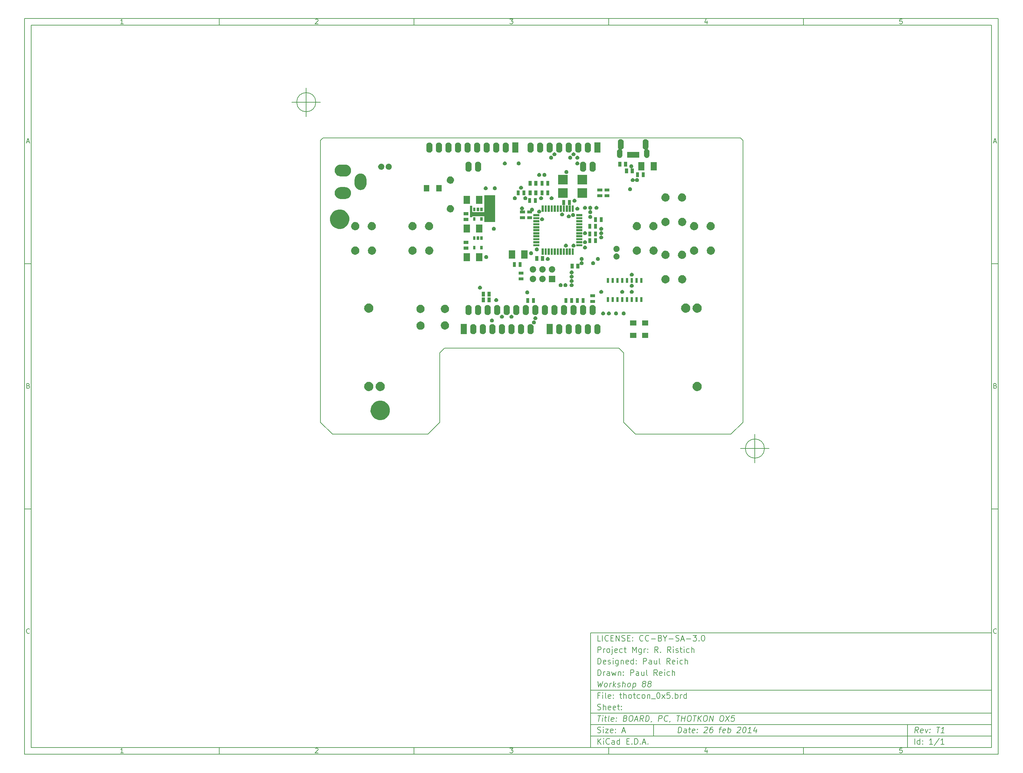
<source format=gts>
G04 (created by PCBNEW (2013-dec-23)-stable) date Wed 26 Feb 2014 13:07:56 CST*
%MOIN*%
G04 Gerber Fmt 3.4, Leading zero omitted, Abs format*
%FSLAX34Y34*%
G01*
G70*
G90*
G04 APERTURE LIST*
%ADD10C,0.00590551*%
%ADD11C,0.006*%
G04 APERTURE END LIST*
G54D10*
X4000Y-4000D02*
X106000Y-4000D01*
X106000Y-81000D01*
X4000Y-81000D01*
X4000Y-4000D01*
X4700Y-4700D02*
X105300Y-4700D01*
X105300Y-80300D01*
X4700Y-80300D01*
X4700Y-4700D01*
X24400Y-4000D02*
X24400Y-4700D01*
X14342Y-4552D02*
X14057Y-4552D01*
X14200Y-4552D02*
X14200Y-4052D01*
X14152Y-4123D01*
X14104Y-4171D01*
X14057Y-4195D01*
X24400Y-81000D02*
X24400Y-80300D01*
X14342Y-80852D02*
X14057Y-80852D01*
X14200Y-80852D02*
X14200Y-80352D01*
X14152Y-80423D01*
X14104Y-80471D01*
X14057Y-80495D01*
X44800Y-4000D02*
X44800Y-4700D01*
X34457Y-4100D02*
X34480Y-4076D01*
X34528Y-4052D01*
X34647Y-4052D01*
X34695Y-4076D01*
X34719Y-4100D01*
X34742Y-4147D01*
X34742Y-4195D01*
X34719Y-4266D01*
X34433Y-4552D01*
X34742Y-4552D01*
X44800Y-81000D02*
X44800Y-80300D01*
X34457Y-80400D02*
X34480Y-80376D01*
X34528Y-80352D01*
X34647Y-80352D01*
X34695Y-80376D01*
X34719Y-80400D01*
X34742Y-80447D01*
X34742Y-80495D01*
X34719Y-80566D01*
X34433Y-80852D01*
X34742Y-80852D01*
X65200Y-4000D02*
X65200Y-4700D01*
X54833Y-4052D02*
X55142Y-4052D01*
X54976Y-4242D01*
X55047Y-4242D01*
X55095Y-4266D01*
X55119Y-4290D01*
X55142Y-4338D01*
X55142Y-4457D01*
X55119Y-4504D01*
X55095Y-4528D01*
X55047Y-4552D01*
X54904Y-4552D01*
X54857Y-4528D01*
X54833Y-4504D01*
X65200Y-81000D02*
X65200Y-80300D01*
X54833Y-80352D02*
X55142Y-80352D01*
X54976Y-80542D01*
X55047Y-80542D01*
X55095Y-80566D01*
X55119Y-80590D01*
X55142Y-80638D01*
X55142Y-80757D01*
X55119Y-80804D01*
X55095Y-80828D01*
X55047Y-80852D01*
X54904Y-80852D01*
X54857Y-80828D01*
X54833Y-80804D01*
X85600Y-4000D02*
X85600Y-4700D01*
X75495Y-4219D02*
X75495Y-4552D01*
X75376Y-4028D02*
X75257Y-4385D01*
X75566Y-4385D01*
X85600Y-81000D02*
X85600Y-80300D01*
X75495Y-80519D02*
X75495Y-80852D01*
X75376Y-80328D02*
X75257Y-80685D01*
X75566Y-80685D01*
X95919Y-4052D02*
X95680Y-4052D01*
X95657Y-4290D01*
X95680Y-4266D01*
X95728Y-4242D01*
X95847Y-4242D01*
X95895Y-4266D01*
X95919Y-4290D01*
X95942Y-4338D01*
X95942Y-4457D01*
X95919Y-4504D01*
X95895Y-4528D01*
X95847Y-4552D01*
X95728Y-4552D01*
X95680Y-4528D01*
X95657Y-4504D01*
X95919Y-80352D02*
X95680Y-80352D01*
X95657Y-80590D01*
X95680Y-80566D01*
X95728Y-80542D01*
X95847Y-80542D01*
X95895Y-80566D01*
X95919Y-80590D01*
X95942Y-80638D01*
X95942Y-80757D01*
X95919Y-80804D01*
X95895Y-80828D01*
X95847Y-80852D01*
X95728Y-80852D01*
X95680Y-80828D01*
X95657Y-80804D01*
X4000Y-29660D02*
X4700Y-29660D01*
X4230Y-16889D02*
X4469Y-16889D01*
X4183Y-17032D02*
X4350Y-16532D01*
X4516Y-17032D01*
X106000Y-29660D02*
X105300Y-29660D01*
X105530Y-16889D02*
X105769Y-16889D01*
X105483Y-17032D02*
X105650Y-16532D01*
X105816Y-17032D01*
X4000Y-55320D02*
X4700Y-55320D01*
X4385Y-42430D02*
X4457Y-42454D01*
X4480Y-42478D01*
X4504Y-42525D01*
X4504Y-42597D01*
X4480Y-42644D01*
X4457Y-42668D01*
X4409Y-42692D01*
X4219Y-42692D01*
X4219Y-42192D01*
X4385Y-42192D01*
X4433Y-42216D01*
X4457Y-42240D01*
X4480Y-42287D01*
X4480Y-42335D01*
X4457Y-42382D01*
X4433Y-42406D01*
X4385Y-42430D01*
X4219Y-42430D01*
X106000Y-55320D02*
X105300Y-55320D01*
X105685Y-42430D02*
X105757Y-42454D01*
X105780Y-42478D01*
X105804Y-42525D01*
X105804Y-42597D01*
X105780Y-42644D01*
X105757Y-42668D01*
X105709Y-42692D01*
X105519Y-42692D01*
X105519Y-42192D01*
X105685Y-42192D01*
X105733Y-42216D01*
X105757Y-42240D01*
X105780Y-42287D01*
X105780Y-42335D01*
X105757Y-42382D01*
X105733Y-42406D01*
X105685Y-42430D01*
X105519Y-42430D01*
X4504Y-68304D02*
X4480Y-68328D01*
X4409Y-68352D01*
X4361Y-68352D01*
X4290Y-68328D01*
X4242Y-68280D01*
X4219Y-68233D01*
X4195Y-68138D01*
X4195Y-68066D01*
X4219Y-67971D01*
X4242Y-67923D01*
X4290Y-67876D01*
X4361Y-67852D01*
X4409Y-67852D01*
X4480Y-67876D01*
X4504Y-67900D01*
X105804Y-68304D02*
X105780Y-68328D01*
X105709Y-68352D01*
X105661Y-68352D01*
X105590Y-68328D01*
X105542Y-68280D01*
X105519Y-68233D01*
X105495Y-68138D01*
X105495Y-68066D01*
X105519Y-67971D01*
X105542Y-67923D01*
X105590Y-67876D01*
X105661Y-67852D01*
X105709Y-67852D01*
X105780Y-67876D01*
X105804Y-67900D01*
X72450Y-78742D02*
X72525Y-78142D01*
X72667Y-78142D01*
X72750Y-78171D01*
X72800Y-78228D01*
X72821Y-78285D01*
X72835Y-78400D01*
X72825Y-78485D01*
X72782Y-78600D01*
X72746Y-78657D01*
X72682Y-78714D01*
X72592Y-78742D01*
X72450Y-78742D01*
X73307Y-78742D02*
X73346Y-78428D01*
X73325Y-78371D01*
X73271Y-78342D01*
X73157Y-78342D01*
X73096Y-78371D01*
X73310Y-78714D02*
X73250Y-78742D01*
X73107Y-78742D01*
X73053Y-78714D01*
X73032Y-78657D01*
X73039Y-78600D01*
X73075Y-78542D01*
X73135Y-78514D01*
X73278Y-78514D01*
X73339Y-78485D01*
X73557Y-78342D02*
X73785Y-78342D01*
X73667Y-78142D02*
X73603Y-78657D01*
X73625Y-78714D01*
X73678Y-78742D01*
X73735Y-78742D01*
X74167Y-78714D02*
X74107Y-78742D01*
X73992Y-78742D01*
X73939Y-78714D01*
X73917Y-78657D01*
X73946Y-78428D01*
X73982Y-78371D01*
X74042Y-78342D01*
X74157Y-78342D01*
X74210Y-78371D01*
X74232Y-78428D01*
X74225Y-78485D01*
X73932Y-78542D01*
X74457Y-78685D02*
X74482Y-78714D01*
X74450Y-78742D01*
X74425Y-78714D01*
X74457Y-78685D01*
X74450Y-78742D01*
X74496Y-78371D02*
X74521Y-78400D01*
X74489Y-78428D01*
X74464Y-78400D01*
X74496Y-78371D01*
X74489Y-78428D01*
X75232Y-78200D02*
X75264Y-78171D01*
X75325Y-78142D01*
X75467Y-78142D01*
X75521Y-78171D01*
X75546Y-78200D01*
X75567Y-78257D01*
X75560Y-78314D01*
X75521Y-78400D01*
X75135Y-78742D01*
X75507Y-78742D01*
X76096Y-78142D02*
X75982Y-78142D01*
X75921Y-78171D01*
X75889Y-78200D01*
X75821Y-78285D01*
X75778Y-78400D01*
X75750Y-78628D01*
X75771Y-78685D01*
X75796Y-78714D01*
X75850Y-78742D01*
X75964Y-78742D01*
X76025Y-78714D01*
X76057Y-78685D01*
X76092Y-78628D01*
X76110Y-78485D01*
X76089Y-78428D01*
X76064Y-78400D01*
X76010Y-78371D01*
X75896Y-78371D01*
X75835Y-78400D01*
X75803Y-78428D01*
X75767Y-78485D01*
X76757Y-78342D02*
X76985Y-78342D01*
X76792Y-78742D02*
X76857Y-78228D01*
X76892Y-78171D01*
X76953Y-78142D01*
X77010Y-78142D01*
X77367Y-78714D02*
X77307Y-78742D01*
X77192Y-78742D01*
X77139Y-78714D01*
X77117Y-78657D01*
X77146Y-78428D01*
X77182Y-78371D01*
X77242Y-78342D01*
X77357Y-78342D01*
X77410Y-78371D01*
X77432Y-78428D01*
X77425Y-78485D01*
X77132Y-78542D01*
X77650Y-78742D02*
X77725Y-78142D01*
X77696Y-78371D02*
X77757Y-78342D01*
X77871Y-78342D01*
X77925Y-78371D01*
X77950Y-78400D01*
X77971Y-78457D01*
X77950Y-78628D01*
X77914Y-78685D01*
X77882Y-78714D01*
X77821Y-78742D01*
X77707Y-78742D01*
X77653Y-78714D01*
X78689Y-78200D02*
X78721Y-78171D01*
X78782Y-78142D01*
X78925Y-78142D01*
X78978Y-78171D01*
X79003Y-78200D01*
X79025Y-78257D01*
X79017Y-78314D01*
X78978Y-78400D01*
X78592Y-78742D01*
X78964Y-78742D01*
X79410Y-78142D02*
X79467Y-78142D01*
X79521Y-78171D01*
X79546Y-78200D01*
X79567Y-78257D01*
X79582Y-78371D01*
X79564Y-78514D01*
X79521Y-78628D01*
X79485Y-78685D01*
X79453Y-78714D01*
X79392Y-78742D01*
X79335Y-78742D01*
X79282Y-78714D01*
X79257Y-78685D01*
X79235Y-78628D01*
X79221Y-78514D01*
X79239Y-78371D01*
X79282Y-78257D01*
X79317Y-78200D01*
X79350Y-78171D01*
X79410Y-78142D01*
X80107Y-78742D02*
X79764Y-78742D01*
X79935Y-78742D02*
X80010Y-78142D01*
X79942Y-78228D01*
X79878Y-78285D01*
X79817Y-78314D01*
X80671Y-78342D02*
X80621Y-78742D01*
X80557Y-78114D02*
X80360Y-78542D01*
X80732Y-78542D01*
X64042Y-79942D02*
X64042Y-79342D01*
X64385Y-79942D02*
X64128Y-79600D01*
X64385Y-79342D02*
X64042Y-79685D01*
X64642Y-79942D02*
X64642Y-79542D01*
X64642Y-79342D02*
X64614Y-79371D01*
X64642Y-79400D01*
X64671Y-79371D01*
X64642Y-79342D01*
X64642Y-79400D01*
X65271Y-79885D02*
X65242Y-79914D01*
X65157Y-79942D01*
X65100Y-79942D01*
X65014Y-79914D01*
X64957Y-79857D01*
X64928Y-79800D01*
X64900Y-79685D01*
X64900Y-79600D01*
X64928Y-79485D01*
X64957Y-79428D01*
X65014Y-79371D01*
X65100Y-79342D01*
X65157Y-79342D01*
X65242Y-79371D01*
X65271Y-79400D01*
X65785Y-79942D02*
X65785Y-79628D01*
X65757Y-79571D01*
X65700Y-79542D01*
X65585Y-79542D01*
X65528Y-79571D01*
X65785Y-79914D02*
X65728Y-79942D01*
X65585Y-79942D01*
X65528Y-79914D01*
X65500Y-79857D01*
X65500Y-79800D01*
X65528Y-79742D01*
X65585Y-79714D01*
X65728Y-79714D01*
X65785Y-79685D01*
X66328Y-79942D02*
X66328Y-79342D01*
X66328Y-79914D02*
X66271Y-79942D01*
X66157Y-79942D01*
X66100Y-79914D01*
X66071Y-79885D01*
X66042Y-79828D01*
X66042Y-79657D01*
X66071Y-79600D01*
X66100Y-79571D01*
X66157Y-79542D01*
X66271Y-79542D01*
X66328Y-79571D01*
X67071Y-79628D02*
X67271Y-79628D01*
X67357Y-79942D02*
X67071Y-79942D01*
X67071Y-79342D01*
X67357Y-79342D01*
X67614Y-79885D02*
X67642Y-79914D01*
X67614Y-79942D01*
X67585Y-79914D01*
X67614Y-79885D01*
X67614Y-79942D01*
X67899Y-79942D02*
X67899Y-79342D01*
X68042Y-79342D01*
X68128Y-79371D01*
X68185Y-79428D01*
X68214Y-79485D01*
X68242Y-79600D01*
X68242Y-79685D01*
X68214Y-79800D01*
X68185Y-79857D01*
X68128Y-79914D01*
X68042Y-79942D01*
X67899Y-79942D01*
X68499Y-79885D02*
X68528Y-79914D01*
X68499Y-79942D01*
X68471Y-79914D01*
X68499Y-79885D01*
X68499Y-79942D01*
X68757Y-79771D02*
X69042Y-79771D01*
X68699Y-79942D02*
X68899Y-79342D01*
X69099Y-79942D01*
X69299Y-79885D02*
X69328Y-79914D01*
X69299Y-79942D01*
X69271Y-79914D01*
X69299Y-79885D01*
X69299Y-79942D01*
X97592Y-78742D02*
X97428Y-78457D01*
X97250Y-78742D02*
X97325Y-78142D01*
X97553Y-78142D01*
X97607Y-78171D01*
X97632Y-78200D01*
X97653Y-78257D01*
X97642Y-78342D01*
X97607Y-78400D01*
X97575Y-78428D01*
X97514Y-78457D01*
X97285Y-78457D01*
X98082Y-78714D02*
X98021Y-78742D01*
X97907Y-78742D01*
X97853Y-78714D01*
X97832Y-78657D01*
X97860Y-78428D01*
X97896Y-78371D01*
X97957Y-78342D01*
X98071Y-78342D01*
X98125Y-78371D01*
X98146Y-78428D01*
X98139Y-78485D01*
X97846Y-78542D01*
X98357Y-78342D02*
X98450Y-78742D01*
X98642Y-78342D01*
X98828Y-78685D02*
X98853Y-78714D01*
X98821Y-78742D01*
X98796Y-78714D01*
X98828Y-78685D01*
X98821Y-78742D01*
X98867Y-78371D02*
X98892Y-78400D01*
X98860Y-78428D01*
X98835Y-78400D01*
X98867Y-78371D01*
X98860Y-78428D01*
X99553Y-78142D02*
X99896Y-78142D01*
X99650Y-78742D02*
X99725Y-78142D01*
X100335Y-78742D02*
X99992Y-78742D01*
X100164Y-78742D02*
X100239Y-78142D01*
X100171Y-78228D01*
X100107Y-78285D01*
X100046Y-78314D01*
X64014Y-78714D02*
X64100Y-78742D01*
X64242Y-78742D01*
X64300Y-78714D01*
X64328Y-78685D01*
X64357Y-78628D01*
X64357Y-78571D01*
X64328Y-78514D01*
X64300Y-78485D01*
X64242Y-78457D01*
X64128Y-78428D01*
X64071Y-78400D01*
X64042Y-78371D01*
X64014Y-78314D01*
X64014Y-78257D01*
X64042Y-78200D01*
X64071Y-78171D01*
X64128Y-78142D01*
X64271Y-78142D01*
X64357Y-78171D01*
X64614Y-78742D02*
X64614Y-78342D01*
X64614Y-78142D02*
X64585Y-78171D01*
X64614Y-78200D01*
X64642Y-78171D01*
X64614Y-78142D01*
X64614Y-78200D01*
X64842Y-78342D02*
X65157Y-78342D01*
X64842Y-78742D01*
X65157Y-78742D01*
X65614Y-78714D02*
X65557Y-78742D01*
X65442Y-78742D01*
X65385Y-78714D01*
X65357Y-78657D01*
X65357Y-78428D01*
X65385Y-78371D01*
X65442Y-78342D01*
X65557Y-78342D01*
X65614Y-78371D01*
X65642Y-78428D01*
X65642Y-78485D01*
X65357Y-78542D01*
X65900Y-78685D02*
X65928Y-78714D01*
X65900Y-78742D01*
X65871Y-78714D01*
X65900Y-78685D01*
X65900Y-78742D01*
X65900Y-78371D02*
X65928Y-78400D01*
X65900Y-78428D01*
X65871Y-78400D01*
X65900Y-78371D01*
X65900Y-78428D01*
X66614Y-78571D02*
X66900Y-78571D01*
X66557Y-78742D02*
X66757Y-78142D01*
X66957Y-78742D01*
X97242Y-79942D02*
X97242Y-79342D01*
X97785Y-79942D02*
X97785Y-79342D01*
X97785Y-79914D02*
X97728Y-79942D01*
X97614Y-79942D01*
X97557Y-79914D01*
X97528Y-79885D01*
X97500Y-79828D01*
X97500Y-79657D01*
X97528Y-79600D01*
X97557Y-79571D01*
X97614Y-79542D01*
X97728Y-79542D01*
X97785Y-79571D01*
X98071Y-79885D02*
X98100Y-79914D01*
X98071Y-79942D01*
X98042Y-79914D01*
X98071Y-79885D01*
X98071Y-79942D01*
X98071Y-79571D02*
X98100Y-79600D01*
X98071Y-79628D01*
X98042Y-79600D01*
X98071Y-79571D01*
X98071Y-79628D01*
X99128Y-79942D02*
X98785Y-79942D01*
X98957Y-79942D02*
X98957Y-79342D01*
X98899Y-79428D01*
X98842Y-79485D01*
X98785Y-79514D01*
X99814Y-79314D02*
X99300Y-80085D01*
X100328Y-79942D02*
X99985Y-79942D01*
X100157Y-79942D02*
X100157Y-79342D01*
X100099Y-79428D01*
X100042Y-79485D01*
X99985Y-79514D01*
X64039Y-76942D02*
X64382Y-76942D01*
X64135Y-77542D02*
X64210Y-76942D01*
X64507Y-77542D02*
X64557Y-77142D01*
X64582Y-76942D02*
X64550Y-76971D01*
X64575Y-77000D01*
X64607Y-76971D01*
X64582Y-76942D01*
X64575Y-77000D01*
X64757Y-77142D02*
X64985Y-77142D01*
X64867Y-76942D02*
X64803Y-77457D01*
X64825Y-77514D01*
X64878Y-77542D01*
X64935Y-77542D01*
X65221Y-77542D02*
X65167Y-77514D01*
X65146Y-77457D01*
X65210Y-76942D01*
X65682Y-77514D02*
X65621Y-77542D01*
X65507Y-77542D01*
X65453Y-77514D01*
X65432Y-77457D01*
X65460Y-77228D01*
X65496Y-77171D01*
X65557Y-77142D01*
X65671Y-77142D01*
X65725Y-77171D01*
X65746Y-77228D01*
X65739Y-77285D01*
X65446Y-77342D01*
X65971Y-77485D02*
X65996Y-77514D01*
X65964Y-77542D01*
X65939Y-77514D01*
X65971Y-77485D01*
X65964Y-77542D01*
X66010Y-77171D02*
X66035Y-77200D01*
X66003Y-77228D01*
X65978Y-77200D01*
X66010Y-77171D01*
X66003Y-77228D01*
X66946Y-77228D02*
X67028Y-77257D01*
X67053Y-77285D01*
X67075Y-77342D01*
X67064Y-77428D01*
X67028Y-77485D01*
X66996Y-77514D01*
X66935Y-77542D01*
X66707Y-77542D01*
X66782Y-76942D01*
X66982Y-76942D01*
X67035Y-76971D01*
X67060Y-77000D01*
X67082Y-77057D01*
X67075Y-77114D01*
X67039Y-77171D01*
X67007Y-77200D01*
X66946Y-77228D01*
X66746Y-77228D01*
X67496Y-76942D02*
X67610Y-76942D01*
X67664Y-76971D01*
X67714Y-77028D01*
X67728Y-77142D01*
X67703Y-77342D01*
X67660Y-77457D01*
X67596Y-77514D01*
X67535Y-77542D01*
X67421Y-77542D01*
X67367Y-77514D01*
X67317Y-77457D01*
X67303Y-77342D01*
X67328Y-77142D01*
X67371Y-77028D01*
X67435Y-76971D01*
X67496Y-76942D01*
X67928Y-77371D02*
X68214Y-77371D01*
X67850Y-77542D02*
X68125Y-76942D01*
X68250Y-77542D01*
X68792Y-77542D02*
X68628Y-77257D01*
X68450Y-77542D02*
X68525Y-76942D01*
X68753Y-76942D01*
X68807Y-76971D01*
X68832Y-77000D01*
X68853Y-77057D01*
X68842Y-77142D01*
X68807Y-77200D01*
X68775Y-77228D01*
X68714Y-77257D01*
X68485Y-77257D01*
X69050Y-77542D02*
X69125Y-76942D01*
X69267Y-76942D01*
X69350Y-76971D01*
X69400Y-77028D01*
X69421Y-77085D01*
X69435Y-77200D01*
X69425Y-77285D01*
X69382Y-77400D01*
X69346Y-77457D01*
X69282Y-77514D01*
X69192Y-77542D01*
X69050Y-77542D01*
X69682Y-77514D02*
X69678Y-77542D01*
X69642Y-77600D01*
X69610Y-77628D01*
X70392Y-77542D02*
X70467Y-76942D01*
X70696Y-76942D01*
X70749Y-76971D01*
X70775Y-77000D01*
X70796Y-77057D01*
X70785Y-77142D01*
X70750Y-77200D01*
X70717Y-77228D01*
X70657Y-77257D01*
X70428Y-77257D01*
X71342Y-77485D02*
X71310Y-77514D01*
X71221Y-77542D01*
X71164Y-77542D01*
X71082Y-77514D01*
X71032Y-77457D01*
X71010Y-77400D01*
X70996Y-77285D01*
X71007Y-77200D01*
X71050Y-77085D01*
X71085Y-77028D01*
X71149Y-76971D01*
X71239Y-76942D01*
X71296Y-76942D01*
X71378Y-76971D01*
X71403Y-77000D01*
X71625Y-77514D02*
X71621Y-77542D01*
X71585Y-77600D01*
X71553Y-77628D01*
X72325Y-76942D02*
X72667Y-76942D01*
X72421Y-77542D02*
X72496Y-76942D01*
X72792Y-77542D02*
X72867Y-76942D01*
X72832Y-77228D02*
X73175Y-77228D01*
X73135Y-77542D02*
X73210Y-76942D01*
X73610Y-76942D02*
X73725Y-76942D01*
X73778Y-76971D01*
X73828Y-77028D01*
X73842Y-77142D01*
X73817Y-77342D01*
X73774Y-77457D01*
X73710Y-77514D01*
X73650Y-77542D01*
X73535Y-77542D01*
X73482Y-77514D01*
X73432Y-77457D01*
X73417Y-77342D01*
X73442Y-77142D01*
X73485Y-77028D01*
X73549Y-76971D01*
X73610Y-76942D01*
X74039Y-76942D02*
X74382Y-76942D01*
X74135Y-77542D02*
X74210Y-76942D01*
X74507Y-77542D02*
X74582Y-76942D01*
X74849Y-77542D02*
X74635Y-77200D01*
X74924Y-76942D02*
X74539Y-77285D01*
X75296Y-76942D02*
X75410Y-76942D01*
X75464Y-76971D01*
X75514Y-77028D01*
X75528Y-77142D01*
X75503Y-77342D01*
X75460Y-77457D01*
X75396Y-77514D01*
X75335Y-77542D01*
X75221Y-77542D01*
X75167Y-77514D01*
X75117Y-77457D01*
X75103Y-77342D01*
X75128Y-77142D01*
X75171Y-77028D01*
X75235Y-76971D01*
X75296Y-76942D01*
X75735Y-77542D02*
X75810Y-76942D01*
X76078Y-77542D01*
X76153Y-76942D01*
X77010Y-76942D02*
X77124Y-76942D01*
X77178Y-76971D01*
X77228Y-77028D01*
X77242Y-77142D01*
X77217Y-77342D01*
X77174Y-77457D01*
X77110Y-77514D01*
X77049Y-77542D01*
X76935Y-77542D01*
X76882Y-77514D01*
X76832Y-77457D01*
X76817Y-77342D01*
X76842Y-77142D01*
X76885Y-77028D01*
X76949Y-76971D01*
X77010Y-76942D01*
X77467Y-76942D02*
X77792Y-77542D01*
X77867Y-76942D02*
X77392Y-77542D01*
X78382Y-76942D02*
X78096Y-76942D01*
X78032Y-77228D01*
X78064Y-77200D01*
X78124Y-77171D01*
X78267Y-77171D01*
X78321Y-77200D01*
X78346Y-77228D01*
X78367Y-77285D01*
X78349Y-77428D01*
X78314Y-77485D01*
X78282Y-77514D01*
X78221Y-77542D01*
X78078Y-77542D01*
X78024Y-77514D01*
X77999Y-77485D01*
X64242Y-74828D02*
X64042Y-74828D01*
X64042Y-75142D02*
X64042Y-74542D01*
X64328Y-74542D01*
X64557Y-75142D02*
X64557Y-74742D01*
X64557Y-74542D02*
X64528Y-74571D01*
X64557Y-74600D01*
X64585Y-74571D01*
X64557Y-74542D01*
X64557Y-74600D01*
X64928Y-75142D02*
X64871Y-75114D01*
X64842Y-75057D01*
X64842Y-74542D01*
X65385Y-75114D02*
X65328Y-75142D01*
X65214Y-75142D01*
X65157Y-75114D01*
X65128Y-75057D01*
X65128Y-74828D01*
X65157Y-74771D01*
X65214Y-74742D01*
X65328Y-74742D01*
X65385Y-74771D01*
X65414Y-74828D01*
X65414Y-74885D01*
X65128Y-74942D01*
X65671Y-75085D02*
X65700Y-75114D01*
X65671Y-75142D01*
X65642Y-75114D01*
X65671Y-75085D01*
X65671Y-75142D01*
X65671Y-74771D02*
X65700Y-74800D01*
X65671Y-74828D01*
X65642Y-74800D01*
X65671Y-74771D01*
X65671Y-74828D01*
X66328Y-74742D02*
X66557Y-74742D01*
X66414Y-74542D02*
X66414Y-75057D01*
X66442Y-75114D01*
X66500Y-75142D01*
X66557Y-75142D01*
X66757Y-75142D02*
X66757Y-74542D01*
X67014Y-75142D02*
X67014Y-74828D01*
X66985Y-74771D01*
X66928Y-74742D01*
X66842Y-74742D01*
X66785Y-74771D01*
X66757Y-74800D01*
X67385Y-75142D02*
X67328Y-75114D01*
X67300Y-75085D01*
X67271Y-75028D01*
X67271Y-74857D01*
X67300Y-74800D01*
X67328Y-74771D01*
X67385Y-74742D01*
X67471Y-74742D01*
X67528Y-74771D01*
X67557Y-74800D01*
X67585Y-74857D01*
X67585Y-75028D01*
X67557Y-75085D01*
X67528Y-75114D01*
X67471Y-75142D01*
X67385Y-75142D01*
X67757Y-74742D02*
X67985Y-74742D01*
X67842Y-74542D02*
X67842Y-75057D01*
X67871Y-75114D01*
X67928Y-75142D01*
X67985Y-75142D01*
X68442Y-75114D02*
X68385Y-75142D01*
X68271Y-75142D01*
X68214Y-75114D01*
X68185Y-75085D01*
X68157Y-75028D01*
X68157Y-74857D01*
X68185Y-74800D01*
X68214Y-74771D01*
X68271Y-74742D01*
X68385Y-74742D01*
X68442Y-74771D01*
X68785Y-75142D02*
X68728Y-75114D01*
X68700Y-75085D01*
X68671Y-75028D01*
X68671Y-74857D01*
X68700Y-74800D01*
X68728Y-74771D01*
X68785Y-74742D01*
X68871Y-74742D01*
X68928Y-74771D01*
X68957Y-74800D01*
X68985Y-74857D01*
X68985Y-75028D01*
X68957Y-75085D01*
X68928Y-75114D01*
X68871Y-75142D01*
X68785Y-75142D01*
X69242Y-74742D02*
X69242Y-75142D01*
X69242Y-74800D02*
X69271Y-74771D01*
X69328Y-74742D01*
X69414Y-74742D01*
X69471Y-74771D01*
X69500Y-74828D01*
X69500Y-75142D01*
X69642Y-75200D02*
X70100Y-75200D01*
X70357Y-74542D02*
X70414Y-74542D01*
X70471Y-74571D01*
X70500Y-74600D01*
X70528Y-74657D01*
X70557Y-74771D01*
X70557Y-74914D01*
X70528Y-75028D01*
X70500Y-75085D01*
X70471Y-75114D01*
X70414Y-75142D01*
X70357Y-75142D01*
X70300Y-75114D01*
X70271Y-75085D01*
X70242Y-75028D01*
X70214Y-74914D01*
X70214Y-74771D01*
X70242Y-74657D01*
X70271Y-74600D01*
X70300Y-74571D01*
X70357Y-74542D01*
X70757Y-75142D02*
X71071Y-74742D01*
X70757Y-74742D02*
X71071Y-75142D01*
X71585Y-74542D02*
X71300Y-74542D01*
X71271Y-74828D01*
X71300Y-74800D01*
X71357Y-74771D01*
X71500Y-74771D01*
X71557Y-74800D01*
X71585Y-74828D01*
X71614Y-74885D01*
X71614Y-75028D01*
X71585Y-75085D01*
X71557Y-75114D01*
X71500Y-75142D01*
X71357Y-75142D01*
X71300Y-75114D01*
X71271Y-75085D01*
X71871Y-75085D02*
X71900Y-75114D01*
X71871Y-75142D01*
X71842Y-75114D01*
X71871Y-75085D01*
X71871Y-75142D01*
X72157Y-75142D02*
X72157Y-74542D01*
X72157Y-74771D02*
X72214Y-74742D01*
X72328Y-74742D01*
X72385Y-74771D01*
X72414Y-74800D01*
X72442Y-74857D01*
X72442Y-75028D01*
X72414Y-75085D01*
X72385Y-75114D01*
X72328Y-75142D01*
X72214Y-75142D01*
X72157Y-75114D01*
X72700Y-75142D02*
X72700Y-74742D01*
X72700Y-74857D02*
X72728Y-74800D01*
X72757Y-74771D01*
X72814Y-74742D01*
X72871Y-74742D01*
X73328Y-75142D02*
X73328Y-74542D01*
X73328Y-75114D02*
X73271Y-75142D01*
X73157Y-75142D01*
X73100Y-75114D01*
X73071Y-75085D01*
X73042Y-75028D01*
X73042Y-74857D01*
X73071Y-74800D01*
X73100Y-74771D01*
X73157Y-74742D01*
X73271Y-74742D01*
X73328Y-74771D01*
X64014Y-76314D02*
X64100Y-76342D01*
X64242Y-76342D01*
X64300Y-76314D01*
X64328Y-76285D01*
X64357Y-76228D01*
X64357Y-76171D01*
X64328Y-76114D01*
X64300Y-76085D01*
X64242Y-76057D01*
X64128Y-76028D01*
X64071Y-76000D01*
X64042Y-75971D01*
X64014Y-75914D01*
X64014Y-75857D01*
X64042Y-75800D01*
X64071Y-75771D01*
X64128Y-75742D01*
X64271Y-75742D01*
X64357Y-75771D01*
X64614Y-76342D02*
X64614Y-75742D01*
X64871Y-76342D02*
X64871Y-76028D01*
X64842Y-75971D01*
X64785Y-75942D01*
X64700Y-75942D01*
X64642Y-75971D01*
X64614Y-76000D01*
X65385Y-76314D02*
X65328Y-76342D01*
X65214Y-76342D01*
X65157Y-76314D01*
X65128Y-76257D01*
X65128Y-76028D01*
X65157Y-75971D01*
X65214Y-75942D01*
X65328Y-75942D01*
X65385Y-75971D01*
X65414Y-76028D01*
X65414Y-76085D01*
X65128Y-76142D01*
X65900Y-76314D02*
X65842Y-76342D01*
X65728Y-76342D01*
X65671Y-76314D01*
X65642Y-76257D01*
X65642Y-76028D01*
X65671Y-75971D01*
X65728Y-75942D01*
X65842Y-75942D01*
X65900Y-75971D01*
X65928Y-76028D01*
X65928Y-76085D01*
X65642Y-76142D01*
X66100Y-75942D02*
X66328Y-75942D01*
X66185Y-75742D02*
X66185Y-76257D01*
X66214Y-76314D01*
X66271Y-76342D01*
X66328Y-76342D01*
X66528Y-76285D02*
X66557Y-76314D01*
X66528Y-76342D01*
X66500Y-76314D01*
X66528Y-76285D01*
X66528Y-76342D01*
X66528Y-75971D02*
X66557Y-76000D01*
X66528Y-76028D01*
X66500Y-76000D01*
X66528Y-75971D01*
X66528Y-76028D01*
X64067Y-73342D02*
X64135Y-73942D01*
X64303Y-73514D01*
X64364Y-73942D01*
X64582Y-73342D01*
X64821Y-73942D02*
X64767Y-73914D01*
X64742Y-73885D01*
X64721Y-73828D01*
X64742Y-73657D01*
X64778Y-73600D01*
X64810Y-73571D01*
X64871Y-73542D01*
X64957Y-73542D01*
X65010Y-73571D01*
X65035Y-73600D01*
X65057Y-73657D01*
X65035Y-73828D01*
X65000Y-73885D01*
X64967Y-73914D01*
X64907Y-73942D01*
X64821Y-73942D01*
X65278Y-73942D02*
X65328Y-73542D01*
X65314Y-73657D02*
X65350Y-73600D01*
X65382Y-73571D01*
X65442Y-73542D01*
X65500Y-73542D01*
X65650Y-73942D02*
X65725Y-73342D01*
X65735Y-73714D02*
X65878Y-73942D01*
X65928Y-73542D02*
X65671Y-73771D01*
X66110Y-73914D02*
X66164Y-73942D01*
X66278Y-73942D01*
X66339Y-73914D01*
X66375Y-73857D01*
X66378Y-73828D01*
X66357Y-73771D01*
X66303Y-73742D01*
X66217Y-73742D01*
X66164Y-73714D01*
X66142Y-73657D01*
X66146Y-73628D01*
X66182Y-73571D01*
X66242Y-73542D01*
X66328Y-73542D01*
X66382Y-73571D01*
X66621Y-73942D02*
X66696Y-73342D01*
X66878Y-73942D02*
X66917Y-73628D01*
X66896Y-73571D01*
X66842Y-73542D01*
X66757Y-73542D01*
X66696Y-73571D01*
X66664Y-73600D01*
X67249Y-73942D02*
X67196Y-73914D01*
X67171Y-73885D01*
X67150Y-73828D01*
X67171Y-73657D01*
X67207Y-73600D01*
X67239Y-73571D01*
X67299Y-73542D01*
X67385Y-73542D01*
X67439Y-73571D01*
X67464Y-73600D01*
X67485Y-73657D01*
X67464Y-73828D01*
X67428Y-73885D01*
X67396Y-73914D01*
X67335Y-73942D01*
X67249Y-73942D01*
X67757Y-73542D02*
X67682Y-74142D01*
X67753Y-73571D02*
X67814Y-73542D01*
X67928Y-73542D01*
X67982Y-73571D01*
X68007Y-73600D01*
X68028Y-73657D01*
X68007Y-73828D01*
X67971Y-73885D01*
X67939Y-73914D01*
X67878Y-73942D01*
X67764Y-73942D01*
X67710Y-73914D01*
X68835Y-73600D02*
X68782Y-73571D01*
X68757Y-73542D01*
X68735Y-73485D01*
X68739Y-73457D01*
X68774Y-73400D01*
X68807Y-73371D01*
X68867Y-73342D01*
X68982Y-73342D01*
X69035Y-73371D01*
X69060Y-73400D01*
X69082Y-73457D01*
X69078Y-73485D01*
X69042Y-73542D01*
X69010Y-73571D01*
X68949Y-73600D01*
X68835Y-73600D01*
X68775Y-73628D01*
X68742Y-73657D01*
X68707Y-73714D01*
X68692Y-73828D01*
X68714Y-73885D01*
X68739Y-73914D01*
X68792Y-73942D01*
X68907Y-73942D01*
X68967Y-73914D01*
X68999Y-73885D01*
X69035Y-73828D01*
X69049Y-73714D01*
X69028Y-73657D01*
X69003Y-73628D01*
X68949Y-73600D01*
X69407Y-73600D02*
X69353Y-73571D01*
X69328Y-73542D01*
X69307Y-73485D01*
X69310Y-73457D01*
X69346Y-73400D01*
X69378Y-73371D01*
X69439Y-73342D01*
X69553Y-73342D01*
X69607Y-73371D01*
X69632Y-73400D01*
X69653Y-73457D01*
X69650Y-73485D01*
X69614Y-73542D01*
X69582Y-73571D01*
X69521Y-73600D01*
X69407Y-73600D01*
X69346Y-73628D01*
X69314Y-73657D01*
X69278Y-73714D01*
X69264Y-73828D01*
X69285Y-73885D01*
X69310Y-73914D01*
X69364Y-73942D01*
X69478Y-73942D01*
X69539Y-73914D01*
X69571Y-73885D01*
X69607Y-73828D01*
X69621Y-73714D01*
X69599Y-73657D01*
X69575Y-73628D01*
X69521Y-73600D01*
X64042Y-72742D02*
X64042Y-72142D01*
X64185Y-72142D01*
X64271Y-72171D01*
X64328Y-72228D01*
X64357Y-72285D01*
X64385Y-72400D01*
X64385Y-72485D01*
X64357Y-72600D01*
X64328Y-72657D01*
X64271Y-72714D01*
X64185Y-72742D01*
X64042Y-72742D01*
X64642Y-72742D02*
X64642Y-72342D01*
X64642Y-72457D02*
X64671Y-72400D01*
X64700Y-72371D01*
X64757Y-72342D01*
X64814Y-72342D01*
X65271Y-72742D02*
X65271Y-72428D01*
X65242Y-72371D01*
X65185Y-72342D01*
X65071Y-72342D01*
X65014Y-72371D01*
X65271Y-72714D02*
X65214Y-72742D01*
X65071Y-72742D01*
X65014Y-72714D01*
X64985Y-72657D01*
X64985Y-72600D01*
X65014Y-72542D01*
X65071Y-72514D01*
X65214Y-72514D01*
X65271Y-72485D01*
X65500Y-72342D02*
X65614Y-72742D01*
X65728Y-72457D01*
X65842Y-72742D01*
X65957Y-72342D01*
X66185Y-72342D02*
X66185Y-72742D01*
X66185Y-72400D02*
X66214Y-72371D01*
X66271Y-72342D01*
X66357Y-72342D01*
X66414Y-72371D01*
X66442Y-72428D01*
X66442Y-72742D01*
X66728Y-72685D02*
X66757Y-72714D01*
X66728Y-72742D01*
X66700Y-72714D01*
X66728Y-72685D01*
X66728Y-72742D01*
X66728Y-72371D02*
X66757Y-72400D01*
X66728Y-72428D01*
X66700Y-72400D01*
X66728Y-72371D01*
X66728Y-72428D01*
X67471Y-72742D02*
X67471Y-72142D01*
X67700Y-72142D01*
X67757Y-72171D01*
X67785Y-72200D01*
X67814Y-72257D01*
X67814Y-72342D01*
X67785Y-72400D01*
X67757Y-72428D01*
X67700Y-72457D01*
X67471Y-72457D01*
X68328Y-72742D02*
X68328Y-72428D01*
X68300Y-72371D01*
X68242Y-72342D01*
X68128Y-72342D01*
X68071Y-72371D01*
X68328Y-72714D02*
X68271Y-72742D01*
X68128Y-72742D01*
X68071Y-72714D01*
X68042Y-72657D01*
X68042Y-72600D01*
X68071Y-72542D01*
X68128Y-72514D01*
X68271Y-72514D01*
X68328Y-72485D01*
X68871Y-72342D02*
X68871Y-72742D01*
X68614Y-72342D02*
X68614Y-72657D01*
X68642Y-72714D01*
X68699Y-72742D01*
X68785Y-72742D01*
X68842Y-72714D01*
X68871Y-72685D01*
X69242Y-72742D02*
X69185Y-72714D01*
X69157Y-72657D01*
X69157Y-72142D01*
X70271Y-72742D02*
X70071Y-72457D01*
X69928Y-72742D02*
X69928Y-72142D01*
X70157Y-72142D01*
X70214Y-72171D01*
X70242Y-72200D01*
X70271Y-72257D01*
X70271Y-72342D01*
X70242Y-72400D01*
X70214Y-72428D01*
X70157Y-72457D01*
X69928Y-72457D01*
X70757Y-72714D02*
X70700Y-72742D01*
X70585Y-72742D01*
X70528Y-72714D01*
X70500Y-72657D01*
X70500Y-72428D01*
X70528Y-72371D01*
X70585Y-72342D01*
X70700Y-72342D01*
X70757Y-72371D01*
X70785Y-72428D01*
X70785Y-72485D01*
X70500Y-72542D01*
X71042Y-72742D02*
X71042Y-72342D01*
X71042Y-72142D02*
X71014Y-72171D01*
X71042Y-72200D01*
X71071Y-72171D01*
X71042Y-72142D01*
X71042Y-72200D01*
X71585Y-72714D02*
X71528Y-72742D01*
X71414Y-72742D01*
X71357Y-72714D01*
X71328Y-72685D01*
X71300Y-72628D01*
X71300Y-72457D01*
X71328Y-72400D01*
X71357Y-72371D01*
X71414Y-72342D01*
X71528Y-72342D01*
X71585Y-72371D01*
X71842Y-72742D02*
X71842Y-72142D01*
X72100Y-72742D02*
X72100Y-72428D01*
X72071Y-72371D01*
X72014Y-72342D01*
X71928Y-72342D01*
X71871Y-72371D01*
X71842Y-72400D01*
X64042Y-71542D02*
X64042Y-70942D01*
X64185Y-70942D01*
X64271Y-70971D01*
X64328Y-71028D01*
X64357Y-71085D01*
X64385Y-71200D01*
X64385Y-71285D01*
X64357Y-71400D01*
X64328Y-71457D01*
X64271Y-71514D01*
X64185Y-71542D01*
X64042Y-71542D01*
X64871Y-71514D02*
X64814Y-71542D01*
X64700Y-71542D01*
X64642Y-71514D01*
X64614Y-71457D01*
X64614Y-71228D01*
X64642Y-71171D01*
X64700Y-71142D01*
X64814Y-71142D01*
X64871Y-71171D01*
X64900Y-71228D01*
X64900Y-71285D01*
X64614Y-71342D01*
X65128Y-71514D02*
X65185Y-71542D01*
X65300Y-71542D01*
X65357Y-71514D01*
X65385Y-71457D01*
X65385Y-71428D01*
X65357Y-71371D01*
X65300Y-71342D01*
X65214Y-71342D01*
X65157Y-71314D01*
X65128Y-71257D01*
X65128Y-71228D01*
X65157Y-71171D01*
X65214Y-71142D01*
X65300Y-71142D01*
X65357Y-71171D01*
X65642Y-71542D02*
X65642Y-71142D01*
X65642Y-70942D02*
X65614Y-70971D01*
X65642Y-71000D01*
X65671Y-70971D01*
X65642Y-70942D01*
X65642Y-71000D01*
X66185Y-71142D02*
X66185Y-71628D01*
X66157Y-71685D01*
X66128Y-71714D01*
X66071Y-71742D01*
X65985Y-71742D01*
X65928Y-71714D01*
X66185Y-71514D02*
X66128Y-71542D01*
X66014Y-71542D01*
X65957Y-71514D01*
X65928Y-71485D01*
X65900Y-71428D01*
X65900Y-71257D01*
X65928Y-71200D01*
X65957Y-71171D01*
X66014Y-71142D01*
X66128Y-71142D01*
X66185Y-71171D01*
X66471Y-71142D02*
X66471Y-71542D01*
X66471Y-71200D02*
X66500Y-71171D01*
X66557Y-71142D01*
X66642Y-71142D01*
X66700Y-71171D01*
X66728Y-71228D01*
X66728Y-71542D01*
X67242Y-71514D02*
X67185Y-71542D01*
X67071Y-71542D01*
X67014Y-71514D01*
X66985Y-71457D01*
X66985Y-71228D01*
X67014Y-71171D01*
X67071Y-71142D01*
X67185Y-71142D01*
X67242Y-71171D01*
X67271Y-71228D01*
X67271Y-71285D01*
X66985Y-71342D01*
X67785Y-71542D02*
X67785Y-70942D01*
X67785Y-71514D02*
X67728Y-71542D01*
X67614Y-71542D01*
X67557Y-71514D01*
X67528Y-71485D01*
X67500Y-71428D01*
X67500Y-71257D01*
X67528Y-71200D01*
X67557Y-71171D01*
X67614Y-71142D01*
X67728Y-71142D01*
X67785Y-71171D01*
X68071Y-71485D02*
X68100Y-71514D01*
X68071Y-71542D01*
X68042Y-71514D01*
X68071Y-71485D01*
X68071Y-71542D01*
X68071Y-71171D02*
X68100Y-71200D01*
X68071Y-71228D01*
X68042Y-71200D01*
X68071Y-71171D01*
X68071Y-71228D01*
X68814Y-71542D02*
X68814Y-70942D01*
X69042Y-70942D01*
X69099Y-70971D01*
X69128Y-71000D01*
X69157Y-71057D01*
X69157Y-71142D01*
X69128Y-71200D01*
X69099Y-71228D01*
X69042Y-71257D01*
X68814Y-71257D01*
X69671Y-71542D02*
X69671Y-71228D01*
X69642Y-71171D01*
X69585Y-71142D01*
X69471Y-71142D01*
X69414Y-71171D01*
X69671Y-71514D02*
X69614Y-71542D01*
X69471Y-71542D01*
X69414Y-71514D01*
X69385Y-71457D01*
X69385Y-71400D01*
X69414Y-71342D01*
X69471Y-71314D01*
X69614Y-71314D01*
X69671Y-71285D01*
X70214Y-71142D02*
X70214Y-71542D01*
X69957Y-71142D02*
X69957Y-71457D01*
X69985Y-71514D01*
X70042Y-71542D01*
X70128Y-71542D01*
X70185Y-71514D01*
X70214Y-71485D01*
X70585Y-71542D02*
X70528Y-71514D01*
X70499Y-71457D01*
X70499Y-70942D01*
X71614Y-71542D02*
X71414Y-71257D01*
X71271Y-71542D02*
X71271Y-70942D01*
X71500Y-70942D01*
X71557Y-70971D01*
X71585Y-71000D01*
X71614Y-71057D01*
X71614Y-71142D01*
X71585Y-71200D01*
X71557Y-71228D01*
X71500Y-71257D01*
X71271Y-71257D01*
X72100Y-71514D02*
X72042Y-71542D01*
X71928Y-71542D01*
X71871Y-71514D01*
X71842Y-71457D01*
X71842Y-71228D01*
X71871Y-71171D01*
X71928Y-71142D01*
X72042Y-71142D01*
X72100Y-71171D01*
X72128Y-71228D01*
X72128Y-71285D01*
X71842Y-71342D01*
X72385Y-71542D02*
X72385Y-71142D01*
X72385Y-70942D02*
X72357Y-70971D01*
X72385Y-71000D01*
X72414Y-70971D01*
X72385Y-70942D01*
X72385Y-71000D01*
X72928Y-71514D02*
X72871Y-71542D01*
X72757Y-71542D01*
X72700Y-71514D01*
X72671Y-71485D01*
X72642Y-71428D01*
X72642Y-71257D01*
X72671Y-71200D01*
X72700Y-71171D01*
X72757Y-71142D01*
X72871Y-71142D01*
X72928Y-71171D01*
X73185Y-71542D02*
X73185Y-70942D01*
X73442Y-71542D02*
X73442Y-71228D01*
X73414Y-71171D01*
X73357Y-71142D01*
X73271Y-71142D01*
X73214Y-71171D01*
X73185Y-71200D01*
X64042Y-70342D02*
X64042Y-69742D01*
X64271Y-69742D01*
X64328Y-69771D01*
X64357Y-69800D01*
X64385Y-69857D01*
X64385Y-69942D01*
X64357Y-70000D01*
X64328Y-70028D01*
X64271Y-70057D01*
X64042Y-70057D01*
X64642Y-70342D02*
X64642Y-69942D01*
X64642Y-70057D02*
X64671Y-70000D01*
X64700Y-69971D01*
X64757Y-69942D01*
X64814Y-69942D01*
X65100Y-70342D02*
X65042Y-70314D01*
X65014Y-70285D01*
X64985Y-70228D01*
X64985Y-70057D01*
X65014Y-70000D01*
X65042Y-69971D01*
X65100Y-69942D01*
X65185Y-69942D01*
X65242Y-69971D01*
X65271Y-70000D01*
X65300Y-70057D01*
X65300Y-70228D01*
X65271Y-70285D01*
X65242Y-70314D01*
X65185Y-70342D01*
X65100Y-70342D01*
X65557Y-69942D02*
X65557Y-70457D01*
X65528Y-70514D01*
X65471Y-70542D01*
X65442Y-70542D01*
X65557Y-69742D02*
X65528Y-69771D01*
X65557Y-69800D01*
X65585Y-69771D01*
X65557Y-69742D01*
X65557Y-69800D01*
X66071Y-70314D02*
X66014Y-70342D01*
X65900Y-70342D01*
X65842Y-70314D01*
X65814Y-70257D01*
X65814Y-70028D01*
X65842Y-69971D01*
X65900Y-69942D01*
X66014Y-69942D01*
X66071Y-69971D01*
X66100Y-70028D01*
X66100Y-70085D01*
X65814Y-70142D01*
X66614Y-70314D02*
X66557Y-70342D01*
X66442Y-70342D01*
X66385Y-70314D01*
X66357Y-70285D01*
X66328Y-70228D01*
X66328Y-70057D01*
X66357Y-70000D01*
X66385Y-69971D01*
X66442Y-69942D01*
X66557Y-69942D01*
X66614Y-69971D01*
X66785Y-69942D02*
X67014Y-69942D01*
X66871Y-69742D02*
X66871Y-70257D01*
X66900Y-70314D01*
X66957Y-70342D01*
X67014Y-70342D01*
X67671Y-70342D02*
X67671Y-69742D01*
X67871Y-70171D01*
X68071Y-69742D01*
X68071Y-70342D01*
X68614Y-69942D02*
X68614Y-70428D01*
X68585Y-70485D01*
X68557Y-70514D01*
X68500Y-70542D01*
X68414Y-70542D01*
X68357Y-70514D01*
X68614Y-70314D02*
X68557Y-70342D01*
X68442Y-70342D01*
X68385Y-70314D01*
X68357Y-70285D01*
X68328Y-70228D01*
X68328Y-70057D01*
X68357Y-70000D01*
X68385Y-69971D01*
X68442Y-69942D01*
X68557Y-69942D01*
X68614Y-69971D01*
X68900Y-70342D02*
X68900Y-69942D01*
X68900Y-70057D02*
X68928Y-70000D01*
X68957Y-69971D01*
X69014Y-69942D01*
X69071Y-69942D01*
X69271Y-70285D02*
X69300Y-70314D01*
X69271Y-70342D01*
X69242Y-70314D01*
X69271Y-70285D01*
X69271Y-70342D01*
X69271Y-69971D02*
X69300Y-70000D01*
X69271Y-70028D01*
X69242Y-70000D01*
X69271Y-69971D01*
X69271Y-70028D01*
X70357Y-70342D02*
X70157Y-70057D01*
X70014Y-70342D02*
X70014Y-69742D01*
X70242Y-69742D01*
X70300Y-69771D01*
X70328Y-69800D01*
X70357Y-69857D01*
X70357Y-69942D01*
X70328Y-70000D01*
X70300Y-70028D01*
X70242Y-70057D01*
X70014Y-70057D01*
X70614Y-70285D02*
X70642Y-70314D01*
X70614Y-70342D01*
X70585Y-70314D01*
X70614Y-70285D01*
X70614Y-70342D01*
X71700Y-70342D02*
X71500Y-70057D01*
X71357Y-70342D02*
X71357Y-69742D01*
X71585Y-69742D01*
X71642Y-69771D01*
X71671Y-69800D01*
X71700Y-69857D01*
X71700Y-69942D01*
X71671Y-70000D01*
X71642Y-70028D01*
X71585Y-70057D01*
X71357Y-70057D01*
X71957Y-70342D02*
X71957Y-69942D01*
X71957Y-69742D02*
X71928Y-69771D01*
X71957Y-69800D01*
X71985Y-69771D01*
X71957Y-69742D01*
X71957Y-69800D01*
X72214Y-70314D02*
X72271Y-70342D01*
X72385Y-70342D01*
X72442Y-70314D01*
X72471Y-70257D01*
X72471Y-70228D01*
X72442Y-70171D01*
X72385Y-70142D01*
X72300Y-70142D01*
X72242Y-70114D01*
X72214Y-70057D01*
X72214Y-70028D01*
X72242Y-69971D01*
X72300Y-69942D01*
X72385Y-69942D01*
X72442Y-69971D01*
X72642Y-69942D02*
X72871Y-69942D01*
X72728Y-69742D02*
X72728Y-70257D01*
X72757Y-70314D01*
X72814Y-70342D01*
X72871Y-70342D01*
X73071Y-70342D02*
X73071Y-69942D01*
X73071Y-69742D02*
X73042Y-69771D01*
X73071Y-69800D01*
X73100Y-69771D01*
X73071Y-69742D01*
X73071Y-69800D01*
X73614Y-70314D02*
X73557Y-70342D01*
X73442Y-70342D01*
X73385Y-70314D01*
X73357Y-70285D01*
X73328Y-70228D01*
X73328Y-70057D01*
X73357Y-70000D01*
X73385Y-69971D01*
X73442Y-69942D01*
X73557Y-69942D01*
X73614Y-69971D01*
X73871Y-70342D02*
X73871Y-69742D01*
X74128Y-70342D02*
X74128Y-70028D01*
X74100Y-69971D01*
X74042Y-69942D01*
X73957Y-69942D01*
X73900Y-69971D01*
X73871Y-70000D01*
X64328Y-69142D02*
X64042Y-69142D01*
X64042Y-68542D01*
X64528Y-69142D02*
X64528Y-68542D01*
X65157Y-69085D02*
X65128Y-69114D01*
X65042Y-69142D01*
X64985Y-69142D01*
X64899Y-69114D01*
X64842Y-69057D01*
X64814Y-69000D01*
X64785Y-68885D01*
X64785Y-68800D01*
X64814Y-68685D01*
X64842Y-68628D01*
X64899Y-68571D01*
X64985Y-68542D01*
X65042Y-68542D01*
X65128Y-68571D01*
X65157Y-68600D01*
X65414Y-68828D02*
X65614Y-68828D01*
X65699Y-69142D02*
X65414Y-69142D01*
X65414Y-68542D01*
X65699Y-68542D01*
X65957Y-69142D02*
X65957Y-68542D01*
X66299Y-69142D01*
X66299Y-68542D01*
X66557Y-69114D02*
X66642Y-69142D01*
X66785Y-69142D01*
X66842Y-69114D01*
X66871Y-69085D01*
X66899Y-69028D01*
X66899Y-68971D01*
X66871Y-68914D01*
X66842Y-68885D01*
X66785Y-68857D01*
X66671Y-68828D01*
X66614Y-68800D01*
X66585Y-68771D01*
X66557Y-68714D01*
X66557Y-68657D01*
X66585Y-68600D01*
X66614Y-68571D01*
X66671Y-68542D01*
X66814Y-68542D01*
X66899Y-68571D01*
X67157Y-68828D02*
X67357Y-68828D01*
X67442Y-69142D02*
X67157Y-69142D01*
X67157Y-68542D01*
X67442Y-68542D01*
X67699Y-69085D02*
X67728Y-69114D01*
X67699Y-69142D01*
X67671Y-69114D01*
X67699Y-69085D01*
X67699Y-69142D01*
X67699Y-68771D02*
X67728Y-68800D01*
X67699Y-68828D01*
X67671Y-68800D01*
X67699Y-68771D01*
X67699Y-68828D01*
X68785Y-69085D02*
X68757Y-69114D01*
X68671Y-69142D01*
X68614Y-69142D01*
X68528Y-69114D01*
X68471Y-69057D01*
X68442Y-69000D01*
X68414Y-68885D01*
X68414Y-68800D01*
X68442Y-68685D01*
X68471Y-68628D01*
X68528Y-68571D01*
X68614Y-68542D01*
X68671Y-68542D01*
X68757Y-68571D01*
X68785Y-68600D01*
X69385Y-69085D02*
X69357Y-69114D01*
X69271Y-69142D01*
X69214Y-69142D01*
X69128Y-69114D01*
X69071Y-69057D01*
X69042Y-69000D01*
X69014Y-68885D01*
X69014Y-68800D01*
X69042Y-68685D01*
X69071Y-68628D01*
X69128Y-68571D01*
X69214Y-68542D01*
X69271Y-68542D01*
X69357Y-68571D01*
X69385Y-68600D01*
X69642Y-68914D02*
X70099Y-68914D01*
X70585Y-68828D02*
X70671Y-68857D01*
X70699Y-68885D01*
X70728Y-68942D01*
X70728Y-69028D01*
X70699Y-69085D01*
X70671Y-69114D01*
X70614Y-69142D01*
X70385Y-69142D01*
X70385Y-68542D01*
X70585Y-68542D01*
X70642Y-68571D01*
X70671Y-68600D01*
X70699Y-68657D01*
X70699Y-68714D01*
X70671Y-68771D01*
X70642Y-68800D01*
X70585Y-68828D01*
X70385Y-68828D01*
X71099Y-68857D02*
X71099Y-69142D01*
X70899Y-68542D02*
X71099Y-68857D01*
X71299Y-68542D01*
X71499Y-68914D02*
X71957Y-68914D01*
X72214Y-69114D02*
X72299Y-69142D01*
X72442Y-69142D01*
X72499Y-69114D01*
X72528Y-69085D01*
X72557Y-69028D01*
X72557Y-68971D01*
X72528Y-68914D01*
X72499Y-68885D01*
X72442Y-68857D01*
X72328Y-68828D01*
X72271Y-68800D01*
X72242Y-68771D01*
X72214Y-68714D01*
X72214Y-68657D01*
X72242Y-68600D01*
X72271Y-68571D01*
X72328Y-68542D01*
X72471Y-68542D01*
X72557Y-68571D01*
X72785Y-68971D02*
X73071Y-68971D01*
X72728Y-69142D02*
X72928Y-68542D01*
X73128Y-69142D01*
X73328Y-68914D02*
X73785Y-68914D01*
X74014Y-68542D02*
X74385Y-68542D01*
X74185Y-68771D01*
X74271Y-68771D01*
X74328Y-68800D01*
X74357Y-68828D01*
X74385Y-68885D01*
X74385Y-69028D01*
X74357Y-69085D01*
X74328Y-69114D01*
X74271Y-69142D01*
X74100Y-69142D01*
X74042Y-69114D01*
X74014Y-69085D01*
X74642Y-69085D02*
X74671Y-69114D01*
X74642Y-69142D01*
X74614Y-69114D01*
X74642Y-69085D01*
X74642Y-69142D01*
X75042Y-68542D02*
X75100Y-68542D01*
X75157Y-68571D01*
X75185Y-68600D01*
X75214Y-68657D01*
X75242Y-68771D01*
X75242Y-68914D01*
X75214Y-69028D01*
X75185Y-69085D01*
X75157Y-69114D01*
X75100Y-69142D01*
X75042Y-69142D01*
X74985Y-69114D01*
X74957Y-69085D01*
X74928Y-69028D01*
X74900Y-68914D01*
X74900Y-68771D01*
X74928Y-68657D01*
X74957Y-68600D01*
X74985Y-68571D01*
X75042Y-68542D01*
X63300Y-68300D02*
X63300Y-80300D01*
X63300Y-74300D02*
X105300Y-74300D01*
X63300Y-68300D02*
X105300Y-68300D01*
X63300Y-76700D02*
X105300Y-76700D01*
X96500Y-77900D02*
X96500Y-80300D01*
X63300Y-79100D02*
X105300Y-79100D01*
X63300Y-77900D02*
X105300Y-77900D01*
X69900Y-77900D02*
X69900Y-79100D01*
G54D11*
X66250Y-38500D02*
X66750Y-39000D01*
X48000Y-38500D02*
X47500Y-39000D01*
X48000Y-38500D02*
X66250Y-38500D01*
X79250Y-46250D02*
X78000Y-47500D01*
X66750Y-46250D02*
X66750Y-39000D01*
X68000Y-47500D02*
X66750Y-46250D01*
X78000Y-47500D02*
X68000Y-47500D01*
X79250Y-16750D02*
X79250Y-46250D01*
X36250Y-47500D02*
X35000Y-46250D01*
X47500Y-46250D02*
X47500Y-39000D01*
X46250Y-47500D02*
X47500Y-46250D01*
X36250Y-47500D02*
X46250Y-47500D01*
X35000Y-16750D02*
X35000Y-46250D01*
X34500Y-12750D02*
G75*
G03X34500Y-12750I-1000J0D01*
G74*
G01*
X32000Y-12750D02*
X35000Y-12750D01*
X33500Y-11250D02*
X33500Y-14250D01*
X81500Y-49000D02*
G75*
G03X81500Y-49000I-1000J0D01*
G74*
G01*
X79000Y-49000D02*
X82000Y-49000D01*
X80500Y-47500D02*
X80500Y-50500D01*
X79250Y-16750D02*
X79000Y-16500D01*
X35000Y-16750D02*
X35250Y-16500D01*
X79000Y-16500D02*
X35250Y-16500D01*
G54D10*
G36*
X38014Y-24902D02*
X38011Y-25126D01*
X37966Y-25323D01*
X37887Y-25502D01*
X37770Y-25667D01*
X37629Y-25802D01*
X37458Y-25910D01*
X37276Y-25981D01*
X37076Y-26016D01*
X36881Y-26012D01*
X36683Y-25969D01*
X36504Y-25891D01*
X36337Y-25775D01*
X36202Y-25634D01*
X36092Y-25464D01*
X36020Y-25283D01*
X35983Y-25083D01*
X35986Y-24888D01*
X36028Y-24689D01*
X36105Y-24510D01*
X36220Y-24342D01*
X36359Y-24206D01*
X36529Y-24095D01*
X36709Y-24022D01*
X36909Y-23984D01*
X37104Y-23985D01*
X37303Y-24026D01*
X37482Y-24101D01*
X37651Y-24215D01*
X37788Y-24353D01*
X37901Y-24523D01*
X37975Y-24702D01*
X38014Y-24902D01*
X38014Y-24902D01*
G37*
G36*
X38200Y-19904D02*
X38187Y-20024D01*
X38151Y-20140D01*
X38094Y-20247D01*
X38017Y-20340D01*
X37923Y-20416D01*
X37816Y-20473D01*
X37700Y-20508D01*
X37574Y-20521D01*
X37103Y-20521D01*
X37094Y-20520D01*
X37090Y-20520D01*
X37090Y-20520D01*
X36969Y-20506D01*
X36969Y-20506D01*
X36969Y-20506D01*
X36854Y-20470D01*
X36748Y-20411D01*
X36655Y-20334D01*
X36579Y-20239D01*
X36523Y-20132D01*
X36489Y-20016D01*
X36478Y-19895D01*
X36491Y-19775D01*
X36526Y-19659D01*
X36584Y-19552D01*
X36661Y-19459D01*
X36755Y-19383D01*
X36862Y-19326D01*
X36978Y-19291D01*
X37103Y-19278D01*
X37574Y-19278D01*
X37583Y-19279D01*
X37588Y-19279D01*
X37588Y-19279D01*
X37708Y-19293D01*
X37708Y-19293D01*
X37709Y-19293D01*
X37824Y-19329D01*
X37930Y-19388D01*
X38023Y-19465D01*
X38099Y-19560D01*
X38155Y-19667D01*
X38189Y-19783D01*
X38200Y-19904D01*
X38200Y-19904D01*
G37*
G36*
X38200Y-22264D02*
X38187Y-22385D01*
X38151Y-22500D01*
X38094Y-22607D01*
X38017Y-22700D01*
X37923Y-22777D01*
X37816Y-22834D01*
X37700Y-22869D01*
X37574Y-22881D01*
X37103Y-22881D01*
X37094Y-22881D01*
X37090Y-22881D01*
X37090Y-22881D01*
X36969Y-22867D01*
X36969Y-22867D01*
X36969Y-22867D01*
X36854Y-22831D01*
X36748Y-22772D01*
X36655Y-22694D01*
X36579Y-22600D01*
X36523Y-22493D01*
X36489Y-22376D01*
X36478Y-22256D01*
X36491Y-22135D01*
X36526Y-22020D01*
X36584Y-21913D01*
X36661Y-21820D01*
X36755Y-21743D01*
X36862Y-21686D01*
X36978Y-21651D01*
X37103Y-21639D01*
X37574Y-21639D01*
X37583Y-21639D01*
X37588Y-21640D01*
X37588Y-21640D01*
X37708Y-21653D01*
X37708Y-21653D01*
X37709Y-21653D01*
X37824Y-21690D01*
X37930Y-21748D01*
X38023Y-21826D01*
X38099Y-21921D01*
X38155Y-22027D01*
X38189Y-22144D01*
X38200Y-22264D01*
X38200Y-22264D01*
G37*
G36*
X39064Y-25680D02*
X39062Y-25772D01*
X39043Y-25858D01*
X39010Y-25932D01*
X38959Y-26004D01*
X38901Y-26059D01*
X38827Y-26107D01*
X38751Y-26136D01*
X38665Y-26151D01*
X38584Y-26149D01*
X38498Y-26130D01*
X38424Y-26098D01*
X38352Y-26048D01*
X38296Y-25990D01*
X38248Y-25916D01*
X38218Y-25841D01*
X38202Y-25754D01*
X38204Y-25674D01*
X38222Y-25587D01*
X38253Y-25514D01*
X38304Y-25440D01*
X38361Y-25384D01*
X38435Y-25336D01*
X38509Y-25306D01*
X38596Y-25289D01*
X38676Y-25290D01*
X38763Y-25308D01*
X38837Y-25339D01*
X38911Y-25388D01*
X38967Y-25445D01*
X39016Y-25519D01*
X39047Y-25593D01*
X39064Y-25680D01*
X39064Y-25680D01*
G37*
G36*
X39064Y-28239D02*
X39062Y-28331D01*
X39043Y-28417D01*
X39010Y-28491D01*
X38959Y-28563D01*
X38901Y-28619D01*
X38827Y-28666D01*
X38751Y-28695D01*
X38665Y-28710D01*
X38584Y-28708D01*
X38498Y-28690D01*
X38424Y-28657D01*
X38352Y-28607D01*
X38296Y-28549D01*
X38248Y-28475D01*
X38218Y-28400D01*
X38202Y-28313D01*
X38204Y-28233D01*
X38222Y-28146D01*
X38253Y-28073D01*
X38304Y-27999D01*
X38361Y-27944D01*
X38435Y-27895D01*
X38509Y-27865D01*
X38596Y-27848D01*
X38676Y-27849D01*
X38763Y-27867D01*
X38837Y-27898D01*
X38911Y-27947D01*
X38967Y-28004D01*
X39016Y-28078D01*
X39047Y-28152D01*
X39064Y-28239D01*
X39064Y-28239D01*
G37*
G36*
X39810Y-21316D02*
X39810Y-21325D01*
X39810Y-21329D01*
X39810Y-21330D01*
X39796Y-21450D01*
X39796Y-21450D01*
X39796Y-21450D01*
X39760Y-21565D01*
X39701Y-21672D01*
X39624Y-21764D01*
X39529Y-21840D01*
X39422Y-21896D01*
X39305Y-21931D01*
X39185Y-21942D01*
X39064Y-21929D01*
X38949Y-21893D01*
X38842Y-21835D01*
X38749Y-21758D01*
X38672Y-21664D01*
X38616Y-21558D01*
X38581Y-21442D01*
X38568Y-21316D01*
X38568Y-20845D01*
X38568Y-20836D01*
X38569Y-20832D01*
X38569Y-20832D01*
X38582Y-20711D01*
X38582Y-20711D01*
X38582Y-20711D01*
X38619Y-20596D01*
X38677Y-20489D01*
X38755Y-20397D01*
X38850Y-20321D01*
X38957Y-20265D01*
X39073Y-20231D01*
X39193Y-20220D01*
X39314Y-20232D01*
X39430Y-20268D01*
X39536Y-20326D01*
X39630Y-20403D01*
X39706Y-20497D01*
X39763Y-20604D01*
X39798Y-20720D01*
X39810Y-20845D01*
X39810Y-21316D01*
X39810Y-21316D01*
G37*
G36*
X40530Y-34254D02*
X40528Y-34358D01*
X40507Y-34454D01*
X40470Y-34536D01*
X40414Y-34616D01*
X40348Y-34679D01*
X40265Y-34731D01*
X40181Y-34764D01*
X40085Y-34781D01*
X39994Y-34779D01*
X39899Y-34758D01*
X39816Y-34722D01*
X39735Y-34666D01*
X39673Y-34601D01*
X39619Y-34518D01*
X39586Y-34434D01*
X39568Y-34338D01*
X39570Y-34248D01*
X39590Y-34152D01*
X39626Y-34069D01*
X39681Y-33988D01*
X39745Y-33925D01*
X39828Y-33871D01*
X39911Y-33837D01*
X40008Y-33819D01*
X40098Y-33819D01*
X40194Y-33839D01*
X40277Y-33874D01*
X40359Y-33929D01*
X40422Y-33993D01*
X40477Y-34075D01*
X40511Y-34158D01*
X40530Y-34254D01*
X40530Y-34254D01*
G37*
G36*
X40530Y-42454D02*
X40528Y-42558D01*
X40507Y-42654D01*
X40470Y-42736D01*
X40414Y-42816D01*
X40348Y-42879D01*
X40265Y-42931D01*
X40181Y-42964D01*
X40085Y-42981D01*
X39994Y-42979D01*
X39899Y-42958D01*
X39816Y-42922D01*
X39735Y-42866D01*
X39673Y-42801D01*
X39619Y-42718D01*
X39586Y-42634D01*
X39568Y-42538D01*
X39570Y-42448D01*
X39590Y-42352D01*
X39626Y-42269D01*
X39681Y-42188D01*
X39745Y-42125D01*
X39828Y-42071D01*
X39911Y-42037D01*
X40008Y-42019D01*
X40098Y-42019D01*
X40194Y-42039D01*
X40277Y-42074D01*
X40359Y-42129D01*
X40422Y-42193D01*
X40477Y-42275D01*
X40511Y-42358D01*
X40530Y-42454D01*
X40530Y-42454D01*
G37*
G36*
X40796Y-25680D02*
X40795Y-25772D01*
X40775Y-25858D01*
X40742Y-25932D01*
X40692Y-26004D01*
X40633Y-26059D01*
X40559Y-26107D01*
X40484Y-26136D01*
X40397Y-26151D01*
X40316Y-26149D01*
X40230Y-26130D01*
X40156Y-26098D01*
X40084Y-26048D01*
X40028Y-25990D01*
X39980Y-25916D01*
X39951Y-25841D01*
X39935Y-25754D01*
X39936Y-25674D01*
X39954Y-25587D01*
X39986Y-25514D01*
X40036Y-25440D01*
X40093Y-25384D01*
X40167Y-25336D01*
X40241Y-25306D01*
X40329Y-25289D01*
X40409Y-25290D01*
X40496Y-25308D01*
X40569Y-25339D01*
X40643Y-25388D01*
X40699Y-25445D01*
X40748Y-25519D01*
X40779Y-25593D01*
X40796Y-25680D01*
X40796Y-25680D01*
G37*
G36*
X40816Y-28239D02*
X40814Y-28331D01*
X40795Y-28417D01*
X40762Y-28491D01*
X40711Y-28563D01*
X40653Y-28619D01*
X40579Y-28666D01*
X40503Y-28695D01*
X40417Y-28710D01*
X40336Y-28708D01*
X40250Y-28690D01*
X40176Y-28657D01*
X40104Y-28607D01*
X40048Y-28549D01*
X40000Y-28475D01*
X39970Y-28400D01*
X39954Y-28313D01*
X39955Y-28233D01*
X39974Y-28146D01*
X40005Y-28073D01*
X40056Y-27999D01*
X40113Y-27944D01*
X40187Y-27895D01*
X40261Y-27865D01*
X40348Y-27848D01*
X40428Y-27849D01*
X40515Y-27867D01*
X40589Y-27898D01*
X40663Y-27947D01*
X40719Y-28004D01*
X40768Y-28078D01*
X40798Y-28152D01*
X40816Y-28239D01*
X40816Y-28239D01*
G37*
G36*
X41677Y-19470D02*
X41676Y-19538D01*
X41662Y-19603D01*
X41637Y-19658D01*
X41599Y-19712D01*
X41556Y-19753D01*
X41500Y-19789D01*
X41444Y-19810D01*
X41378Y-19822D01*
X41319Y-19821D01*
X41254Y-19806D01*
X41200Y-19783D01*
X41144Y-19744D01*
X41103Y-19702D01*
X41067Y-19645D01*
X41045Y-19591D01*
X41033Y-19524D01*
X41034Y-19466D01*
X41048Y-19400D01*
X41071Y-19346D01*
X41109Y-19290D01*
X41151Y-19249D01*
X41208Y-19212D01*
X41262Y-19190D01*
X41328Y-19177D01*
X41387Y-19178D01*
X41453Y-19191D01*
X41507Y-19214D01*
X41563Y-19252D01*
X41605Y-19293D01*
X41642Y-19350D01*
X41664Y-19404D01*
X41677Y-19470D01*
X41677Y-19470D01*
G37*
G36*
X41730Y-42454D02*
X41728Y-42558D01*
X41707Y-42654D01*
X41670Y-42736D01*
X41614Y-42816D01*
X41548Y-42879D01*
X41465Y-42931D01*
X41381Y-42964D01*
X41285Y-42981D01*
X41194Y-42979D01*
X41099Y-42958D01*
X41016Y-42922D01*
X40935Y-42866D01*
X40873Y-42801D01*
X40819Y-42718D01*
X40786Y-42634D01*
X40768Y-42538D01*
X40770Y-42448D01*
X40790Y-42352D01*
X40826Y-42269D01*
X40881Y-42188D01*
X40945Y-42125D01*
X41028Y-42071D01*
X41111Y-42037D01*
X41208Y-42019D01*
X41298Y-42019D01*
X41394Y-42039D01*
X41477Y-42074D01*
X41559Y-42129D01*
X41622Y-42193D01*
X41677Y-42275D01*
X41711Y-42358D01*
X41730Y-42454D01*
X41730Y-42454D01*
G37*
G36*
X42264Y-44902D02*
X42261Y-45126D01*
X42216Y-45323D01*
X42137Y-45502D01*
X42020Y-45667D01*
X41879Y-45802D01*
X41708Y-45910D01*
X41526Y-45981D01*
X41326Y-46016D01*
X41131Y-46012D01*
X40933Y-45969D01*
X40754Y-45891D01*
X40587Y-45775D01*
X40452Y-45634D01*
X40342Y-45464D01*
X40270Y-45283D01*
X40233Y-45083D01*
X40236Y-44888D01*
X40278Y-44689D01*
X40355Y-44510D01*
X40470Y-44342D01*
X40609Y-44206D01*
X40779Y-44095D01*
X40959Y-44022D01*
X41159Y-43984D01*
X41354Y-43985D01*
X41553Y-44026D01*
X41732Y-44101D01*
X41901Y-44215D01*
X42038Y-44353D01*
X42151Y-44523D01*
X42225Y-44702D01*
X42264Y-44902D01*
X42264Y-44902D01*
G37*
G36*
X42465Y-19470D02*
X42464Y-19538D01*
X42450Y-19603D01*
X42425Y-19658D01*
X42387Y-19712D01*
X42344Y-19753D01*
X42288Y-19789D01*
X42232Y-19810D01*
X42166Y-19822D01*
X42107Y-19821D01*
X42042Y-19806D01*
X41988Y-19783D01*
X41932Y-19744D01*
X41891Y-19702D01*
X41855Y-19645D01*
X41833Y-19591D01*
X41821Y-19524D01*
X41822Y-19466D01*
X41836Y-19400D01*
X41859Y-19346D01*
X41897Y-19290D01*
X41939Y-19249D01*
X41996Y-19212D01*
X42050Y-19190D01*
X42116Y-19177D01*
X42175Y-19178D01*
X42241Y-19191D01*
X42295Y-19214D01*
X42351Y-19252D01*
X42393Y-19293D01*
X42430Y-19350D01*
X42452Y-19404D01*
X42465Y-19470D01*
X42465Y-19470D01*
G37*
G36*
X45064Y-25680D02*
X45062Y-25772D01*
X45043Y-25858D01*
X45010Y-25932D01*
X44959Y-26004D01*
X44901Y-26059D01*
X44827Y-26107D01*
X44751Y-26136D01*
X44665Y-26151D01*
X44584Y-26149D01*
X44498Y-26130D01*
X44424Y-26098D01*
X44352Y-26048D01*
X44296Y-25990D01*
X44248Y-25916D01*
X44218Y-25841D01*
X44202Y-25754D01*
X44204Y-25674D01*
X44222Y-25587D01*
X44253Y-25514D01*
X44304Y-25440D01*
X44361Y-25384D01*
X44435Y-25336D01*
X44509Y-25306D01*
X44596Y-25289D01*
X44676Y-25290D01*
X44763Y-25308D01*
X44837Y-25339D01*
X44911Y-25388D01*
X44967Y-25445D01*
X45016Y-25519D01*
X45047Y-25593D01*
X45064Y-25680D01*
X45064Y-25680D01*
G37*
G36*
X45064Y-28239D02*
X45062Y-28331D01*
X45043Y-28417D01*
X45010Y-28491D01*
X44959Y-28563D01*
X44901Y-28619D01*
X44827Y-28666D01*
X44751Y-28695D01*
X44665Y-28710D01*
X44584Y-28708D01*
X44498Y-28690D01*
X44424Y-28657D01*
X44352Y-28607D01*
X44296Y-28549D01*
X44248Y-28475D01*
X44218Y-28400D01*
X44202Y-28313D01*
X44204Y-28233D01*
X44222Y-28146D01*
X44253Y-28073D01*
X44304Y-27999D01*
X44361Y-27944D01*
X44435Y-27895D01*
X44509Y-27865D01*
X44596Y-27848D01*
X44676Y-27849D01*
X44763Y-27867D01*
X44837Y-27898D01*
X44911Y-27947D01*
X44967Y-28004D01*
X45016Y-28078D01*
X45047Y-28152D01*
X45064Y-28239D01*
X45064Y-28239D01*
G37*
G36*
X45900Y-34343D02*
X45899Y-34436D01*
X45880Y-34522D01*
X45847Y-34595D01*
X45796Y-34667D01*
X45738Y-34723D01*
X45663Y-34770D01*
X45588Y-34799D01*
X45501Y-34815D01*
X45421Y-34813D01*
X45335Y-34794D01*
X45261Y-34762D01*
X45188Y-34711D01*
X45132Y-34653D01*
X45085Y-34579D01*
X45055Y-34505D01*
X45039Y-34417D01*
X45040Y-34337D01*
X45059Y-34251D01*
X45090Y-34177D01*
X45140Y-34104D01*
X45197Y-34048D01*
X45272Y-33999D01*
X45346Y-33969D01*
X45433Y-33953D01*
X45513Y-33953D01*
X45600Y-33971D01*
X45674Y-34002D01*
X45747Y-34052D01*
X45803Y-34108D01*
X45853Y-34183D01*
X45883Y-34256D01*
X45900Y-34343D01*
X45900Y-34343D01*
G37*
G36*
X45900Y-36095D02*
X45899Y-36188D01*
X45880Y-36273D01*
X45847Y-36347D01*
X45796Y-36419D01*
X45738Y-36475D01*
X45663Y-36522D01*
X45588Y-36551D01*
X45501Y-36566D01*
X45421Y-36565D01*
X45335Y-36546D01*
X45261Y-36514D01*
X45188Y-36463D01*
X45132Y-36405D01*
X45085Y-36331D01*
X45055Y-36256D01*
X45039Y-36169D01*
X45040Y-36089D01*
X45059Y-36003D01*
X45090Y-35929D01*
X45140Y-35856D01*
X45197Y-35800D01*
X45272Y-35751D01*
X45346Y-35721D01*
X45433Y-35705D01*
X45513Y-35705D01*
X45600Y-35723D01*
X45674Y-35754D01*
X45747Y-35804D01*
X45803Y-35860D01*
X45853Y-35935D01*
X45883Y-36008D01*
X45900Y-36095D01*
X45900Y-36095D01*
G37*
G36*
X46376Y-22075D02*
X45823Y-22075D01*
X45823Y-21424D01*
X46376Y-21424D01*
X46376Y-22075D01*
X46376Y-22075D01*
G37*
G36*
X46730Y-17697D02*
X46730Y-17702D01*
X46729Y-17707D01*
X46729Y-17707D01*
X46722Y-17771D01*
X46722Y-17771D01*
X46722Y-17771D01*
X46703Y-17832D01*
X46672Y-17889D01*
X46631Y-17938D01*
X46580Y-17978D01*
X46523Y-18008D01*
X46461Y-18026D01*
X46397Y-18032D01*
X46333Y-18025D01*
X46272Y-18006D01*
X46215Y-17976D01*
X46165Y-17935D01*
X46125Y-17885D01*
X46094Y-17828D01*
X46076Y-17766D01*
X46069Y-17697D01*
X46069Y-17302D01*
X46069Y-17297D01*
X46070Y-17292D01*
X46070Y-17292D01*
X46077Y-17228D01*
X46077Y-17228D01*
X46077Y-17228D01*
X46096Y-17167D01*
X46127Y-17110D01*
X46168Y-17061D01*
X46219Y-17021D01*
X46276Y-16991D01*
X46338Y-16973D01*
X46402Y-16967D01*
X46466Y-16974D01*
X46527Y-16993D01*
X46584Y-17023D01*
X46634Y-17064D01*
X46674Y-17114D01*
X46705Y-17171D01*
X46723Y-17233D01*
X46730Y-17302D01*
X46730Y-17697D01*
X46730Y-17697D01*
G37*
G36*
X46796Y-25680D02*
X46795Y-25772D01*
X46775Y-25858D01*
X46742Y-25932D01*
X46692Y-26004D01*
X46633Y-26059D01*
X46559Y-26107D01*
X46484Y-26136D01*
X46397Y-26151D01*
X46316Y-26149D01*
X46230Y-26130D01*
X46156Y-26098D01*
X46084Y-26048D01*
X46028Y-25990D01*
X45980Y-25916D01*
X45951Y-25841D01*
X45935Y-25754D01*
X45936Y-25674D01*
X45954Y-25587D01*
X45986Y-25514D01*
X46036Y-25440D01*
X46093Y-25384D01*
X46167Y-25336D01*
X46241Y-25306D01*
X46329Y-25289D01*
X46409Y-25290D01*
X46496Y-25308D01*
X46569Y-25339D01*
X46643Y-25388D01*
X46699Y-25445D01*
X46748Y-25519D01*
X46779Y-25593D01*
X46796Y-25680D01*
X46796Y-25680D01*
G37*
G36*
X46816Y-28239D02*
X46814Y-28331D01*
X46795Y-28417D01*
X46762Y-28491D01*
X46711Y-28563D01*
X46653Y-28619D01*
X46579Y-28666D01*
X46503Y-28695D01*
X46417Y-28710D01*
X46336Y-28708D01*
X46250Y-28690D01*
X46176Y-28657D01*
X46104Y-28607D01*
X46048Y-28549D01*
X46000Y-28475D01*
X45970Y-28400D01*
X45954Y-28313D01*
X45955Y-28233D01*
X45974Y-28146D01*
X46005Y-28073D01*
X46056Y-27999D01*
X46113Y-27944D01*
X46187Y-27895D01*
X46261Y-27865D01*
X46348Y-27848D01*
X46428Y-27849D01*
X46515Y-27867D01*
X46589Y-27898D01*
X46663Y-27947D01*
X46719Y-28004D01*
X46768Y-28078D01*
X46798Y-28152D01*
X46816Y-28239D01*
X46816Y-28239D01*
G37*
G36*
X47676Y-22075D02*
X47123Y-22075D01*
X47123Y-21424D01*
X47676Y-21424D01*
X47676Y-22075D01*
X47676Y-22075D01*
G37*
G36*
X47730Y-17697D02*
X47730Y-17702D01*
X47729Y-17707D01*
X47729Y-17707D01*
X47722Y-17771D01*
X47722Y-17771D01*
X47722Y-17771D01*
X47703Y-17832D01*
X47672Y-17889D01*
X47631Y-17938D01*
X47580Y-17978D01*
X47523Y-18008D01*
X47461Y-18026D01*
X47397Y-18032D01*
X47333Y-18025D01*
X47272Y-18006D01*
X47215Y-17976D01*
X47165Y-17935D01*
X47125Y-17885D01*
X47094Y-17828D01*
X47076Y-17766D01*
X47069Y-17697D01*
X47069Y-17302D01*
X47069Y-17297D01*
X47070Y-17292D01*
X47070Y-17292D01*
X47077Y-17228D01*
X47077Y-17228D01*
X47077Y-17228D01*
X47096Y-17167D01*
X47127Y-17110D01*
X47168Y-17061D01*
X47219Y-17021D01*
X47276Y-16991D01*
X47338Y-16973D01*
X47402Y-16967D01*
X47466Y-16974D01*
X47527Y-16993D01*
X47584Y-17023D01*
X47634Y-17064D01*
X47674Y-17114D01*
X47705Y-17171D01*
X47723Y-17233D01*
X47730Y-17302D01*
X47730Y-17697D01*
X47730Y-17697D01*
G37*
G36*
X48459Y-34343D02*
X48458Y-34436D01*
X48439Y-34522D01*
X48406Y-34595D01*
X48355Y-34667D01*
X48297Y-34723D01*
X48222Y-34770D01*
X48147Y-34799D01*
X48060Y-34815D01*
X47980Y-34813D01*
X47894Y-34794D01*
X47820Y-34762D01*
X47747Y-34711D01*
X47692Y-34653D01*
X47644Y-34579D01*
X47614Y-34505D01*
X47598Y-34417D01*
X47599Y-34337D01*
X47618Y-34251D01*
X47649Y-34177D01*
X47699Y-34104D01*
X47756Y-34048D01*
X47831Y-33999D01*
X47905Y-33969D01*
X47992Y-33953D01*
X48072Y-33953D01*
X48159Y-33971D01*
X48233Y-34002D01*
X48306Y-34052D01*
X48363Y-34108D01*
X48412Y-34183D01*
X48442Y-34256D01*
X48459Y-34343D01*
X48459Y-34343D01*
G37*
G36*
X48459Y-36075D02*
X48458Y-36168D01*
X48439Y-36254D01*
X48406Y-36328D01*
X48355Y-36399D01*
X48297Y-36455D01*
X48222Y-36502D01*
X48147Y-36531D01*
X48060Y-36547D01*
X47980Y-36545D01*
X47894Y-36526D01*
X47820Y-36494D01*
X47747Y-36444D01*
X47692Y-36386D01*
X47644Y-36311D01*
X47614Y-36237D01*
X47598Y-36150D01*
X47599Y-36070D01*
X47618Y-35983D01*
X47649Y-35909D01*
X47699Y-35836D01*
X47756Y-35780D01*
X47831Y-35731D01*
X47905Y-35702D01*
X47992Y-35685D01*
X48072Y-35685D01*
X48159Y-35703D01*
X48233Y-35734D01*
X48306Y-35784D01*
X48363Y-35841D01*
X48412Y-35915D01*
X48442Y-35988D01*
X48459Y-36075D01*
X48459Y-36075D01*
G37*
G36*
X48730Y-17697D02*
X48730Y-17702D01*
X48729Y-17707D01*
X48729Y-17707D01*
X48722Y-17771D01*
X48722Y-17771D01*
X48722Y-17771D01*
X48703Y-17832D01*
X48672Y-17889D01*
X48631Y-17938D01*
X48580Y-17978D01*
X48523Y-18008D01*
X48461Y-18026D01*
X48397Y-18032D01*
X48333Y-18025D01*
X48272Y-18006D01*
X48215Y-17976D01*
X48165Y-17935D01*
X48125Y-17885D01*
X48094Y-17828D01*
X48076Y-17766D01*
X48069Y-17697D01*
X48069Y-17302D01*
X48069Y-17297D01*
X48070Y-17292D01*
X48070Y-17292D01*
X48077Y-17228D01*
X48077Y-17228D01*
X48077Y-17228D01*
X48096Y-17167D01*
X48127Y-17110D01*
X48168Y-17061D01*
X48219Y-17021D01*
X48276Y-16991D01*
X48338Y-16973D01*
X48402Y-16967D01*
X48466Y-16974D01*
X48527Y-16993D01*
X48584Y-17023D01*
X48634Y-17064D01*
X48674Y-17114D01*
X48705Y-17171D01*
X48723Y-17233D01*
X48730Y-17302D01*
X48730Y-17697D01*
X48730Y-17697D01*
G37*
G36*
X48980Y-20864D02*
X48979Y-20946D01*
X48961Y-21022D01*
X48933Y-21087D01*
X48887Y-21151D01*
X48836Y-21199D01*
X48770Y-21241D01*
X48704Y-21267D01*
X48627Y-21281D01*
X48556Y-21279D01*
X48480Y-21262D01*
X48415Y-21234D01*
X48350Y-21189D01*
X48301Y-21138D01*
X48259Y-21072D01*
X48233Y-21007D01*
X48219Y-20929D01*
X48220Y-20859D01*
X48236Y-20782D01*
X48264Y-20717D01*
X48308Y-20652D01*
X48358Y-20603D01*
X48424Y-20560D01*
X48489Y-20534D01*
X48567Y-20519D01*
X48637Y-20519D01*
X48715Y-20535D01*
X48779Y-20562D01*
X48845Y-20607D01*
X48894Y-20656D01*
X48938Y-20722D01*
X48965Y-20787D01*
X48980Y-20864D01*
X48980Y-20864D01*
G37*
G36*
X48980Y-23864D02*
X48979Y-23946D01*
X48961Y-24022D01*
X48933Y-24087D01*
X48887Y-24151D01*
X48836Y-24199D01*
X48770Y-24241D01*
X48704Y-24267D01*
X48627Y-24281D01*
X48556Y-24279D01*
X48480Y-24262D01*
X48415Y-24234D01*
X48350Y-24189D01*
X48301Y-24138D01*
X48259Y-24072D01*
X48233Y-24007D01*
X48219Y-23929D01*
X48220Y-23859D01*
X48236Y-23782D01*
X48264Y-23717D01*
X48308Y-23652D01*
X48358Y-23603D01*
X48424Y-23560D01*
X48489Y-23534D01*
X48567Y-23519D01*
X48637Y-23519D01*
X48715Y-23535D01*
X48779Y-23562D01*
X48845Y-23607D01*
X48894Y-23656D01*
X48938Y-23722D01*
X48965Y-23787D01*
X48980Y-23864D01*
X48980Y-23864D01*
G37*
G36*
X49730Y-17697D02*
X49730Y-17702D01*
X49729Y-17707D01*
X49729Y-17707D01*
X49722Y-17771D01*
X49722Y-17771D01*
X49722Y-17771D01*
X49703Y-17832D01*
X49672Y-17889D01*
X49631Y-17938D01*
X49580Y-17978D01*
X49523Y-18008D01*
X49461Y-18026D01*
X49397Y-18032D01*
X49333Y-18025D01*
X49272Y-18006D01*
X49215Y-17976D01*
X49165Y-17935D01*
X49125Y-17885D01*
X49094Y-17828D01*
X49076Y-17766D01*
X49069Y-17697D01*
X49069Y-17302D01*
X49069Y-17297D01*
X49070Y-17292D01*
X49070Y-17292D01*
X49077Y-17228D01*
X49077Y-17228D01*
X49077Y-17228D01*
X49096Y-17167D01*
X49127Y-17110D01*
X49168Y-17061D01*
X49219Y-17021D01*
X49276Y-16991D01*
X49338Y-16973D01*
X49402Y-16967D01*
X49466Y-16974D01*
X49527Y-16993D01*
X49584Y-17023D01*
X49634Y-17064D01*
X49674Y-17114D01*
X49705Y-17171D01*
X49723Y-17233D01*
X49730Y-17302D01*
X49730Y-17697D01*
X49730Y-17697D01*
G37*
G36*
X50330Y-37030D02*
X49669Y-37030D01*
X49669Y-35969D01*
X50330Y-35969D01*
X50330Y-37030D01*
X50330Y-37030D01*
G37*
G36*
X50480Y-24580D02*
X49969Y-24580D01*
X49969Y-24269D01*
X50480Y-24269D01*
X50480Y-24580D01*
X50480Y-24580D01*
G37*
G36*
X50480Y-25180D02*
X49969Y-25180D01*
X49969Y-24869D01*
X50480Y-24869D01*
X50480Y-25180D01*
X50480Y-25180D01*
G37*
G36*
X50480Y-27580D02*
X49969Y-27580D01*
X49969Y-27269D01*
X50480Y-27269D01*
X50480Y-27580D01*
X50480Y-27580D01*
G37*
G36*
X50480Y-28180D02*
X49969Y-28180D01*
X49969Y-27869D01*
X50480Y-27869D01*
X50480Y-28180D01*
X50480Y-28180D01*
G37*
G36*
X50655Y-23405D02*
X49994Y-23405D01*
X49994Y-22544D01*
X50655Y-22544D01*
X50655Y-23405D01*
X50655Y-23405D01*
G37*
G36*
X50655Y-26405D02*
X49994Y-26405D01*
X49994Y-25544D01*
X50655Y-25544D01*
X50655Y-26405D01*
X50655Y-26405D01*
G37*
G36*
X50655Y-29405D02*
X49994Y-29405D01*
X49994Y-28544D01*
X50655Y-28544D01*
X50655Y-29405D01*
X50655Y-29405D01*
G37*
G36*
X50730Y-17697D02*
X50730Y-17702D01*
X50729Y-17707D01*
X50729Y-17707D01*
X50722Y-17771D01*
X50722Y-17771D01*
X50722Y-17771D01*
X50703Y-17832D01*
X50672Y-17889D01*
X50631Y-17938D01*
X50580Y-17978D01*
X50523Y-18008D01*
X50461Y-18026D01*
X50397Y-18032D01*
X50333Y-18025D01*
X50272Y-18006D01*
X50215Y-17976D01*
X50165Y-17935D01*
X50125Y-17885D01*
X50094Y-17828D01*
X50076Y-17766D01*
X50069Y-17697D01*
X50069Y-17302D01*
X50069Y-17297D01*
X50070Y-17292D01*
X50070Y-17292D01*
X50077Y-17228D01*
X50077Y-17228D01*
X50077Y-17228D01*
X50096Y-17167D01*
X50127Y-17110D01*
X50168Y-17061D01*
X50219Y-17021D01*
X50276Y-16991D01*
X50338Y-16973D01*
X50402Y-16967D01*
X50466Y-16974D01*
X50527Y-16993D01*
X50584Y-17023D01*
X50634Y-17064D01*
X50674Y-17114D01*
X50705Y-17171D01*
X50723Y-17233D01*
X50730Y-17302D01*
X50730Y-17697D01*
X50730Y-17697D01*
G37*
G36*
X50830Y-19697D02*
X50830Y-19702D01*
X50829Y-19707D01*
X50829Y-19707D01*
X50822Y-19771D01*
X50822Y-19771D01*
X50822Y-19771D01*
X50803Y-19832D01*
X50772Y-19889D01*
X50731Y-19938D01*
X50680Y-19978D01*
X50623Y-20008D01*
X50561Y-20026D01*
X50497Y-20032D01*
X50433Y-20025D01*
X50372Y-20006D01*
X50315Y-19976D01*
X50265Y-19935D01*
X50225Y-19885D01*
X50194Y-19828D01*
X50176Y-19766D01*
X50169Y-19697D01*
X50169Y-19302D01*
X50169Y-19297D01*
X50170Y-19292D01*
X50170Y-19292D01*
X50177Y-19228D01*
X50177Y-19228D01*
X50177Y-19228D01*
X50196Y-19167D01*
X50227Y-19110D01*
X50268Y-19061D01*
X50319Y-19021D01*
X50376Y-18991D01*
X50438Y-18973D01*
X50502Y-18967D01*
X50566Y-18974D01*
X50627Y-18993D01*
X50684Y-19023D01*
X50734Y-19064D01*
X50774Y-19114D01*
X50805Y-19171D01*
X50823Y-19233D01*
X50830Y-19302D01*
X50830Y-19697D01*
X50830Y-19697D01*
G37*
G36*
X50830Y-34697D02*
X50830Y-34702D01*
X50829Y-34707D01*
X50829Y-34707D01*
X50822Y-34771D01*
X50822Y-34771D01*
X50822Y-34771D01*
X50803Y-34832D01*
X50772Y-34889D01*
X50731Y-34938D01*
X50680Y-34978D01*
X50623Y-35008D01*
X50561Y-35026D01*
X50497Y-35032D01*
X50433Y-35025D01*
X50372Y-35006D01*
X50315Y-34976D01*
X50265Y-34935D01*
X50225Y-34885D01*
X50194Y-34828D01*
X50176Y-34766D01*
X50169Y-34697D01*
X50169Y-34302D01*
X50169Y-34297D01*
X50170Y-34292D01*
X50170Y-34292D01*
X50177Y-34228D01*
X50177Y-34228D01*
X50177Y-34228D01*
X50196Y-34167D01*
X50227Y-34110D01*
X50268Y-34061D01*
X50319Y-34021D01*
X50376Y-33991D01*
X50438Y-33973D01*
X50502Y-33967D01*
X50566Y-33974D01*
X50627Y-33993D01*
X50684Y-34023D01*
X50734Y-34064D01*
X50774Y-34114D01*
X50805Y-34171D01*
X50823Y-34233D01*
X50830Y-34302D01*
X50830Y-34697D01*
X50830Y-34697D01*
G37*
G36*
X51230Y-24155D02*
X50969Y-24155D01*
X50969Y-23794D01*
X51230Y-23794D01*
X51230Y-24155D01*
X51230Y-24155D01*
G37*
G36*
X51230Y-25155D02*
X50969Y-25155D01*
X50969Y-24794D01*
X51230Y-24794D01*
X51230Y-25155D01*
X51230Y-25155D01*
G37*
G36*
X51230Y-27155D02*
X50969Y-27155D01*
X50969Y-26794D01*
X51230Y-26794D01*
X51230Y-27155D01*
X51230Y-27155D01*
G37*
G36*
X51230Y-28155D02*
X50969Y-28155D01*
X50969Y-27794D01*
X51230Y-27794D01*
X51230Y-28155D01*
X51230Y-28155D01*
G37*
G36*
X51330Y-36697D02*
X51330Y-36702D01*
X51329Y-36707D01*
X51329Y-36707D01*
X51322Y-36771D01*
X51322Y-36771D01*
X51322Y-36771D01*
X51303Y-36832D01*
X51272Y-36889D01*
X51231Y-36938D01*
X51180Y-36978D01*
X51123Y-37008D01*
X51061Y-37026D01*
X50997Y-37032D01*
X50933Y-37025D01*
X50872Y-37006D01*
X50815Y-36976D01*
X50765Y-36935D01*
X50725Y-36885D01*
X50694Y-36828D01*
X50676Y-36766D01*
X50669Y-36697D01*
X50669Y-36302D01*
X50669Y-36297D01*
X50670Y-36292D01*
X50670Y-36292D01*
X50677Y-36228D01*
X50677Y-36228D01*
X50677Y-36228D01*
X50696Y-36167D01*
X50727Y-36110D01*
X50768Y-36061D01*
X50819Y-36021D01*
X50876Y-35991D01*
X50938Y-35973D01*
X51002Y-35967D01*
X51066Y-35974D01*
X51127Y-35993D01*
X51184Y-36023D01*
X51234Y-36064D01*
X51274Y-36114D01*
X51305Y-36171D01*
X51323Y-36233D01*
X51330Y-36302D01*
X51330Y-36697D01*
X51330Y-36697D01*
G37*
G36*
X51605Y-24155D02*
X51344Y-24155D01*
X51344Y-23794D01*
X51605Y-23794D01*
X51605Y-24155D01*
X51605Y-24155D01*
G37*
G36*
X51605Y-27155D02*
X51344Y-27155D01*
X51344Y-26794D01*
X51605Y-26794D01*
X51605Y-27155D01*
X51605Y-27155D01*
G37*
G36*
X51730Y-17697D02*
X51730Y-17702D01*
X51729Y-17707D01*
X51729Y-17707D01*
X51722Y-17771D01*
X51722Y-17771D01*
X51722Y-17771D01*
X51703Y-17832D01*
X51672Y-17889D01*
X51631Y-17938D01*
X51580Y-17978D01*
X51523Y-18008D01*
X51461Y-18026D01*
X51397Y-18032D01*
X51333Y-18025D01*
X51272Y-18006D01*
X51215Y-17976D01*
X51165Y-17935D01*
X51125Y-17885D01*
X51094Y-17828D01*
X51076Y-17766D01*
X51069Y-17697D01*
X51069Y-17302D01*
X51069Y-17297D01*
X51070Y-17292D01*
X51070Y-17292D01*
X51077Y-17228D01*
X51077Y-17228D01*
X51077Y-17228D01*
X51096Y-17167D01*
X51127Y-17110D01*
X51168Y-17061D01*
X51219Y-17021D01*
X51276Y-16991D01*
X51338Y-16973D01*
X51402Y-16967D01*
X51466Y-16974D01*
X51527Y-16993D01*
X51584Y-17023D01*
X51634Y-17064D01*
X51674Y-17114D01*
X51705Y-17171D01*
X51723Y-17233D01*
X51730Y-17302D01*
X51730Y-17697D01*
X51730Y-17697D01*
G37*
G36*
X51830Y-19697D02*
X51830Y-19702D01*
X51829Y-19707D01*
X51829Y-19707D01*
X51822Y-19771D01*
X51822Y-19771D01*
X51822Y-19771D01*
X51803Y-19832D01*
X51772Y-19889D01*
X51731Y-19938D01*
X51680Y-19978D01*
X51623Y-20008D01*
X51561Y-20026D01*
X51497Y-20032D01*
X51433Y-20025D01*
X51372Y-20006D01*
X51315Y-19976D01*
X51265Y-19935D01*
X51225Y-19885D01*
X51194Y-19828D01*
X51176Y-19766D01*
X51169Y-19697D01*
X51169Y-19302D01*
X51169Y-19297D01*
X51170Y-19292D01*
X51170Y-19292D01*
X51177Y-19228D01*
X51177Y-19228D01*
X51177Y-19228D01*
X51196Y-19167D01*
X51227Y-19110D01*
X51268Y-19061D01*
X51319Y-19021D01*
X51376Y-18991D01*
X51438Y-18973D01*
X51502Y-18967D01*
X51566Y-18974D01*
X51627Y-18993D01*
X51684Y-19023D01*
X51734Y-19064D01*
X51774Y-19114D01*
X51805Y-19171D01*
X51823Y-19233D01*
X51830Y-19302D01*
X51830Y-19697D01*
X51830Y-19697D01*
G37*
G36*
X51830Y-34697D02*
X51830Y-34702D01*
X51829Y-34707D01*
X51829Y-34707D01*
X51822Y-34771D01*
X51822Y-34771D01*
X51822Y-34771D01*
X51803Y-34832D01*
X51772Y-34889D01*
X51731Y-34938D01*
X51680Y-34978D01*
X51623Y-35008D01*
X51561Y-35026D01*
X51497Y-35032D01*
X51433Y-35025D01*
X51372Y-35006D01*
X51315Y-34976D01*
X51265Y-34935D01*
X51225Y-34885D01*
X51194Y-34828D01*
X51176Y-34766D01*
X51169Y-34697D01*
X51169Y-34302D01*
X51169Y-34297D01*
X51170Y-34292D01*
X51170Y-34292D01*
X51177Y-34228D01*
X51177Y-34228D01*
X51177Y-34228D01*
X51196Y-34167D01*
X51227Y-34110D01*
X51268Y-34061D01*
X51319Y-34021D01*
X51376Y-33991D01*
X51438Y-33973D01*
X51502Y-33967D01*
X51566Y-33974D01*
X51627Y-33993D01*
X51684Y-34023D01*
X51734Y-34064D01*
X51774Y-34114D01*
X51805Y-34171D01*
X51823Y-34233D01*
X51830Y-34302D01*
X51830Y-34697D01*
X51830Y-34697D01*
G37*
G36*
X51905Y-32131D02*
X51904Y-32174D01*
X51895Y-32216D01*
X51880Y-32250D01*
X51854Y-32286D01*
X51828Y-32311D01*
X51791Y-32334D01*
X51757Y-32348D01*
X51713Y-32355D01*
X51677Y-32354D01*
X51634Y-32345D01*
X51601Y-32330D01*
X51564Y-32305D01*
X51539Y-32279D01*
X51515Y-32242D01*
X51502Y-32208D01*
X51494Y-32165D01*
X51494Y-32129D01*
X51504Y-32085D01*
X51518Y-32052D01*
X51543Y-32015D01*
X51569Y-31990D01*
X51606Y-31966D01*
X51639Y-31952D01*
X51683Y-31944D01*
X51719Y-31944D01*
X51763Y-31953D01*
X51796Y-31967D01*
X51833Y-31992D01*
X51858Y-32017D01*
X51883Y-32055D01*
X51896Y-32088D01*
X51905Y-32131D01*
X51905Y-32131D01*
G37*
G36*
X51955Y-23405D02*
X51294Y-23405D01*
X51294Y-22544D01*
X51955Y-22544D01*
X51955Y-23405D01*
X51955Y-23405D01*
G37*
G36*
X51955Y-26405D02*
X51294Y-26405D01*
X51294Y-25544D01*
X51955Y-25544D01*
X51955Y-26405D01*
X51955Y-26405D01*
G37*
G36*
X51955Y-29405D02*
X51294Y-29405D01*
X51294Y-28544D01*
X51955Y-28544D01*
X51955Y-29405D01*
X51955Y-29405D01*
G37*
G36*
X51980Y-24155D02*
X51719Y-24155D01*
X51719Y-23794D01*
X51980Y-23794D01*
X51980Y-24155D01*
X51980Y-24155D01*
G37*
G36*
X51980Y-25155D02*
X51719Y-25155D01*
X51719Y-24794D01*
X51980Y-24794D01*
X51980Y-25155D01*
X51980Y-25155D01*
G37*
G36*
X51980Y-27155D02*
X51719Y-27155D01*
X51719Y-26794D01*
X51980Y-26794D01*
X51980Y-27155D01*
X51980Y-27155D01*
G37*
G36*
X51980Y-28155D02*
X51719Y-28155D01*
X51719Y-27794D01*
X51980Y-27794D01*
X51980Y-28155D01*
X51980Y-28155D01*
G37*
G36*
X52205Y-33105D02*
X51894Y-33105D01*
X51894Y-32594D01*
X52205Y-32594D01*
X52205Y-33105D01*
X52205Y-33105D01*
G37*
G36*
X52205Y-33705D02*
X51894Y-33705D01*
X51894Y-33194D01*
X52205Y-33194D01*
X52205Y-33705D01*
X52205Y-33705D01*
G37*
G36*
X52330Y-36697D02*
X52330Y-36702D01*
X52329Y-36707D01*
X52329Y-36707D01*
X52322Y-36771D01*
X52322Y-36771D01*
X52322Y-36771D01*
X52303Y-36832D01*
X52272Y-36889D01*
X52231Y-36938D01*
X52180Y-36978D01*
X52123Y-37008D01*
X52061Y-37026D01*
X51997Y-37032D01*
X51933Y-37025D01*
X51872Y-37006D01*
X51815Y-36976D01*
X51765Y-36935D01*
X51725Y-36885D01*
X51694Y-36828D01*
X51676Y-36766D01*
X51669Y-36697D01*
X51669Y-36302D01*
X51669Y-36297D01*
X51670Y-36292D01*
X51670Y-36292D01*
X51677Y-36228D01*
X51677Y-36228D01*
X51677Y-36228D01*
X51696Y-36167D01*
X51727Y-36110D01*
X51768Y-36061D01*
X51819Y-36021D01*
X51876Y-35991D01*
X51938Y-35973D01*
X52002Y-35967D01*
X52066Y-35974D01*
X52127Y-35993D01*
X52184Y-36023D01*
X52234Y-36064D01*
X52274Y-36114D01*
X52305Y-36171D01*
X52323Y-36233D01*
X52330Y-36302D01*
X52330Y-36697D01*
X52330Y-36697D01*
G37*
G36*
X52505Y-21731D02*
X52504Y-21774D01*
X52495Y-21816D01*
X52480Y-21850D01*
X52454Y-21886D01*
X52428Y-21911D01*
X52391Y-21934D01*
X52357Y-21948D01*
X52313Y-21955D01*
X52277Y-21954D01*
X52234Y-21945D01*
X52201Y-21930D01*
X52164Y-21905D01*
X52139Y-21879D01*
X52115Y-21842D01*
X52102Y-21808D01*
X52094Y-21765D01*
X52094Y-21729D01*
X52104Y-21685D01*
X52118Y-21652D01*
X52143Y-21615D01*
X52169Y-21590D01*
X52206Y-21566D01*
X52239Y-21552D01*
X52283Y-21544D01*
X52319Y-21544D01*
X52363Y-21553D01*
X52396Y-21567D01*
X52433Y-21592D01*
X52458Y-21617D01*
X52483Y-21655D01*
X52496Y-21688D01*
X52505Y-21731D01*
X52505Y-21731D01*
G37*
G36*
X52555Y-28931D02*
X52554Y-28974D01*
X52545Y-29016D01*
X52530Y-29050D01*
X52504Y-29086D01*
X52478Y-29111D01*
X52441Y-29134D01*
X52407Y-29148D01*
X52363Y-29155D01*
X52327Y-29154D01*
X52284Y-29145D01*
X52251Y-29130D01*
X52214Y-29105D01*
X52189Y-29079D01*
X52165Y-29042D01*
X52152Y-29008D01*
X52144Y-28965D01*
X52144Y-28929D01*
X52154Y-28885D01*
X52168Y-28852D01*
X52193Y-28815D01*
X52219Y-28790D01*
X52256Y-28766D01*
X52289Y-28752D01*
X52333Y-28744D01*
X52369Y-28744D01*
X52413Y-28753D01*
X52446Y-28767D01*
X52483Y-28792D01*
X52508Y-28817D01*
X52533Y-28855D01*
X52546Y-28888D01*
X52555Y-28931D01*
X52555Y-28931D01*
G37*
G36*
X52730Y-17697D02*
X52730Y-17702D01*
X52729Y-17707D01*
X52729Y-17707D01*
X52722Y-17771D01*
X52722Y-17771D01*
X52722Y-17771D01*
X52703Y-17832D01*
X52672Y-17889D01*
X52631Y-17938D01*
X52580Y-17978D01*
X52523Y-18008D01*
X52461Y-18026D01*
X52397Y-18032D01*
X52333Y-18025D01*
X52272Y-18006D01*
X52215Y-17976D01*
X52165Y-17935D01*
X52125Y-17885D01*
X52094Y-17828D01*
X52076Y-17766D01*
X52069Y-17697D01*
X52069Y-17302D01*
X52069Y-17297D01*
X52070Y-17292D01*
X52070Y-17292D01*
X52077Y-17228D01*
X52077Y-17228D01*
X52077Y-17228D01*
X52096Y-17167D01*
X52127Y-17110D01*
X52168Y-17061D01*
X52219Y-17021D01*
X52276Y-16991D01*
X52338Y-16973D01*
X52402Y-16967D01*
X52466Y-16974D01*
X52527Y-16993D01*
X52584Y-17023D01*
X52634Y-17064D01*
X52674Y-17114D01*
X52705Y-17171D01*
X52723Y-17233D01*
X52730Y-17302D01*
X52730Y-17697D01*
X52730Y-17697D01*
G37*
G36*
X52805Y-33105D02*
X52494Y-33105D01*
X52494Y-32594D01*
X52805Y-32594D01*
X52805Y-33105D01*
X52805Y-33105D01*
G37*
G36*
X52805Y-33705D02*
X52494Y-33705D01*
X52494Y-33194D01*
X52805Y-33194D01*
X52805Y-33705D01*
X52805Y-33705D01*
G37*
G36*
X52830Y-34697D02*
X52830Y-34702D01*
X52829Y-34707D01*
X52829Y-34707D01*
X52822Y-34771D01*
X52822Y-34771D01*
X52822Y-34771D01*
X52803Y-34832D01*
X52772Y-34889D01*
X52731Y-34938D01*
X52680Y-34978D01*
X52623Y-35008D01*
X52561Y-35026D01*
X52497Y-35032D01*
X52433Y-35025D01*
X52372Y-35006D01*
X52315Y-34976D01*
X52265Y-34935D01*
X52225Y-34885D01*
X52194Y-34828D01*
X52176Y-34766D01*
X52169Y-34697D01*
X52169Y-34302D01*
X52169Y-34297D01*
X52170Y-34292D01*
X52170Y-34292D01*
X52177Y-34228D01*
X52177Y-34228D01*
X52177Y-34228D01*
X52196Y-34167D01*
X52227Y-34110D01*
X52268Y-34061D01*
X52319Y-34021D01*
X52376Y-33991D01*
X52438Y-33973D01*
X52502Y-33967D01*
X52566Y-33974D01*
X52627Y-33993D01*
X52684Y-34023D01*
X52734Y-34064D01*
X52774Y-34114D01*
X52805Y-34171D01*
X52823Y-34233D01*
X52830Y-34302D01*
X52830Y-34697D01*
X52830Y-34697D01*
G37*
G36*
X53155Y-35581D02*
X53154Y-35624D01*
X53145Y-35666D01*
X53130Y-35700D01*
X53104Y-35736D01*
X53078Y-35761D01*
X53041Y-35784D01*
X53007Y-35798D01*
X52963Y-35805D01*
X52927Y-35804D01*
X52884Y-35795D01*
X52851Y-35780D01*
X52814Y-35755D01*
X52789Y-35729D01*
X52765Y-35692D01*
X52752Y-35658D01*
X52744Y-35615D01*
X52744Y-35579D01*
X52754Y-35535D01*
X52768Y-35502D01*
X52793Y-35465D01*
X52819Y-35440D01*
X52856Y-35416D01*
X52889Y-35402D01*
X52933Y-35394D01*
X52969Y-35394D01*
X53013Y-35403D01*
X53046Y-35417D01*
X53083Y-35442D01*
X53108Y-35467D01*
X53133Y-35505D01*
X53146Y-35538D01*
X53155Y-35581D01*
X53155Y-35581D01*
G37*
G36*
X53300Y-25300D02*
X52149Y-25300D01*
X52149Y-24729D01*
X52149Y-24720D01*
X52145Y-24711D01*
X52138Y-24704D01*
X52129Y-24700D01*
X52120Y-24700D01*
X50929Y-24700D01*
X50920Y-24700D01*
X50911Y-24704D01*
X50904Y-24711D01*
X50900Y-24720D01*
X50900Y-24729D01*
X50900Y-24800D01*
X50649Y-24800D01*
X50649Y-23599D01*
X50900Y-23599D01*
X50900Y-24220D01*
X50900Y-24229D01*
X50904Y-24238D01*
X50911Y-24245D01*
X50920Y-24249D01*
X50929Y-24249D01*
X51295Y-24249D01*
X51304Y-24249D01*
X51645Y-24249D01*
X51654Y-24249D01*
X52120Y-24249D01*
X52129Y-24249D01*
X52138Y-24245D01*
X52145Y-24238D01*
X52149Y-24229D01*
X52149Y-24220D01*
X52149Y-22499D01*
X53300Y-22499D01*
X53300Y-25300D01*
X53300Y-25300D01*
G37*
G36*
X53330Y-36697D02*
X53330Y-36702D01*
X53329Y-36707D01*
X53329Y-36707D01*
X53322Y-36771D01*
X53322Y-36771D01*
X53322Y-36771D01*
X53303Y-36832D01*
X53272Y-36889D01*
X53231Y-36938D01*
X53180Y-36978D01*
X53123Y-37008D01*
X53061Y-37026D01*
X52997Y-37032D01*
X52933Y-37025D01*
X52872Y-37006D01*
X52815Y-36976D01*
X52765Y-36935D01*
X52725Y-36885D01*
X52694Y-36828D01*
X52676Y-36766D01*
X52669Y-36697D01*
X52669Y-36302D01*
X52669Y-36297D01*
X52670Y-36292D01*
X52670Y-36292D01*
X52677Y-36228D01*
X52677Y-36228D01*
X52677Y-36228D01*
X52696Y-36167D01*
X52727Y-36110D01*
X52768Y-36061D01*
X52819Y-36021D01*
X52876Y-35991D01*
X52938Y-35973D01*
X53002Y-35967D01*
X53066Y-35974D01*
X53127Y-35993D01*
X53184Y-36023D01*
X53234Y-36064D01*
X53274Y-36114D01*
X53305Y-36171D01*
X53323Y-36233D01*
X53330Y-36302D01*
X53330Y-36697D01*
X53330Y-36697D01*
G37*
G36*
X53355Y-25981D02*
X53354Y-26024D01*
X53345Y-26066D01*
X53330Y-26100D01*
X53304Y-26136D01*
X53278Y-26161D01*
X53241Y-26184D01*
X53207Y-26198D01*
X53163Y-26205D01*
X53127Y-26204D01*
X53084Y-26195D01*
X53051Y-26180D01*
X53014Y-26155D01*
X52989Y-26129D01*
X52965Y-26092D01*
X52952Y-26058D01*
X52944Y-26015D01*
X52944Y-25979D01*
X52954Y-25935D01*
X52968Y-25902D01*
X52993Y-25865D01*
X53019Y-25840D01*
X53056Y-25816D01*
X53089Y-25802D01*
X53133Y-25794D01*
X53169Y-25794D01*
X53213Y-25803D01*
X53246Y-25817D01*
X53283Y-25842D01*
X53308Y-25867D01*
X53333Y-25905D01*
X53346Y-25938D01*
X53355Y-25981D01*
X53355Y-25981D01*
G37*
G36*
X53455Y-21731D02*
X53454Y-21774D01*
X53445Y-21816D01*
X53430Y-21850D01*
X53404Y-21886D01*
X53378Y-21911D01*
X53341Y-21934D01*
X53307Y-21948D01*
X53263Y-21955D01*
X53227Y-21954D01*
X53184Y-21945D01*
X53151Y-21930D01*
X53114Y-21905D01*
X53089Y-21879D01*
X53065Y-21842D01*
X53052Y-21808D01*
X53044Y-21765D01*
X53044Y-21729D01*
X53054Y-21685D01*
X53068Y-21652D01*
X53093Y-21615D01*
X53119Y-21590D01*
X53156Y-21566D01*
X53189Y-21552D01*
X53233Y-21544D01*
X53269Y-21544D01*
X53313Y-21553D01*
X53346Y-21567D01*
X53383Y-21592D01*
X53408Y-21617D01*
X53433Y-21655D01*
X53446Y-21688D01*
X53455Y-21731D01*
X53455Y-21731D01*
G37*
G36*
X53605Y-33431D02*
X53604Y-33474D01*
X53595Y-33516D01*
X53580Y-33550D01*
X53554Y-33586D01*
X53528Y-33611D01*
X53491Y-33634D01*
X53457Y-33648D01*
X53413Y-33655D01*
X53377Y-33654D01*
X53334Y-33645D01*
X53301Y-33630D01*
X53264Y-33605D01*
X53239Y-33579D01*
X53215Y-33542D01*
X53202Y-33508D01*
X53194Y-33465D01*
X53194Y-33429D01*
X53204Y-33385D01*
X53218Y-33352D01*
X53243Y-33315D01*
X53269Y-33290D01*
X53306Y-33266D01*
X53339Y-33252D01*
X53383Y-33244D01*
X53419Y-33244D01*
X53463Y-33253D01*
X53496Y-33267D01*
X53533Y-33292D01*
X53558Y-33317D01*
X53583Y-33355D01*
X53596Y-33388D01*
X53605Y-33431D01*
X53605Y-33431D01*
G37*
G36*
X53730Y-17697D02*
X53730Y-17702D01*
X53729Y-17707D01*
X53729Y-17707D01*
X53722Y-17771D01*
X53722Y-17771D01*
X53722Y-17771D01*
X53703Y-17832D01*
X53672Y-17889D01*
X53631Y-17938D01*
X53580Y-17978D01*
X53523Y-18008D01*
X53461Y-18026D01*
X53397Y-18032D01*
X53333Y-18025D01*
X53272Y-18006D01*
X53215Y-17976D01*
X53165Y-17935D01*
X53125Y-17885D01*
X53094Y-17828D01*
X53076Y-17766D01*
X53069Y-17697D01*
X53069Y-17302D01*
X53069Y-17297D01*
X53070Y-17292D01*
X53070Y-17292D01*
X53077Y-17228D01*
X53077Y-17228D01*
X53077Y-17228D01*
X53096Y-17167D01*
X53127Y-17110D01*
X53168Y-17061D01*
X53219Y-17021D01*
X53276Y-16991D01*
X53338Y-16973D01*
X53402Y-16967D01*
X53466Y-16974D01*
X53527Y-16993D01*
X53584Y-17023D01*
X53634Y-17064D01*
X53674Y-17114D01*
X53705Y-17171D01*
X53723Y-17233D01*
X53730Y-17302D01*
X53730Y-17697D01*
X53730Y-17697D01*
G37*
G36*
X53830Y-34697D02*
X53830Y-34702D01*
X53829Y-34707D01*
X53829Y-34707D01*
X53822Y-34771D01*
X53822Y-34771D01*
X53822Y-34771D01*
X53803Y-34832D01*
X53772Y-34889D01*
X53731Y-34938D01*
X53680Y-34978D01*
X53623Y-35008D01*
X53561Y-35026D01*
X53497Y-35032D01*
X53433Y-35025D01*
X53372Y-35006D01*
X53315Y-34976D01*
X53265Y-34935D01*
X53225Y-34885D01*
X53194Y-34828D01*
X53176Y-34766D01*
X53169Y-34697D01*
X53169Y-34302D01*
X53169Y-34297D01*
X53170Y-34292D01*
X53170Y-34292D01*
X53177Y-34228D01*
X53177Y-34228D01*
X53177Y-34228D01*
X53196Y-34167D01*
X53227Y-34110D01*
X53268Y-34061D01*
X53319Y-34021D01*
X53376Y-33991D01*
X53438Y-33973D01*
X53502Y-33967D01*
X53566Y-33974D01*
X53627Y-33993D01*
X53684Y-34023D01*
X53734Y-34064D01*
X53774Y-34114D01*
X53805Y-34171D01*
X53823Y-34233D01*
X53830Y-34302D01*
X53830Y-34697D01*
X53830Y-34697D01*
G37*
G36*
X54205Y-35181D02*
X54204Y-35224D01*
X54195Y-35266D01*
X54180Y-35300D01*
X54154Y-35336D01*
X54128Y-35361D01*
X54091Y-35384D01*
X54057Y-35398D01*
X54013Y-35405D01*
X53977Y-35404D01*
X53934Y-35395D01*
X53901Y-35380D01*
X53864Y-35355D01*
X53839Y-35329D01*
X53815Y-35292D01*
X53802Y-35258D01*
X53794Y-35215D01*
X53794Y-35179D01*
X53804Y-35135D01*
X53818Y-35102D01*
X53843Y-35065D01*
X53869Y-35040D01*
X53906Y-35016D01*
X53939Y-35002D01*
X53983Y-34994D01*
X54019Y-34994D01*
X54063Y-35003D01*
X54096Y-35017D01*
X54133Y-35042D01*
X54158Y-35067D01*
X54183Y-35105D01*
X54196Y-35138D01*
X54205Y-35181D01*
X54205Y-35181D01*
G37*
G36*
X54330Y-36697D02*
X54330Y-36702D01*
X54329Y-36707D01*
X54329Y-36707D01*
X54322Y-36771D01*
X54322Y-36771D01*
X54322Y-36771D01*
X54303Y-36832D01*
X54272Y-36889D01*
X54231Y-36938D01*
X54180Y-36978D01*
X54123Y-37008D01*
X54061Y-37026D01*
X53997Y-37032D01*
X53933Y-37025D01*
X53872Y-37006D01*
X53815Y-36976D01*
X53765Y-36935D01*
X53725Y-36885D01*
X53694Y-36828D01*
X53676Y-36766D01*
X53669Y-36697D01*
X53669Y-36302D01*
X53669Y-36297D01*
X53670Y-36292D01*
X53670Y-36292D01*
X53677Y-36228D01*
X53677Y-36228D01*
X53677Y-36228D01*
X53696Y-36167D01*
X53727Y-36110D01*
X53768Y-36061D01*
X53819Y-36021D01*
X53876Y-35991D01*
X53938Y-35973D01*
X54002Y-35967D01*
X54066Y-35974D01*
X54127Y-35993D01*
X54184Y-36023D01*
X54234Y-36064D01*
X54274Y-36114D01*
X54305Y-36171D01*
X54323Y-36233D01*
X54330Y-36302D01*
X54330Y-36697D01*
X54330Y-36697D01*
G37*
G36*
X54505Y-19131D02*
X54504Y-19174D01*
X54495Y-19216D01*
X54480Y-19250D01*
X54454Y-19286D01*
X54428Y-19311D01*
X54391Y-19334D01*
X54357Y-19348D01*
X54313Y-19355D01*
X54277Y-19354D01*
X54234Y-19345D01*
X54201Y-19330D01*
X54164Y-19305D01*
X54139Y-19279D01*
X54115Y-19242D01*
X54102Y-19208D01*
X54094Y-19165D01*
X54094Y-19129D01*
X54104Y-19085D01*
X54118Y-19052D01*
X54143Y-19015D01*
X54169Y-18990D01*
X54206Y-18966D01*
X54239Y-18952D01*
X54283Y-18944D01*
X54319Y-18944D01*
X54363Y-18953D01*
X54396Y-18967D01*
X54433Y-18992D01*
X54458Y-19017D01*
X54483Y-19055D01*
X54496Y-19088D01*
X54505Y-19131D01*
X54505Y-19131D01*
G37*
G36*
X54730Y-17697D02*
X54730Y-17702D01*
X54729Y-17707D01*
X54729Y-17707D01*
X54722Y-17771D01*
X54722Y-17771D01*
X54722Y-17771D01*
X54703Y-17832D01*
X54672Y-17889D01*
X54631Y-17938D01*
X54580Y-17978D01*
X54523Y-18008D01*
X54461Y-18026D01*
X54397Y-18032D01*
X54333Y-18025D01*
X54272Y-18006D01*
X54215Y-17976D01*
X54165Y-17935D01*
X54125Y-17885D01*
X54094Y-17828D01*
X54076Y-17766D01*
X54069Y-17697D01*
X54069Y-17302D01*
X54069Y-17297D01*
X54070Y-17292D01*
X54070Y-17292D01*
X54077Y-17228D01*
X54077Y-17228D01*
X54077Y-17228D01*
X54096Y-17167D01*
X54127Y-17110D01*
X54168Y-17061D01*
X54219Y-17021D01*
X54276Y-16991D01*
X54338Y-16973D01*
X54402Y-16967D01*
X54466Y-16974D01*
X54527Y-16993D01*
X54584Y-17023D01*
X54634Y-17064D01*
X54674Y-17114D01*
X54705Y-17171D01*
X54723Y-17233D01*
X54730Y-17302D01*
X54730Y-17697D01*
X54730Y-17697D01*
G37*
G36*
X54830Y-34697D02*
X54830Y-34702D01*
X54829Y-34707D01*
X54829Y-34707D01*
X54822Y-34771D01*
X54822Y-34771D01*
X54822Y-34771D01*
X54803Y-34832D01*
X54772Y-34889D01*
X54731Y-34938D01*
X54680Y-34978D01*
X54623Y-35008D01*
X54561Y-35026D01*
X54497Y-35032D01*
X54433Y-35025D01*
X54372Y-35006D01*
X54315Y-34976D01*
X54265Y-34935D01*
X54225Y-34885D01*
X54194Y-34828D01*
X54176Y-34766D01*
X54169Y-34697D01*
X54169Y-34302D01*
X54169Y-34297D01*
X54170Y-34292D01*
X54170Y-34292D01*
X54177Y-34228D01*
X54177Y-34228D01*
X54177Y-34228D01*
X54196Y-34167D01*
X54227Y-34110D01*
X54268Y-34061D01*
X54319Y-34021D01*
X54376Y-33991D01*
X54438Y-33973D01*
X54502Y-33967D01*
X54566Y-33974D01*
X54627Y-33993D01*
X54684Y-34023D01*
X54734Y-34064D01*
X54774Y-34114D01*
X54805Y-34171D01*
X54823Y-34233D01*
X54830Y-34302D01*
X54830Y-34697D01*
X54830Y-34697D01*
G37*
G36*
X55205Y-35181D02*
X55204Y-35224D01*
X55195Y-35266D01*
X55180Y-35300D01*
X55154Y-35336D01*
X55128Y-35361D01*
X55091Y-35384D01*
X55057Y-35398D01*
X55013Y-35405D01*
X54977Y-35404D01*
X54934Y-35395D01*
X54901Y-35380D01*
X54864Y-35355D01*
X54839Y-35329D01*
X54815Y-35292D01*
X54802Y-35258D01*
X54794Y-35215D01*
X54794Y-35179D01*
X54804Y-35135D01*
X54818Y-35102D01*
X54843Y-35065D01*
X54869Y-35040D01*
X54906Y-35016D01*
X54939Y-35002D01*
X54983Y-34994D01*
X55019Y-34994D01*
X55063Y-35003D01*
X55096Y-35017D01*
X55133Y-35042D01*
X55158Y-35067D01*
X55183Y-35105D01*
X55196Y-35138D01*
X55205Y-35181D01*
X55205Y-35181D01*
G37*
G36*
X55330Y-36697D02*
X55330Y-36702D01*
X55329Y-36707D01*
X55329Y-36707D01*
X55322Y-36771D01*
X55322Y-36771D01*
X55322Y-36771D01*
X55303Y-36832D01*
X55272Y-36889D01*
X55231Y-36938D01*
X55180Y-36978D01*
X55123Y-37008D01*
X55061Y-37026D01*
X54997Y-37032D01*
X54933Y-37025D01*
X54872Y-37006D01*
X54815Y-36976D01*
X54765Y-36935D01*
X54725Y-36885D01*
X54694Y-36828D01*
X54676Y-36766D01*
X54669Y-36697D01*
X54669Y-36302D01*
X54669Y-36297D01*
X54670Y-36292D01*
X54670Y-36292D01*
X54677Y-36228D01*
X54677Y-36228D01*
X54677Y-36228D01*
X54696Y-36167D01*
X54727Y-36110D01*
X54768Y-36061D01*
X54819Y-36021D01*
X54876Y-35991D01*
X54938Y-35973D01*
X55002Y-35967D01*
X55066Y-35974D01*
X55127Y-35993D01*
X55184Y-36023D01*
X55234Y-36064D01*
X55274Y-36114D01*
X55305Y-36171D01*
X55323Y-36233D01*
X55330Y-36302D01*
X55330Y-36697D01*
X55330Y-36697D01*
G37*
G36*
X55380Y-29130D02*
X54719Y-29130D01*
X54719Y-28269D01*
X55380Y-28269D01*
X55380Y-29130D01*
X55380Y-29130D01*
G37*
G36*
X55455Y-30005D02*
X55144Y-30005D01*
X55144Y-29494D01*
X55455Y-29494D01*
X55455Y-30005D01*
X55455Y-30005D01*
G37*
G36*
X55555Y-22781D02*
X55554Y-22824D01*
X55545Y-22866D01*
X55530Y-22900D01*
X55504Y-22936D01*
X55478Y-22961D01*
X55441Y-22984D01*
X55407Y-22998D01*
X55363Y-23005D01*
X55327Y-23004D01*
X55284Y-22995D01*
X55251Y-22980D01*
X55214Y-22955D01*
X55189Y-22929D01*
X55165Y-22892D01*
X55152Y-22858D01*
X55144Y-22815D01*
X55144Y-22779D01*
X55154Y-22735D01*
X55168Y-22702D01*
X55193Y-22665D01*
X55219Y-22640D01*
X55256Y-22616D01*
X55289Y-22602D01*
X55333Y-22594D01*
X55369Y-22594D01*
X55413Y-22603D01*
X55446Y-22617D01*
X55483Y-22642D01*
X55508Y-22667D01*
X55533Y-22705D01*
X55546Y-22738D01*
X55555Y-22781D01*
X55555Y-22781D01*
G37*
G36*
X55730Y-18030D02*
X55069Y-18030D01*
X55069Y-16969D01*
X55730Y-16969D01*
X55730Y-18030D01*
X55730Y-18030D01*
G37*
G36*
X55830Y-34697D02*
X55830Y-34702D01*
X55829Y-34707D01*
X55829Y-34707D01*
X55822Y-34771D01*
X55822Y-34771D01*
X55822Y-34771D01*
X55803Y-34832D01*
X55772Y-34889D01*
X55731Y-34938D01*
X55680Y-34978D01*
X55623Y-35008D01*
X55561Y-35026D01*
X55497Y-35032D01*
X55433Y-35025D01*
X55372Y-35006D01*
X55315Y-34976D01*
X55265Y-34935D01*
X55225Y-34885D01*
X55194Y-34828D01*
X55176Y-34766D01*
X55169Y-34697D01*
X55169Y-34302D01*
X55169Y-34297D01*
X55170Y-34292D01*
X55170Y-34292D01*
X55177Y-34228D01*
X55177Y-34228D01*
X55177Y-34228D01*
X55196Y-34167D01*
X55227Y-34110D01*
X55268Y-34061D01*
X55319Y-34021D01*
X55376Y-33991D01*
X55438Y-33973D01*
X55502Y-33967D01*
X55566Y-33974D01*
X55627Y-33993D01*
X55684Y-34023D01*
X55734Y-34064D01*
X55774Y-34114D01*
X55805Y-34171D01*
X55823Y-34233D01*
X55830Y-34302D01*
X55830Y-34697D01*
X55830Y-34697D01*
G37*
G36*
X55855Y-22505D02*
X55544Y-22505D01*
X55544Y-21994D01*
X55855Y-21994D01*
X55855Y-22505D01*
X55855Y-22505D01*
G37*
G36*
X55955Y-19131D02*
X55954Y-19174D01*
X55945Y-19216D01*
X55930Y-19250D01*
X55904Y-19286D01*
X55878Y-19311D01*
X55841Y-19334D01*
X55807Y-19348D01*
X55763Y-19355D01*
X55727Y-19354D01*
X55684Y-19345D01*
X55651Y-19330D01*
X55614Y-19305D01*
X55589Y-19279D01*
X55565Y-19242D01*
X55552Y-19208D01*
X55544Y-19165D01*
X55544Y-19129D01*
X55554Y-19085D01*
X55568Y-19052D01*
X55593Y-19015D01*
X55619Y-18990D01*
X55656Y-18966D01*
X55689Y-18952D01*
X55733Y-18944D01*
X55769Y-18944D01*
X55813Y-18953D01*
X55846Y-18967D01*
X55883Y-18992D01*
X55908Y-19017D01*
X55933Y-19055D01*
X55946Y-19088D01*
X55955Y-19131D01*
X55955Y-19131D01*
G37*
G36*
X56055Y-30005D02*
X55744Y-30005D01*
X55744Y-29494D01*
X56055Y-29494D01*
X56055Y-30005D01*
X56055Y-30005D01*
G37*
G36*
X56205Y-21681D02*
X56204Y-21724D01*
X56195Y-21766D01*
X56180Y-21800D01*
X56154Y-21836D01*
X56128Y-21861D01*
X56091Y-21884D01*
X56057Y-21898D01*
X56013Y-21905D01*
X55977Y-21904D01*
X55934Y-21895D01*
X55901Y-21880D01*
X55864Y-21855D01*
X55839Y-21829D01*
X55815Y-21792D01*
X55802Y-21758D01*
X55794Y-21715D01*
X55794Y-21679D01*
X55804Y-21635D01*
X55818Y-21602D01*
X55843Y-21565D01*
X55869Y-21540D01*
X55906Y-21516D01*
X55939Y-21502D01*
X55983Y-21494D01*
X56019Y-21494D01*
X56063Y-21503D01*
X56096Y-21517D01*
X56133Y-21542D01*
X56158Y-21567D01*
X56183Y-21605D01*
X56196Y-21638D01*
X56205Y-21681D01*
X56205Y-21681D01*
G37*
G36*
X56255Y-30805D02*
X55744Y-30805D01*
X55744Y-30494D01*
X56255Y-30494D01*
X56255Y-30805D01*
X56255Y-30805D01*
G37*
G36*
X56255Y-31405D02*
X55744Y-31405D01*
X55744Y-31094D01*
X56255Y-31094D01*
X56255Y-31405D01*
X56255Y-31405D01*
G37*
G36*
X56330Y-36697D02*
X56330Y-36702D01*
X56329Y-36707D01*
X56329Y-36707D01*
X56322Y-36771D01*
X56322Y-36771D01*
X56322Y-36771D01*
X56303Y-36832D01*
X56272Y-36889D01*
X56231Y-36938D01*
X56180Y-36978D01*
X56123Y-37008D01*
X56061Y-37026D01*
X55997Y-37032D01*
X55933Y-37025D01*
X55872Y-37006D01*
X55815Y-36976D01*
X55765Y-36935D01*
X55725Y-36885D01*
X55694Y-36828D01*
X55676Y-36766D01*
X55669Y-36697D01*
X55669Y-36302D01*
X55669Y-36297D01*
X55670Y-36292D01*
X55670Y-36292D01*
X55677Y-36228D01*
X55677Y-36228D01*
X55677Y-36228D01*
X55696Y-36167D01*
X55727Y-36110D01*
X55768Y-36061D01*
X55819Y-36021D01*
X55876Y-35991D01*
X55938Y-35973D01*
X56002Y-35967D01*
X56066Y-35974D01*
X56127Y-35993D01*
X56184Y-36023D01*
X56234Y-36064D01*
X56274Y-36114D01*
X56305Y-36171D01*
X56323Y-36233D01*
X56330Y-36302D01*
X56330Y-36697D01*
X56330Y-36697D01*
G37*
G36*
X56405Y-24405D02*
X55894Y-24405D01*
X55894Y-24094D01*
X56024Y-24094D01*
X56034Y-24094D01*
X56043Y-24090D01*
X56050Y-24083D01*
X56054Y-24074D01*
X56054Y-24065D01*
X56050Y-24056D01*
X56043Y-24049D01*
X56034Y-24045D01*
X56001Y-24030D01*
X55964Y-24005D01*
X55939Y-23979D01*
X55915Y-23942D01*
X55902Y-23908D01*
X55894Y-23865D01*
X55894Y-23829D01*
X55904Y-23785D01*
X55918Y-23752D01*
X55943Y-23715D01*
X55969Y-23690D01*
X56006Y-23666D01*
X56039Y-23652D01*
X56083Y-23644D01*
X56119Y-23644D01*
X56163Y-23653D01*
X56196Y-23667D01*
X56233Y-23692D01*
X56258Y-23717D01*
X56283Y-23755D01*
X56296Y-23788D01*
X56305Y-23831D01*
X56304Y-23874D01*
X56295Y-23916D01*
X56280Y-23950D01*
X56254Y-23986D01*
X56228Y-24011D01*
X56191Y-24034D01*
X56163Y-24045D01*
X56154Y-24049D01*
X56148Y-24056D01*
X56144Y-24065D01*
X56144Y-24074D01*
X56148Y-24083D01*
X56154Y-24090D01*
X56163Y-24094D01*
X56173Y-24094D01*
X56405Y-24094D01*
X56405Y-24405D01*
X56405Y-24405D01*
G37*
G36*
X56405Y-25005D02*
X55894Y-25005D01*
X55894Y-24694D01*
X56405Y-24694D01*
X56405Y-25005D01*
X56405Y-25005D01*
G37*
G36*
X56455Y-22505D02*
X56144Y-22505D01*
X56144Y-21994D01*
X56455Y-21994D01*
X56455Y-22505D01*
X56455Y-22505D01*
G37*
G36*
X56655Y-22781D02*
X56654Y-22824D01*
X56645Y-22866D01*
X56630Y-22900D01*
X56604Y-22936D01*
X56578Y-22961D01*
X56541Y-22984D01*
X56507Y-22998D01*
X56463Y-23005D01*
X56427Y-23004D01*
X56384Y-22995D01*
X56351Y-22980D01*
X56314Y-22955D01*
X56289Y-22929D01*
X56265Y-22892D01*
X56252Y-22858D01*
X56244Y-22815D01*
X56244Y-22779D01*
X56254Y-22735D01*
X56268Y-22702D01*
X56293Y-22665D01*
X56319Y-22640D01*
X56356Y-22616D01*
X56389Y-22602D01*
X56433Y-22594D01*
X56469Y-22594D01*
X56513Y-22603D01*
X56546Y-22617D01*
X56583Y-22642D01*
X56608Y-22667D01*
X56633Y-22705D01*
X56646Y-22738D01*
X56655Y-22781D01*
X56655Y-22781D01*
G37*
G36*
X56680Y-29130D02*
X56019Y-29130D01*
X56019Y-28269D01*
X56680Y-28269D01*
X56680Y-29130D01*
X56680Y-29130D01*
G37*
G36*
X56830Y-34697D02*
X56830Y-34702D01*
X56829Y-34707D01*
X56829Y-34707D01*
X56822Y-34771D01*
X56822Y-34771D01*
X56822Y-34771D01*
X56803Y-34832D01*
X56772Y-34889D01*
X56731Y-34938D01*
X56680Y-34978D01*
X56623Y-35008D01*
X56561Y-35026D01*
X56497Y-35032D01*
X56433Y-35025D01*
X56372Y-35006D01*
X56315Y-34976D01*
X56265Y-34935D01*
X56225Y-34885D01*
X56194Y-34828D01*
X56176Y-34766D01*
X56169Y-34697D01*
X56169Y-34302D01*
X56169Y-34297D01*
X56170Y-34292D01*
X56170Y-34292D01*
X56177Y-34228D01*
X56177Y-34228D01*
X56177Y-34228D01*
X56196Y-34167D01*
X56227Y-34110D01*
X56268Y-34061D01*
X56319Y-34021D01*
X56376Y-33991D01*
X56438Y-33973D01*
X56502Y-33967D01*
X56566Y-33974D01*
X56627Y-33993D01*
X56684Y-34023D01*
X56734Y-34064D01*
X56774Y-34114D01*
X56805Y-34171D01*
X56823Y-34233D01*
X56830Y-34302D01*
X56830Y-34697D01*
X56830Y-34697D01*
G37*
G36*
X56855Y-32631D02*
X56854Y-32674D01*
X56845Y-32716D01*
X56830Y-32750D01*
X56804Y-32786D01*
X56778Y-32811D01*
X56741Y-32834D01*
X56707Y-32848D01*
X56663Y-32855D01*
X56627Y-32854D01*
X56584Y-32845D01*
X56551Y-32830D01*
X56514Y-32805D01*
X56489Y-32779D01*
X56465Y-32742D01*
X56452Y-32708D01*
X56444Y-32665D01*
X56444Y-32629D01*
X56454Y-32585D01*
X56468Y-32552D01*
X56493Y-32515D01*
X56519Y-32490D01*
X56556Y-32466D01*
X56589Y-32452D01*
X56633Y-32444D01*
X56669Y-32444D01*
X56713Y-32453D01*
X56746Y-32467D01*
X56783Y-32492D01*
X56808Y-32517D01*
X56833Y-32555D01*
X56846Y-32588D01*
X56855Y-32631D01*
X56855Y-32631D01*
G37*
G36*
X56855Y-33755D02*
X56544Y-33755D01*
X56544Y-33244D01*
X56855Y-33244D01*
X56855Y-33755D01*
X56855Y-33755D01*
G37*
G36*
X57055Y-23305D02*
X56744Y-23305D01*
X56744Y-22794D01*
X57055Y-22794D01*
X57055Y-23305D01*
X57055Y-23305D01*
G37*
G36*
X57105Y-21505D02*
X56794Y-21505D01*
X56794Y-20994D01*
X57105Y-20994D01*
X57105Y-21505D01*
X57105Y-21505D01*
G37*
G36*
X57105Y-22505D02*
X56794Y-22505D01*
X56794Y-21994D01*
X57105Y-21994D01*
X57105Y-22505D01*
X57105Y-22505D01*
G37*
G36*
X57155Y-25005D02*
X56644Y-25005D01*
X56644Y-24694D01*
X57155Y-24694D01*
X57155Y-25005D01*
X57155Y-25005D01*
G37*
G36*
X57255Y-28531D02*
X57254Y-28574D01*
X57245Y-28616D01*
X57230Y-28650D01*
X57204Y-28686D01*
X57178Y-28711D01*
X57141Y-28734D01*
X57107Y-28748D01*
X57063Y-28755D01*
X57027Y-28754D01*
X56984Y-28745D01*
X56951Y-28730D01*
X56914Y-28705D01*
X56889Y-28679D01*
X56865Y-28642D01*
X56852Y-28608D01*
X56844Y-28565D01*
X56844Y-28529D01*
X56854Y-28485D01*
X56868Y-28452D01*
X56893Y-28415D01*
X56919Y-28390D01*
X56956Y-28366D01*
X56989Y-28352D01*
X57033Y-28344D01*
X57069Y-28344D01*
X57113Y-28353D01*
X57146Y-28367D01*
X57183Y-28392D01*
X57208Y-28417D01*
X57233Y-28455D01*
X57246Y-28488D01*
X57255Y-28531D01*
X57255Y-28531D01*
G37*
G36*
X57330Y-17697D02*
X57330Y-17702D01*
X57329Y-17707D01*
X57329Y-17707D01*
X57322Y-17771D01*
X57322Y-17771D01*
X57322Y-17771D01*
X57303Y-17832D01*
X57272Y-17889D01*
X57231Y-17938D01*
X57180Y-17978D01*
X57123Y-18008D01*
X57061Y-18026D01*
X56997Y-18032D01*
X56933Y-18025D01*
X56872Y-18006D01*
X56815Y-17976D01*
X56765Y-17935D01*
X56725Y-17885D01*
X56694Y-17828D01*
X56676Y-17766D01*
X56669Y-17697D01*
X56669Y-17302D01*
X56669Y-17297D01*
X56670Y-17292D01*
X56670Y-17292D01*
X56677Y-17228D01*
X56677Y-17228D01*
X56677Y-17228D01*
X56696Y-17167D01*
X56727Y-17110D01*
X56768Y-17061D01*
X56819Y-17021D01*
X56876Y-16991D01*
X56938Y-16973D01*
X57002Y-16967D01*
X57066Y-16974D01*
X57127Y-16993D01*
X57184Y-17023D01*
X57234Y-17064D01*
X57274Y-17114D01*
X57305Y-17171D01*
X57323Y-17233D01*
X57330Y-17302D01*
X57330Y-17697D01*
X57330Y-17697D01*
G37*
G36*
X57330Y-36697D02*
X57330Y-36702D01*
X57329Y-36707D01*
X57329Y-36707D01*
X57322Y-36771D01*
X57322Y-36771D01*
X57322Y-36771D01*
X57303Y-36832D01*
X57272Y-36889D01*
X57231Y-36938D01*
X57180Y-36978D01*
X57123Y-37008D01*
X57061Y-37026D01*
X56997Y-37032D01*
X56933Y-37025D01*
X56872Y-37006D01*
X56815Y-36976D01*
X56765Y-36935D01*
X56725Y-36885D01*
X56694Y-36828D01*
X56676Y-36766D01*
X56669Y-36697D01*
X56669Y-36302D01*
X56669Y-36297D01*
X56670Y-36292D01*
X56670Y-36292D01*
X56677Y-36228D01*
X56677Y-36228D01*
X56677Y-36228D01*
X56696Y-36167D01*
X56727Y-36110D01*
X56768Y-36061D01*
X56819Y-36021D01*
X56876Y-35991D01*
X56938Y-35973D01*
X57002Y-35967D01*
X57066Y-35974D01*
X57127Y-35993D01*
X57184Y-36023D01*
X57234Y-36064D01*
X57274Y-36114D01*
X57305Y-36171D01*
X57323Y-36233D01*
X57330Y-36302D01*
X57330Y-36697D01*
X57330Y-36697D01*
G37*
G36*
X57355Y-23981D02*
X57354Y-24024D01*
X57345Y-24066D01*
X57330Y-24100D01*
X57304Y-24136D01*
X57278Y-24161D01*
X57241Y-24184D01*
X57207Y-24198D01*
X57175Y-24203D01*
X57166Y-24207D01*
X57159Y-24214D01*
X57155Y-24223D01*
X57155Y-24233D01*
X57155Y-24405D01*
X56644Y-24405D01*
X56644Y-24094D01*
X56925Y-24094D01*
X56935Y-24094D01*
X56944Y-24090D01*
X56951Y-24083D01*
X56954Y-24074D01*
X56954Y-24065D01*
X56952Y-24058D01*
X56944Y-24015D01*
X56944Y-23979D01*
X56954Y-23935D01*
X56968Y-23902D01*
X56993Y-23865D01*
X57019Y-23840D01*
X57056Y-23816D01*
X57089Y-23802D01*
X57133Y-23794D01*
X57169Y-23794D01*
X57213Y-23803D01*
X57246Y-23817D01*
X57283Y-23842D01*
X57308Y-23867D01*
X57333Y-23905D01*
X57346Y-23938D01*
X57355Y-23981D01*
X57355Y-23981D01*
G37*
G36*
X57455Y-33755D02*
X57144Y-33755D01*
X57144Y-33244D01*
X57455Y-33244D01*
X57455Y-33755D01*
X57455Y-33755D01*
G37*
G36*
X57555Y-35781D02*
X57554Y-35824D01*
X57545Y-35866D01*
X57530Y-35900D01*
X57504Y-35936D01*
X57478Y-35961D01*
X57441Y-35984D01*
X57407Y-35998D01*
X57363Y-36005D01*
X57327Y-36004D01*
X57284Y-35995D01*
X57251Y-35980D01*
X57214Y-35955D01*
X57189Y-35929D01*
X57165Y-35892D01*
X57152Y-35858D01*
X57144Y-35815D01*
X57144Y-35779D01*
X57154Y-35735D01*
X57168Y-35702D01*
X57193Y-35665D01*
X57219Y-35640D01*
X57256Y-35616D01*
X57289Y-35602D01*
X57333Y-35594D01*
X57369Y-35594D01*
X57413Y-35603D01*
X57446Y-35617D01*
X57483Y-35642D01*
X57508Y-35667D01*
X57533Y-35705D01*
X57546Y-35738D01*
X57555Y-35781D01*
X57555Y-35781D01*
G37*
G36*
X57580Y-30219D02*
X57579Y-30289D01*
X57564Y-30356D01*
X57539Y-30412D01*
X57499Y-30468D01*
X57455Y-30510D01*
X57397Y-30547D01*
X57341Y-30569D01*
X57273Y-30580D01*
X57212Y-30579D01*
X57145Y-30564D01*
X57089Y-30540D01*
X57033Y-30501D01*
X56991Y-30457D01*
X56953Y-30399D01*
X56931Y-30343D01*
X56919Y-30275D01*
X56920Y-30215D01*
X56934Y-30147D01*
X56958Y-30092D01*
X56997Y-30035D01*
X57040Y-29992D01*
X57098Y-29954D01*
X57154Y-29932D01*
X57222Y-29919D01*
X57282Y-29919D01*
X57350Y-29933D01*
X57405Y-29957D01*
X57463Y-29995D01*
X57505Y-30038D01*
X57544Y-30096D01*
X57566Y-30151D01*
X57580Y-30219D01*
X57580Y-30219D01*
G37*
G36*
X57580Y-31219D02*
X57579Y-31289D01*
X57564Y-31356D01*
X57539Y-31412D01*
X57499Y-31468D01*
X57455Y-31510D01*
X57397Y-31547D01*
X57341Y-31569D01*
X57273Y-31580D01*
X57212Y-31579D01*
X57145Y-31564D01*
X57089Y-31540D01*
X57033Y-31501D01*
X56991Y-31457D01*
X56953Y-31399D01*
X56931Y-31343D01*
X56919Y-31275D01*
X56920Y-31215D01*
X56934Y-31147D01*
X56958Y-31092D01*
X56997Y-31035D01*
X57040Y-30992D01*
X57098Y-30954D01*
X57154Y-30932D01*
X57222Y-30919D01*
X57282Y-30919D01*
X57350Y-30933D01*
X57405Y-30957D01*
X57463Y-30995D01*
X57505Y-31038D01*
X57544Y-31096D01*
X57566Y-31151D01*
X57580Y-31219D01*
X57580Y-31219D01*
G37*
G36*
X57655Y-23305D02*
X57344Y-23305D01*
X57344Y-22794D01*
X57655Y-22794D01*
X57655Y-23305D01*
X57655Y-23305D01*
G37*
G36*
X57705Y-35331D02*
X57704Y-35374D01*
X57695Y-35416D01*
X57680Y-35450D01*
X57654Y-35486D01*
X57628Y-35511D01*
X57591Y-35534D01*
X57557Y-35548D01*
X57513Y-35555D01*
X57477Y-35554D01*
X57434Y-35545D01*
X57401Y-35530D01*
X57364Y-35505D01*
X57339Y-35479D01*
X57315Y-35442D01*
X57302Y-35408D01*
X57294Y-35365D01*
X57294Y-35329D01*
X57304Y-35285D01*
X57318Y-35252D01*
X57343Y-35215D01*
X57369Y-35190D01*
X57406Y-35166D01*
X57439Y-35152D01*
X57483Y-35144D01*
X57519Y-35144D01*
X57563Y-35153D01*
X57596Y-35167D01*
X57633Y-35192D01*
X57658Y-35217D01*
X57683Y-35255D01*
X57696Y-35288D01*
X57705Y-35331D01*
X57705Y-35331D01*
G37*
G36*
X57705Y-21505D02*
X57394Y-21505D01*
X57394Y-20994D01*
X57705Y-20994D01*
X57705Y-21505D01*
X57705Y-21505D01*
G37*
G36*
X57705Y-22505D02*
X57394Y-22505D01*
X57394Y-21994D01*
X57705Y-21994D01*
X57705Y-22505D01*
X57705Y-22505D01*
G37*
G36*
X57805Y-29355D02*
X57494Y-29355D01*
X57494Y-28844D01*
X57805Y-28844D01*
X57805Y-29355D01*
X57805Y-29355D01*
G37*
G36*
X57830Y-34697D02*
X57830Y-34702D01*
X57829Y-34707D01*
X57829Y-34707D01*
X57822Y-34771D01*
X57822Y-34771D01*
X57822Y-34771D01*
X57803Y-34832D01*
X57772Y-34889D01*
X57731Y-34938D01*
X57680Y-34978D01*
X57623Y-35008D01*
X57561Y-35026D01*
X57497Y-35032D01*
X57433Y-35025D01*
X57372Y-35006D01*
X57315Y-34976D01*
X57265Y-34935D01*
X57225Y-34885D01*
X57194Y-34828D01*
X57176Y-34766D01*
X57169Y-34697D01*
X57169Y-34302D01*
X57169Y-34297D01*
X57170Y-34292D01*
X57170Y-34292D01*
X57177Y-34228D01*
X57177Y-34228D01*
X57177Y-34228D01*
X57196Y-34167D01*
X57227Y-34110D01*
X57268Y-34061D01*
X57319Y-34021D01*
X57376Y-33991D01*
X57438Y-33973D01*
X57502Y-33967D01*
X57566Y-33974D01*
X57627Y-33993D01*
X57684Y-34023D01*
X57734Y-34064D01*
X57774Y-34114D01*
X57805Y-34171D01*
X57823Y-34233D01*
X57830Y-34302D01*
X57830Y-34697D01*
X57830Y-34697D01*
G37*
G36*
X57855Y-28131D02*
X57854Y-28174D01*
X57845Y-28216D01*
X57830Y-28250D01*
X57804Y-28286D01*
X57778Y-28311D01*
X57741Y-28334D01*
X57707Y-28348D01*
X57663Y-28355D01*
X57627Y-28354D01*
X57584Y-28345D01*
X57551Y-28330D01*
X57514Y-28305D01*
X57489Y-28279D01*
X57465Y-28242D01*
X57452Y-28208D01*
X57444Y-28165D01*
X57444Y-28129D01*
X57454Y-28085D01*
X57468Y-28052D01*
X57493Y-28015D01*
X57519Y-27990D01*
X57556Y-27966D01*
X57589Y-27952D01*
X57633Y-27944D01*
X57669Y-27944D01*
X57713Y-27953D01*
X57746Y-27967D01*
X57783Y-27992D01*
X57808Y-28017D01*
X57833Y-28055D01*
X57846Y-28088D01*
X57855Y-28131D01*
X57855Y-28131D01*
G37*
G36*
X57930Y-24685D02*
X57269Y-24685D01*
X57269Y-24464D01*
X57930Y-24464D01*
X57930Y-24685D01*
X57930Y-24685D01*
G37*
G36*
X57930Y-25000D02*
X57269Y-25000D01*
X57269Y-24779D01*
X57930Y-24779D01*
X57930Y-25000D01*
X57930Y-25000D01*
G37*
G36*
X57930Y-25315D02*
X57269Y-25315D01*
X57269Y-25094D01*
X57930Y-25094D01*
X57930Y-25315D01*
X57930Y-25315D01*
G37*
G36*
X57930Y-25630D02*
X57269Y-25630D01*
X57269Y-25409D01*
X57930Y-25409D01*
X57930Y-25630D01*
X57930Y-25630D01*
G37*
G36*
X57930Y-25945D02*
X57269Y-25945D01*
X57269Y-25724D01*
X57930Y-25724D01*
X57930Y-25945D01*
X57930Y-25945D01*
G37*
G36*
X57930Y-26260D02*
X57269Y-26260D01*
X57269Y-26039D01*
X57930Y-26039D01*
X57930Y-26260D01*
X57930Y-26260D01*
G37*
G36*
X57930Y-26575D02*
X57269Y-26575D01*
X57269Y-26354D01*
X57930Y-26354D01*
X57930Y-26575D01*
X57930Y-26575D01*
G37*
G36*
X57930Y-26890D02*
X57269Y-26890D01*
X57269Y-26669D01*
X57930Y-26669D01*
X57930Y-26890D01*
X57930Y-26890D01*
G37*
G36*
X57930Y-27205D02*
X57269Y-27205D01*
X57269Y-26984D01*
X57930Y-26984D01*
X57930Y-27205D01*
X57930Y-27205D01*
G37*
G36*
X57930Y-27520D02*
X57269Y-27520D01*
X57269Y-27299D01*
X57930Y-27299D01*
X57930Y-27520D01*
X57930Y-27520D01*
G37*
G36*
X57930Y-27835D02*
X57269Y-27835D01*
X57269Y-27614D01*
X57930Y-27614D01*
X57930Y-27835D01*
X57930Y-27835D01*
G37*
G36*
X58105Y-20331D02*
X58104Y-20374D01*
X58095Y-20416D01*
X58080Y-20450D01*
X58054Y-20486D01*
X58028Y-20511D01*
X57991Y-20534D01*
X57957Y-20548D01*
X57913Y-20555D01*
X57877Y-20554D01*
X57834Y-20545D01*
X57801Y-20530D01*
X57764Y-20505D01*
X57739Y-20479D01*
X57715Y-20442D01*
X57702Y-20408D01*
X57694Y-20365D01*
X57694Y-20329D01*
X57704Y-20285D01*
X57718Y-20252D01*
X57743Y-20215D01*
X57769Y-20190D01*
X57806Y-20166D01*
X57839Y-20152D01*
X57883Y-20144D01*
X57919Y-20144D01*
X57963Y-20153D01*
X57996Y-20167D01*
X58033Y-20192D01*
X58058Y-20217D01*
X58083Y-20255D01*
X58096Y-20288D01*
X58105Y-20331D01*
X58105Y-20331D01*
G37*
G36*
X58105Y-24181D02*
X58104Y-24224D01*
X58095Y-24266D01*
X58080Y-24300D01*
X58054Y-24336D01*
X58028Y-24361D01*
X57991Y-24384D01*
X57957Y-24398D01*
X57913Y-24405D01*
X57877Y-24404D01*
X57834Y-24395D01*
X57801Y-24380D01*
X57764Y-24355D01*
X57739Y-24329D01*
X57715Y-24292D01*
X57702Y-24258D01*
X57694Y-24215D01*
X57694Y-24179D01*
X57704Y-24135D01*
X57718Y-24102D01*
X57743Y-24065D01*
X57769Y-24040D01*
X57806Y-24016D01*
X57839Y-24002D01*
X57883Y-23994D01*
X57919Y-23994D01*
X57963Y-24003D01*
X57996Y-24017D01*
X58033Y-24042D01*
X58058Y-24067D01*
X58083Y-24105D01*
X58096Y-24138D01*
X58105Y-24181D01*
X58105Y-24181D01*
G37*
G36*
X58305Y-22781D02*
X58304Y-22824D01*
X58295Y-22866D01*
X58280Y-22900D01*
X58254Y-22936D01*
X58228Y-22961D01*
X58191Y-22984D01*
X58157Y-22998D01*
X58113Y-23005D01*
X58077Y-23004D01*
X58034Y-22995D01*
X58001Y-22980D01*
X57964Y-22955D01*
X57939Y-22929D01*
X57915Y-22892D01*
X57902Y-22858D01*
X57894Y-22815D01*
X57894Y-22779D01*
X57904Y-22735D01*
X57918Y-22702D01*
X57943Y-22665D01*
X57969Y-22640D01*
X58006Y-22616D01*
X58039Y-22602D01*
X58083Y-22594D01*
X58119Y-22594D01*
X58163Y-22603D01*
X58196Y-22617D01*
X58233Y-22642D01*
X58258Y-22667D01*
X58283Y-22705D01*
X58296Y-22738D01*
X58305Y-22781D01*
X58305Y-22781D01*
G37*
G36*
X58330Y-17697D02*
X58330Y-17702D01*
X58329Y-17707D01*
X58329Y-17707D01*
X58322Y-17771D01*
X58322Y-17771D01*
X58322Y-17771D01*
X58303Y-17832D01*
X58272Y-17889D01*
X58231Y-17938D01*
X58180Y-17978D01*
X58123Y-18008D01*
X58061Y-18026D01*
X57997Y-18032D01*
X57933Y-18025D01*
X57872Y-18006D01*
X57815Y-17976D01*
X57765Y-17935D01*
X57725Y-17885D01*
X57694Y-17828D01*
X57676Y-17766D01*
X57669Y-17697D01*
X57669Y-17302D01*
X57669Y-17297D01*
X57670Y-17292D01*
X57670Y-17292D01*
X57677Y-17228D01*
X57677Y-17228D01*
X57677Y-17228D01*
X57696Y-17167D01*
X57727Y-17110D01*
X57768Y-17061D01*
X57819Y-17021D01*
X57876Y-16991D01*
X57938Y-16973D01*
X58002Y-16967D01*
X58066Y-16974D01*
X58127Y-16993D01*
X58184Y-17023D01*
X58234Y-17064D01*
X58274Y-17114D01*
X58305Y-17171D01*
X58323Y-17233D01*
X58330Y-17302D01*
X58330Y-17697D01*
X58330Y-17697D01*
G37*
G36*
X58355Y-21505D02*
X58044Y-21505D01*
X58044Y-20994D01*
X58355Y-20994D01*
X58355Y-21505D01*
X58355Y-21505D01*
G37*
G36*
X58355Y-22505D02*
X58044Y-22505D01*
X58044Y-21994D01*
X58355Y-21994D01*
X58355Y-22505D01*
X58355Y-22505D01*
G37*
G36*
X58385Y-24230D02*
X58164Y-24230D01*
X58164Y-23569D01*
X58385Y-23569D01*
X58385Y-24230D01*
X58385Y-24230D01*
G37*
G36*
X58385Y-28730D02*
X58164Y-28730D01*
X58164Y-28069D01*
X58385Y-28069D01*
X58385Y-28730D01*
X58385Y-28730D01*
G37*
G36*
X58405Y-24981D02*
X58404Y-25024D01*
X58395Y-25066D01*
X58380Y-25100D01*
X58354Y-25136D01*
X58328Y-25161D01*
X58291Y-25184D01*
X58257Y-25198D01*
X58213Y-25205D01*
X58177Y-25204D01*
X58134Y-25195D01*
X58101Y-25180D01*
X58064Y-25155D01*
X58039Y-25129D01*
X58015Y-25092D01*
X58002Y-25058D01*
X57994Y-25015D01*
X57994Y-24979D01*
X58004Y-24935D01*
X58018Y-24902D01*
X58043Y-24865D01*
X58069Y-24840D01*
X58106Y-24816D01*
X58139Y-24802D01*
X58183Y-24794D01*
X58219Y-24794D01*
X58263Y-24803D01*
X58296Y-24817D01*
X58333Y-24842D01*
X58358Y-24867D01*
X58383Y-24905D01*
X58396Y-24938D01*
X58405Y-24981D01*
X58405Y-24981D01*
G37*
G36*
X58405Y-29355D02*
X58094Y-29355D01*
X58094Y-28844D01*
X58405Y-28844D01*
X58405Y-29355D01*
X58405Y-29355D01*
G37*
G36*
X58580Y-30219D02*
X58579Y-30289D01*
X58564Y-30356D01*
X58539Y-30412D01*
X58499Y-30468D01*
X58455Y-30510D01*
X58397Y-30547D01*
X58341Y-30569D01*
X58273Y-30580D01*
X58212Y-30579D01*
X58145Y-30564D01*
X58089Y-30540D01*
X58033Y-30501D01*
X57991Y-30457D01*
X57953Y-30399D01*
X57931Y-30343D01*
X57919Y-30275D01*
X57920Y-30215D01*
X57934Y-30147D01*
X57958Y-30092D01*
X57997Y-30035D01*
X58040Y-29992D01*
X58098Y-29954D01*
X58154Y-29932D01*
X58222Y-29919D01*
X58282Y-29919D01*
X58350Y-29933D01*
X58405Y-29957D01*
X58463Y-29995D01*
X58505Y-30038D01*
X58544Y-30096D01*
X58566Y-30151D01*
X58580Y-30219D01*
X58580Y-30219D01*
G37*
G36*
X58580Y-31219D02*
X58579Y-31289D01*
X58564Y-31356D01*
X58539Y-31412D01*
X58499Y-31468D01*
X58455Y-31510D01*
X58397Y-31547D01*
X58341Y-31569D01*
X58273Y-31580D01*
X58212Y-31579D01*
X58145Y-31564D01*
X58089Y-31540D01*
X58033Y-31501D01*
X57991Y-31457D01*
X57953Y-31399D01*
X57931Y-31343D01*
X57919Y-31275D01*
X57920Y-31215D01*
X57934Y-31147D01*
X57958Y-31092D01*
X57997Y-31035D01*
X58040Y-30992D01*
X58098Y-30954D01*
X58154Y-30932D01*
X58222Y-30919D01*
X58282Y-30919D01*
X58350Y-30933D01*
X58405Y-30957D01*
X58463Y-30995D01*
X58505Y-31038D01*
X58544Y-31096D01*
X58566Y-31151D01*
X58580Y-31219D01*
X58580Y-31219D01*
G37*
G36*
X58655Y-20331D02*
X58654Y-20374D01*
X58645Y-20416D01*
X58630Y-20450D01*
X58604Y-20486D01*
X58578Y-20511D01*
X58541Y-20534D01*
X58507Y-20548D01*
X58463Y-20555D01*
X58427Y-20554D01*
X58384Y-20545D01*
X58351Y-20530D01*
X58314Y-20505D01*
X58289Y-20479D01*
X58265Y-20442D01*
X58252Y-20408D01*
X58244Y-20365D01*
X58244Y-20329D01*
X58254Y-20285D01*
X58268Y-20252D01*
X58293Y-20215D01*
X58319Y-20190D01*
X58356Y-20166D01*
X58389Y-20152D01*
X58433Y-20144D01*
X58469Y-20144D01*
X58513Y-20153D01*
X58546Y-20167D01*
X58583Y-20192D01*
X58608Y-20217D01*
X58633Y-20255D01*
X58646Y-20288D01*
X58655Y-20331D01*
X58655Y-20331D01*
G37*
G36*
X58700Y-24230D02*
X58479Y-24230D01*
X58479Y-23569D01*
X58700Y-23569D01*
X58700Y-24230D01*
X58700Y-24230D01*
G37*
G36*
X58700Y-28730D02*
X58479Y-28730D01*
X58479Y-28069D01*
X58700Y-28069D01*
X58700Y-28730D01*
X58700Y-28730D01*
G37*
G36*
X58830Y-34697D02*
X58830Y-34702D01*
X58829Y-34707D01*
X58829Y-34707D01*
X58822Y-34771D01*
X58822Y-34771D01*
X58822Y-34771D01*
X58803Y-34832D01*
X58772Y-34889D01*
X58731Y-34938D01*
X58680Y-34978D01*
X58623Y-35008D01*
X58561Y-35026D01*
X58497Y-35032D01*
X58433Y-35025D01*
X58372Y-35006D01*
X58315Y-34976D01*
X58265Y-34935D01*
X58225Y-34885D01*
X58194Y-34828D01*
X58176Y-34766D01*
X58169Y-34697D01*
X58169Y-34302D01*
X58169Y-34297D01*
X58170Y-34292D01*
X58170Y-34292D01*
X58177Y-34228D01*
X58177Y-34228D01*
X58177Y-34228D01*
X58196Y-34167D01*
X58227Y-34110D01*
X58268Y-34061D01*
X58319Y-34021D01*
X58376Y-33991D01*
X58438Y-33973D01*
X58502Y-33967D01*
X58566Y-33974D01*
X58627Y-33993D01*
X58684Y-34023D01*
X58734Y-34064D01*
X58774Y-34114D01*
X58805Y-34171D01*
X58823Y-34233D01*
X58830Y-34302D01*
X58830Y-34697D01*
X58830Y-34697D01*
G37*
G36*
X58955Y-21505D02*
X58644Y-21505D01*
X58644Y-20994D01*
X58955Y-20994D01*
X58955Y-21505D01*
X58955Y-21505D01*
G37*
G36*
X58955Y-22505D02*
X58644Y-22505D01*
X58644Y-21994D01*
X58955Y-21994D01*
X58955Y-22505D01*
X58955Y-22505D01*
G37*
G36*
X59005Y-29131D02*
X59004Y-29174D01*
X58995Y-29216D01*
X58980Y-29250D01*
X58954Y-29286D01*
X58928Y-29311D01*
X58891Y-29334D01*
X58857Y-29348D01*
X58813Y-29355D01*
X58777Y-29354D01*
X58734Y-29345D01*
X58701Y-29330D01*
X58664Y-29305D01*
X58639Y-29279D01*
X58615Y-29242D01*
X58602Y-29208D01*
X58594Y-29165D01*
X58594Y-29129D01*
X58604Y-29085D01*
X58618Y-29052D01*
X58643Y-29015D01*
X58669Y-28990D01*
X58706Y-28966D01*
X58739Y-28952D01*
X58783Y-28944D01*
X58819Y-28944D01*
X58863Y-28953D01*
X58896Y-28967D01*
X58933Y-28992D01*
X58958Y-29017D01*
X58983Y-29055D01*
X58996Y-29088D01*
X59005Y-29131D01*
X59005Y-29131D01*
G37*
G36*
X59015Y-24230D02*
X58794Y-24230D01*
X58794Y-23569D01*
X59015Y-23569D01*
X59015Y-24230D01*
X59015Y-24230D01*
G37*
G36*
X59015Y-28730D02*
X58794Y-28730D01*
X58794Y-28069D01*
X59015Y-28069D01*
X59015Y-28730D01*
X59015Y-28730D01*
G37*
G36*
X59330Y-17697D02*
X59330Y-17702D01*
X59329Y-17707D01*
X59329Y-17707D01*
X59322Y-17771D01*
X59322Y-17771D01*
X59322Y-17771D01*
X59303Y-17832D01*
X59272Y-17889D01*
X59231Y-17938D01*
X59180Y-17978D01*
X59123Y-18008D01*
X59061Y-18026D01*
X58997Y-18032D01*
X58933Y-18025D01*
X58872Y-18006D01*
X58815Y-17976D01*
X58765Y-17935D01*
X58725Y-17885D01*
X58694Y-17828D01*
X58676Y-17766D01*
X58669Y-17697D01*
X58669Y-17302D01*
X58669Y-17297D01*
X58670Y-17292D01*
X58670Y-17292D01*
X58677Y-17228D01*
X58677Y-17228D01*
X58677Y-17228D01*
X58696Y-17167D01*
X58727Y-17110D01*
X58768Y-17061D01*
X58819Y-17021D01*
X58876Y-16991D01*
X58938Y-16973D01*
X59002Y-16967D01*
X59066Y-16974D01*
X59127Y-16993D01*
X59184Y-17023D01*
X59234Y-17064D01*
X59274Y-17114D01*
X59305Y-17171D01*
X59323Y-17233D01*
X59330Y-17302D01*
X59330Y-17697D01*
X59330Y-17697D01*
G37*
G36*
X59330Y-24230D02*
X59109Y-24230D01*
X59109Y-23569D01*
X59330Y-23569D01*
X59330Y-24230D01*
X59330Y-24230D01*
G37*
G36*
X59330Y-28730D02*
X59109Y-28730D01*
X59109Y-28069D01*
X59330Y-28069D01*
X59330Y-28730D01*
X59330Y-28730D01*
G37*
G36*
X59330Y-37030D02*
X58669Y-37030D01*
X58669Y-35969D01*
X59330Y-35969D01*
X59330Y-37030D01*
X59330Y-37030D01*
G37*
G36*
X59355Y-18531D02*
X59354Y-18574D01*
X59345Y-18616D01*
X59330Y-18650D01*
X59304Y-18686D01*
X59278Y-18711D01*
X59241Y-18734D01*
X59207Y-18748D01*
X59163Y-18755D01*
X59127Y-18754D01*
X59084Y-18745D01*
X59051Y-18730D01*
X59014Y-18705D01*
X58989Y-18679D01*
X58965Y-18642D01*
X58952Y-18608D01*
X58944Y-18565D01*
X58944Y-18529D01*
X58954Y-18485D01*
X58968Y-18452D01*
X58993Y-18415D01*
X59019Y-18390D01*
X59056Y-18366D01*
X59089Y-18352D01*
X59133Y-18344D01*
X59169Y-18344D01*
X59213Y-18353D01*
X59246Y-18367D01*
X59283Y-18392D01*
X59308Y-18417D01*
X59333Y-18455D01*
X59346Y-18488D01*
X59355Y-18531D01*
X59355Y-18531D01*
G37*
G36*
X59405Y-22781D02*
X59404Y-22824D01*
X59395Y-22866D01*
X59380Y-22900D01*
X59354Y-22936D01*
X59328Y-22961D01*
X59291Y-22984D01*
X59257Y-22998D01*
X59213Y-23005D01*
X59177Y-23004D01*
X59134Y-22995D01*
X59101Y-22980D01*
X59064Y-22955D01*
X59039Y-22929D01*
X59015Y-22892D01*
X59002Y-22858D01*
X58994Y-22815D01*
X58994Y-22779D01*
X59004Y-22735D01*
X59018Y-22702D01*
X59043Y-22665D01*
X59069Y-22640D01*
X59106Y-22616D01*
X59139Y-22602D01*
X59183Y-22594D01*
X59219Y-22594D01*
X59263Y-22603D01*
X59296Y-22617D01*
X59333Y-22642D01*
X59358Y-22667D01*
X59383Y-22705D01*
X59396Y-22738D01*
X59405Y-22781D01*
X59405Y-22781D01*
G37*
G36*
X59580Y-30219D02*
X59579Y-30289D01*
X59564Y-30356D01*
X59539Y-30412D01*
X59499Y-30468D01*
X59455Y-30510D01*
X59397Y-30547D01*
X59341Y-30569D01*
X59273Y-30580D01*
X59212Y-30579D01*
X59145Y-30564D01*
X59089Y-30540D01*
X59033Y-30501D01*
X58991Y-30457D01*
X58953Y-30399D01*
X58931Y-30343D01*
X58919Y-30275D01*
X58920Y-30215D01*
X58934Y-30147D01*
X58958Y-30092D01*
X58997Y-30035D01*
X59040Y-29992D01*
X59098Y-29954D01*
X59154Y-29932D01*
X59222Y-29919D01*
X59282Y-29919D01*
X59350Y-29933D01*
X59405Y-29957D01*
X59463Y-29995D01*
X59505Y-30038D01*
X59544Y-30096D01*
X59566Y-30151D01*
X59580Y-30219D01*
X59580Y-30219D01*
G37*
G36*
X59580Y-31580D02*
X58919Y-31580D01*
X58919Y-30919D01*
X59580Y-30919D01*
X59580Y-31580D01*
X59580Y-31580D01*
G37*
G36*
X59645Y-24230D02*
X59424Y-24230D01*
X59424Y-23569D01*
X59645Y-23569D01*
X59645Y-24230D01*
X59645Y-24230D01*
G37*
G36*
X59645Y-28730D02*
X59424Y-28730D01*
X59424Y-28069D01*
X59645Y-28069D01*
X59645Y-28730D01*
X59645Y-28730D01*
G37*
G36*
X59705Y-18181D02*
X59704Y-18224D01*
X59695Y-18266D01*
X59680Y-18300D01*
X59654Y-18336D01*
X59628Y-18361D01*
X59591Y-18384D01*
X59557Y-18398D01*
X59513Y-18405D01*
X59477Y-18404D01*
X59434Y-18395D01*
X59401Y-18380D01*
X59364Y-18355D01*
X59339Y-18329D01*
X59315Y-18292D01*
X59302Y-18258D01*
X59294Y-18215D01*
X59294Y-18179D01*
X59304Y-18135D01*
X59318Y-18102D01*
X59343Y-18065D01*
X59369Y-18040D01*
X59406Y-18016D01*
X59439Y-18002D01*
X59483Y-17994D01*
X59519Y-17994D01*
X59563Y-18003D01*
X59596Y-18017D01*
X59633Y-18042D01*
X59658Y-18067D01*
X59683Y-18105D01*
X59696Y-18138D01*
X59705Y-18181D01*
X59705Y-18181D01*
G37*
G36*
X59830Y-34697D02*
X59830Y-34702D01*
X59829Y-34707D01*
X59829Y-34707D01*
X59822Y-34771D01*
X59822Y-34771D01*
X59822Y-34771D01*
X59803Y-34832D01*
X59772Y-34889D01*
X59731Y-34938D01*
X59680Y-34978D01*
X59623Y-35008D01*
X59561Y-35026D01*
X59497Y-35032D01*
X59433Y-35025D01*
X59372Y-35006D01*
X59315Y-34976D01*
X59265Y-34935D01*
X59225Y-34885D01*
X59194Y-34828D01*
X59176Y-34766D01*
X59169Y-34697D01*
X59169Y-34302D01*
X59169Y-34297D01*
X59170Y-34292D01*
X59170Y-34292D01*
X59177Y-34228D01*
X59177Y-34228D01*
X59177Y-34228D01*
X59196Y-34167D01*
X59227Y-34110D01*
X59268Y-34061D01*
X59319Y-34021D01*
X59376Y-33991D01*
X59438Y-33973D01*
X59502Y-33967D01*
X59566Y-33974D01*
X59627Y-33993D01*
X59684Y-34023D01*
X59734Y-34064D01*
X59774Y-34114D01*
X59805Y-34171D01*
X59823Y-34233D01*
X59830Y-34302D01*
X59830Y-34697D01*
X59830Y-34697D01*
G37*
G36*
X59960Y-24230D02*
X59739Y-24230D01*
X59739Y-23569D01*
X59960Y-23569D01*
X59960Y-24230D01*
X59960Y-24230D01*
G37*
G36*
X59960Y-28730D02*
X59739Y-28730D01*
X59739Y-28069D01*
X59960Y-28069D01*
X59960Y-28730D01*
X59960Y-28730D01*
G37*
G36*
X60275Y-24230D02*
X60054Y-24230D01*
X60054Y-23569D01*
X60275Y-23569D01*
X60275Y-24230D01*
X60275Y-24230D01*
G37*
G36*
X60275Y-28730D02*
X60054Y-28730D01*
X60054Y-28069D01*
X60275Y-28069D01*
X60275Y-28730D01*
X60275Y-28730D01*
G37*
G36*
X60330Y-17697D02*
X60330Y-17702D01*
X60329Y-17707D01*
X60329Y-17707D01*
X60322Y-17771D01*
X60322Y-17771D01*
X60322Y-17771D01*
X60303Y-17832D01*
X60272Y-17889D01*
X60231Y-17938D01*
X60180Y-17978D01*
X60123Y-18008D01*
X60061Y-18026D01*
X59997Y-18032D01*
X59933Y-18025D01*
X59872Y-18006D01*
X59815Y-17976D01*
X59765Y-17935D01*
X59725Y-17885D01*
X59694Y-17828D01*
X59676Y-17766D01*
X59669Y-17697D01*
X59669Y-17302D01*
X59669Y-17297D01*
X59670Y-17292D01*
X59670Y-17292D01*
X59677Y-17228D01*
X59677Y-17228D01*
X59677Y-17228D01*
X59696Y-17167D01*
X59727Y-17110D01*
X59768Y-17061D01*
X59819Y-17021D01*
X59876Y-16991D01*
X59938Y-16973D01*
X60002Y-16967D01*
X60066Y-16974D01*
X60127Y-16993D01*
X60184Y-17023D01*
X60234Y-17064D01*
X60274Y-17114D01*
X60305Y-17171D01*
X60323Y-17233D01*
X60330Y-17302D01*
X60330Y-17697D01*
X60330Y-17697D01*
G37*
G36*
X60330Y-36697D02*
X60330Y-36702D01*
X60329Y-36707D01*
X60329Y-36707D01*
X60322Y-36771D01*
X60322Y-36771D01*
X60322Y-36771D01*
X60303Y-36832D01*
X60272Y-36889D01*
X60231Y-36938D01*
X60180Y-36978D01*
X60123Y-37008D01*
X60061Y-37026D01*
X59997Y-37032D01*
X59933Y-37025D01*
X59872Y-37006D01*
X59815Y-36976D01*
X59765Y-36935D01*
X59725Y-36885D01*
X59694Y-36828D01*
X59676Y-36766D01*
X59669Y-36697D01*
X59669Y-36302D01*
X59669Y-36297D01*
X59670Y-36292D01*
X59670Y-36292D01*
X59677Y-36228D01*
X59677Y-36228D01*
X59677Y-36228D01*
X59696Y-36167D01*
X59727Y-36110D01*
X59768Y-36061D01*
X59819Y-36021D01*
X59876Y-35991D01*
X59938Y-35973D01*
X60002Y-35967D01*
X60066Y-35974D01*
X60127Y-35993D01*
X60184Y-36023D01*
X60234Y-36064D01*
X60274Y-36114D01*
X60305Y-36171D01*
X60323Y-36233D01*
X60330Y-36302D01*
X60330Y-36697D01*
X60330Y-36697D01*
G37*
G36*
X60355Y-31881D02*
X60354Y-31924D01*
X60345Y-31966D01*
X60330Y-32000D01*
X60304Y-32036D01*
X60278Y-32061D01*
X60241Y-32084D01*
X60207Y-32098D01*
X60163Y-32105D01*
X60127Y-32104D01*
X60084Y-32095D01*
X60051Y-32080D01*
X60014Y-32055D01*
X59989Y-32029D01*
X59965Y-31992D01*
X59952Y-31958D01*
X59944Y-31915D01*
X59944Y-31879D01*
X59954Y-31835D01*
X59968Y-31802D01*
X59993Y-31765D01*
X60019Y-31740D01*
X60056Y-31716D01*
X60089Y-31702D01*
X60133Y-31694D01*
X60169Y-31694D01*
X60213Y-31703D01*
X60246Y-31717D01*
X60283Y-31742D01*
X60308Y-31767D01*
X60333Y-31805D01*
X60346Y-31838D01*
X60355Y-31881D01*
X60355Y-31881D01*
G37*
G36*
X60505Y-24481D02*
X60504Y-24524D01*
X60495Y-24566D01*
X60480Y-24600D01*
X60454Y-24636D01*
X60428Y-24661D01*
X60391Y-24684D01*
X60357Y-24698D01*
X60313Y-24705D01*
X60277Y-24704D01*
X60234Y-24695D01*
X60201Y-24680D01*
X60164Y-24655D01*
X60139Y-24629D01*
X60115Y-24592D01*
X60102Y-24558D01*
X60094Y-24515D01*
X60094Y-24479D01*
X60104Y-24435D01*
X60118Y-24402D01*
X60143Y-24365D01*
X60169Y-24340D01*
X60206Y-24316D01*
X60239Y-24302D01*
X60283Y-24294D01*
X60319Y-24294D01*
X60363Y-24303D01*
X60396Y-24317D01*
X60433Y-24342D01*
X60458Y-24367D01*
X60483Y-24405D01*
X60496Y-24438D01*
X60505Y-24481D01*
X60505Y-24481D01*
G37*
G36*
X60590Y-24230D02*
X60369Y-24230D01*
X60369Y-23569D01*
X60590Y-23569D01*
X60590Y-24230D01*
X60590Y-24230D01*
G37*
G36*
X60590Y-28730D02*
X60369Y-28730D01*
X60369Y-28069D01*
X60590Y-28069D01*
X60590Y-28730D01*
X60590Y-28730D01*
G37*
G36*
X60635Y-23515D02*
X60324Y-23515D01*
X60324Y-23004D01*
X60635Y-23004D01*
X60635Y-23515D01*
X60635Y-23515D01*
G37*
G36*
X60830Y-34697D02*
X60830Y-34702D01*
X60829Y-34707D01*
X60829Y-34707D01*
X60822Y-34771D01*
X60822Y-34771D01*
X60822Y-34771D01*
X60803Y-34832D01*
X60772Y-34889D01*
X60731Y-34938D01*
X60680Y-34978D01*
X60623Y-35008D01*
X60561Y-35026D01*
X60497Y-35032D01*
X60433Y-35025D01*
X60372Y-35006D01*
X60315Y-34976D01*
X60265Y-34935D01*
X60225Y-34885D01*
X60194Y-34828D01*
X60176Y-34766D01*
X60169Y-34697D01*
X60169Y-34302D01*
X60169Y-34297D01*
X60170Y-34292D01*
X60170Y-34292D01*
X60177Y-34228D01*
X60177Y-34228D01*
X60177Y-34228D01*
X60196Y-34167D01*
X60227Y-34110D01*
X60268Y-34061D01*
X60319Y-34021D01*
X60376Y-33991D01*
X60438Y-33973D01*
X60502Y-33967D01*
X60566Y-33974D01*
X60627Y-33993D01*
X60684Y-34023D01*
X60734Y-34064D01*
X60774Y-34114D01*
X60805Y-34171D01*
X60823Y-34233D01*
X60830Y-34302D01*
X60830Y-34697D01*
X60830Y-34697D01*
G37*
G36*
X60855Y-31881D02*
X60854Y-31924D01*
X60845Y-31966D01*
X60830Y-32000D01*
X60804Y-32036D01*
X60778Y-32061D01*
X60741Y-32084D01*
X60707Y-32098D01*
X60663Y-32105D01*
X60627Y-32104D01*
X60584Y-32095D01*
X60551Y-32080D01*
X60514Y-32055D01*
X60489Y-32029D01*
X60465Y-31992D01*
X60452Y-31958D01*
X60444Y-31915D01*
X60444Y-31879D01*
X60454Y-31835D01*
X60468Y-31802D01*
X60493Y-31765D01*
X60519Y-31740D01*
X60556Y-31716D01*
X60589Y-31702D01*
X60633Y-31694D01*
X60669Y-31694D01*
X60713Y-31703D01*
X60746Y-31717D01*
X60783Y-31742D01*
X60808Y-31767D01*
X60833Y-31805D01*
X60846Y-31838D01*
X60855Y-31881D01*
X60855Y-31881D01*
G37*
G36*
X60855Y-33755D02*
X60544Y-33755D01*
X60544Y-33244D01*
X60855Y-33244D01*
X60855Y-33755D01*
X60855Y-33755D01*
G37*
G36*
X60880Y-21355D02*
X59869Y-21355D01*
X59869Y-20344D01*
X60880Y-20344D01*
X60880Y-21355D01*
X60880Y-21355D01*
G37*
G36*
X60880Y-22755D02*
X59869Y-22755D01*
X59869Y-21744D01*
X60880Y-21744D01*
X60880Y-22755D01*
X60880Y-22755D01*
G37*
G36*
X60905Y-27731D02*
X60904Y-27774D01*
X60895Y-27816D01*
X60880Y-27850D01*
X60854Y-27886D01*
X60828Y-27911D01*
X60791Y-27934D01*
X60757Y-27948D01*
X60713Y-27955D01*
X60677Y-27954D01*
X60634Y-27945D01*
X60601Y-27930D01*
X60564Y-27905D01*
X60539Y-27879D01*
X60515Y-27842D01*
X60502Y-27808D01*
X60494Y-27765D01*
X60494Y-27729D01*
X60504Y-27685D01*
X60518Y-27652D01*
X60543Y-27615D01*
X60569Y-27590D01*
X60606Y-27566D01*
X60639Y-27552D01*
X60683Y-27544D01*
X60719Y-27544D01*
X60763Y-27553D01*
X60796Y-27567D01*
X60833Y-27592D01*
X60858Y-27617D01*
X60883Y-27655D01*
X60896Y-27688D01*
X60905Y-27731D01*
X60905Y-27731D01*
G37*
G36*
X60905Y-24230D02*
X60684Y-24230D01*
X60684Y-23569D01*
X60905Y-23569D01*
X60905Y-24230D01*
X60905Y-24230D01*
G37*
G36*
X60905Y-28730D02*
X60684Y-28730D01*
X60684Y-28069D01*
X60905Y-28069D01*
X60905Y-28730D01*
X60905Y-28730D01*
G37*
G36*
X60955Y-20031D02*
X60954Y-20074D01*
X60945Y-20116D01*
X60930Y-20150D01*
X60904Y-20186D01*
X60878Y-20211D01*
X60841Y-20234D01*
X60807Y-20248D01*
X60763Y-20255D01*
X60727Y-20254D01*
X60684Y-20245D01*
X60651Y-20230D01*
X60614Y-20205D01*
X60589Y-20179D01*
X60565Y-20142D01*
X60552Y-20108D01*
X60544Y-20065D01*
X60544Y-20029D01*
X60554Y-19985D01*
X60568Y-19952D01*
X60593Y-19915D01*
X60619Y-19890D01*
X60656Y-19866D01*
X60689Y-19852D01*
X60733Y-19844D01*
X60769Y-19844D01*
X60813Y-19853D01*
X60846Y-19867D01*
X60883Y-19892D01*
X60908Y-19917D01*
X60933Y-19955D01*
X60946Y-19988D01*
X60955Y-20031D01*
X60955Y-20031D01*
G37*
G36*
X61205Y-24681D02*
X61204Y-24724D01*
X61195Y-24766D01*
X61180Y-24800D01*
X61154Y-24836D01*
X61128Y-24861D01*
X61091Y-24884D01*
X61057Y-24898D01*
X61013Y-24905D01*
X60977Y-24904D01*
X60934Y-24895D01*
X60901Y-24880D01*
X60864Y-24855D01*
X60839Y-24829D01*
X60815Y-24792D01*
X60802Y-24758D01*
X60794Y-24715D01*
X60794Y-24679D01*
X60804Y-24635D01*
X60818Y-24602D01*
X60843Y-24565D01*
X60869Y-24540D01*
X60906Y-24516D01*
X60939Y-24502D01*
X60983Y-24494D01*
X61019Y-24494D01*
X61063Y-24503D01*
X61096Y-24517D01*
X61133Y-24542D01*
X61158Y-24567D01*
X61183Y-24605D01*
X61196Y-24638D01*
X61205Y-24681D01*
X61205Y-24681D01*
G37*
G36*
X61220Y-24230D02*
X60999Y-24230D01*
X60999Y-23569D01*
X61220Y-23569D01*
X61220Y-24230D01*
X61220Y-24230D01*
G37*
G36*
X61220Y-28730D02*
X60999Y-28730D01*
X60999Y-28069D01*
X61220Y-28069D01*
X61220Y-28730D01*
X61220Y-28730D01*
G37*
G36*
X61235Y-23515D02*
X60924Y-23515D01*
X60924Y-23004D01*
X61235Y-23004D01*
X61235Y-23515D01*
X61235Y-23515D01*
G37*
G36*
X61330Y-17697D02*
X61330Y-17702D01*
X61329Y-17707D01*
X61329Y-17707D01*
X61322Y-17771D01*
X61322Y-17771D01*
X61322Y-17771D01*
X61303Y-17832D01*
X61272Y-17889D01*
X61231Y-17938D01*
X61180Y-17978D01*
X61123Y-18008D01*
X61061Y-18026D01*
X60997Y-18032D01*
X60933Y-18025D01*
X60872Y-18006D01*
X60815Y-17976D01*
X60765Y-17935D01*
X60725Y-17885D01*
X60694Y-17828D01*
X60676Y-17766D01*
X60669Y-17697D01*
X60669Y-17302D01*
X60669Y-17297D01*
X60670Y-17292D01*
X60670Y-17292D01*
X60677Y-17228D01*
X60677Y-17228D01*
X60677Y-17228D01*
X60696Y-17167D01*
X60727Y-17110D01*
X60768Y-17061D01*
X60819Y-17021D01*
X60876Y-16991D01*
X60938Y-16973D01*
X61002Y-16967D01*
X61066Y-16974D01*
X61127Y-16993D01*
X61184Y-17023D01*
X61234Y-17064D01*
X61274Y-17114D01*
X61305Y-17171D01*
X61323Y-17233D01*
X61330Y-17302D01*
X61330Y-17697D01*
X61330Y-17697D01*
G37*
G36*
X61330Y-36697D02*
X61330Y-36702D01*
X61329Y-36707D01*
X61329Y-36707D01*
X61322Y-36771D01*
X61322Y-36771D01*
X61322Y-36771D01*
X61303Y-36832D01*
X61272Y-36889D01*
X61231Y-36938D01*
X61180Y-36978D01*
X61123Y-37008D01*
X61061Y-37026D01*
X60997Y-37032D01*
X60933Y-37025D01*
X60872Y-37006D01*
X60815Y-36976D01*
X60765Y-36935D01*
X60725Y-36885D01*
X60694Y-36828D01*
X60676Y-36766D01*
X60669Y-36697D01*
X60669Y-36302D01*
X60669Y-36297D01*
X60670Y-36292D01*
X60670Y-36292D01*
X60677Y-36228D01*
X60677Y-36228D01*
X60677Y-36228D01*
X60696Y-36167D01*
X60727Y-36110D01*
X60768Y-36061D01*
X60819Y-36021D01*
X60876Y-35991D01*
X60938Y-35973D01*
X61002Y-35967D01*
X61066Y-35974D01*
X61127Y-35993D01*
X61184Y-36023D01*
X61234Y-36064D01*
X61274Y-36114D01*
X61305Y-36171D01*
X61323Y-36233D01*
X61330Y-36302D01*
X61330Y-36697D01*
X61330Y-36697D01*
G37*
G36*
X61355Y-18531D02*
X61354Y-18574D01*
X61345Y-18616D01*
X61330Y-18650D01*
X61304Y-18686D01*
X61278Y-18711D01*
X61241Y-18734D01*
X61207Y-18748D01*
X61163Y-18755D01*
X61127Y-18754D01*
X61084Y-18745D01*
X61051Y-18730D01*
X61014Y-18705D01*
X60989Y-18679D01*
X60965Y-18642D01*
X60952Y-18608D01*
X60944Y-18565D01*
X60944Y-18529D01*
X60954Y-18485D01*
X60968Y-18452D01*
X60993Y-18415D01*
X61019Y-18390D01*
X61056Y-18366D01*
X61089Y-18352D01*
X61133Y-18344D01*
X61169Y-18344D01*
X61213Y-18353D01*
X61246Y-18367D01*
X61283Y-18392D01*
X61308Y-18417D01*
X61333Y-18455D01*
X61346Y-18488D01*
X61355Y-18531D01*
X61355Y-18531D01*
G37*
G36*
X61455Y-33755D02*
X61144Y-33755D01*
X61144Y-33244D01*
X61455Y-33244D01*
X61455Y-33755D01*
X61455Y-33755D01*
G37*
G36*
X61505Y-31881D02*
X61504Y-31924D01*
X61495Y-31966D01*
X61480Y-32000D01*
X61454Y-32036D01*
X61428Y-32061D01*
X61391Y-32084D01*
X61357Y-32098D01*
X61313Y-32105D01*
X61277Y-32104D01*
X61234Y-32095D01*
X61201Y-32080D01*
X61164Y-32055D01*
X61139Y-32029D01*
X61115Y-31992D01*
X61102Y-31958D01*
X61094Y-31915D01*
X61094Y-31879D01*
X61104Y-31835D01*
X61118Y-31802D01*
X61143Y-31765D01*
X61169Y-31740D01*
X61206Y-31716D01*
X61239Y-31702D01*
X61256Y-31699D01*
X61266Y-31695D01*
X61272Y-31688D01*
X61276Y-31679D01*
X61276Y-31670D01*
X61272Y-31661D01*
X61266Y-31654D01*
X61256Y-31650D01*
X61234Y-31645D01*
X61201Y-31630D01*
X61164Y-31605D01*
X61139Y-31579D01*
X61115Y-31542D01*
X61102Y-31508D01*
X61094Y-31465D01*
X61094Y-31429D01*
X61104Y-31385D01*
X61118Y-31352D01*
X61143Y-31315D01*
X61169Y-31290D01*
X61206Y-31266D01*
X61239Y-31252D01*
X61256Y-31249D01*
X61266Y-31245D01*
X61272Y-31238D01*
X61276Y-31229D01*
X61276Y-31220D01*
X61272Y-31211D01*
X61266Y-31204D01*
X61256Y-31200D01*
X61234Y-31195D01*
X61201Y-31180D01*
X61164Y-31155D01*
X61139Y-31129D01*
X61115Y-31092D01*
X61102Y-31058D01*
X61094Y-31015D01*
X61094Y-30979D01*
X61104Y-30935D01*
X61118Y-30902D01*
X61143Y-30865D01*
X61169Y-30840D01*
X61206Y-30816D01*
X61239Y-30802D01*
X61256Y-30799D01*
X61266Y-30795D01*
X61272Y-30788D01*
X61276Y-30779D01*
X61276Y-30770D01*
X61272Y-30761D01*
X61266Y-30754D01*
X61256Y-30750D01*
X61234Y-30745D01*
X61201Y-30730D01*
X61164Y-30705D01*
X61139Y-30679D01*
X61115Y-30642D01*
X61102Y-30608D01*
X61094Y-30565D01*
X61094Y-30529D01*
X61104Y-30485D01*
X61118Y-30452D01*
X61143Y-30415D01*
X61169Y-30390D01*
X61206Y-30366D01*
X61239Y-30352D01*
X61283Y-30344D01*
X61319Y-30344D01*
X61363Y-30353D01*
X61396Y-30367D01*
X61433Y-30392D01*
X61458Y-30417D01*
X61483Y-30455D01*
X61496Y-30488D01*
X61505Y-30531D01*
X61504Y-30574D01*
X61495Y-30616D01*
X61480Y-30650D01*
X61454Y-30686D01*
X61428Y-30711D01*
X61391Y-30734D01*
X61357Y-30748D01*
X61343Y-30750D01*
X61334Y-30754D01*
X61327Y-30761D01*
X61323Y-30770D01*
X61323Y-30779D01*
X61327Y-30788D01*
X61334Y-30795D01*
X61343Y-30799D01*
X61363Y-30803D01*
X61396Y-30817D01*
X61433Y-30842D01*
X61458Y-30867D01*
X61483Y-30905D01*
X61496Y-30938D01*
X61505Y-30981D01*
X61504Y-31024D01*
X61495Y-31066D01*
X61480Y-31100D01*
X61454Y-31136D01*
X61428Y-31161D01*
X61391Y-31184D01*
X61357Y-31198D01*
X61343Y-31200D01*
X61334Y-31204D01*
X61327Y-31211D01*
X61323Y-31220D01*
X61323Y-31229D01*
X61327Y-31238D01*
X61334Y-31245D01*
X61343Y-31249D01*
X61363Y-31253D01*
X61396Y-31267D01*
X61433Y-31292D01*
X61458Y-31317D01*
X61483Y-31355D01*
X61496Y-31388D01*
X61505Y-31431D01*
X61504Y-31474D01*
X61495Y-31516D01*
X61480Y-31550D01*
X61454Y-31586D01*
X61428Y-31611D01*
X61391Y-31634D01*
X61357Y-31648D01*
X61343Y-31650D01*
X61334Y-31654D01*
X61327Y-31661D01*
X61323Y-31670D01*
X61323Y-31679D01*
X61327Y-31688D01*
X61334Y-31695D01*
X61343Y-31699D01*
X61363Y-31703D01*
X61396Y-31717D01*
X61433Y-31742D01*
X61458Y-31767D01*
X61483Y-31805D01*
X61496Y-31838D01*
X61505Y-31881D01*
X61505Y-31881D01*
G37*
G36*
X61505Y-30155D02*
X61194Y-30155D01*
X61194Y-29644D01*
X61505Y-29644D01*
X61505Y-30155D01*
X61505Y-30155D01*
G37*
G36*
X61535Y-24230D02*
X61314Y-24230D01*
X61314Y-23569D01*
X61535Y-23569D01*
X61535Y-24230D01*
X61535Y-24230D01*
G37*
G36*
X61535Y-28730D02*
X61314Y-28730D01*
X61314Y-28069D01*
X61535Y-28069D01*
X61535Y-28730D01*
X61535Y-28730D01*
G37*
G36*
X61655Y-24531D02*
X61654Y-24574D01*
X61645Y-24616D01*
X61630Y-24650D01*
X61604Y-24686D01*
X61578Y-24711D01*
X61541Y-24734D01*
X61507Y-24748D01*
X61463Y-24755D01*
X61427Y-24754D01*
X61384Y-24745D01*
X61351Y-24730D01*
X61314Y-24705D01*
X61289Y-24679D01*
X61265Y-24642D01*
X61252Y-24608D01*
X61244Y-24565D01*
X61244Y-24529D01*
X61254Y-24485D01*
X61268Y-24452D01*
X61293Y-24415D01*
X61319Y-24390D01*
X61356Y-24366D01*
X61389Y-24352D01*
X61433Y-24344D01*
X61469Y-24344D01*
X61513Y-24353D01*
X61546Y-24367D01*
X61583Y-24392D01*
X61608Y-24417D01*
X61633Y-24455D01*
X61646Y-24488D01*
X61655Y-24531D01*
X61655Y-24531D01*
G37*
G36*
X61705Y-18181D02*
X61704Y-18224D01*
X61695Y-18266D01*
X61680Y-18300D01*
X61654Y-18336D01*
X61628Y-18361D01*
X61591Y-18384D01*
X61557Y-18398D01*
X61513Y-18405D01*
X61477Y-18404D01*
X61434Y-18395D01*
X61401Y-18380D01*
X61364Y-18355D01*
X61339Y-18329D01*
X61315Y-18292D01*
X61302Y-18258D01*
X61294Y-18215D01*
X61294Y-18179D01*
X61304Y-18135D01*
X61318Y-18102D01*
X61343Y-18065D01*
X61369Y-18040D01*
X61406Y-18016D01*
X61439Y-18002D01*
X61483Y-17994D01*
X61519Y-17994D01*
X61563Y-18003D01*
X61596Y-18017D01*
X61633Y-18042D01*
X61658Y-18067D01*
X61683Y-18105D01*
X61696Y-18138D01*
X61705Y-18181D01*
X61705Y-18181D01*
G37*
G36*
X61705Y-27731D02*
X61704Y-27774D01*
X61695Y-27816D01*
X61680Y-27850D01*
X61654Y-27886D01*
X61628Y-27911D01*
X61591Y-27934D01*
X61557Y-27948D01*
X61513Y-27955D01*
X61477Y-27954D01*
X61434Y-27945D01*
X61401Y-27930D01*
X61364Y-27905D01*
X61339Y-27879D01*
X61315Y-27842D01*
X61302Y-27808D01*
X61294Y-27765D01*
X61294Y-27729D01*
X61304Y-27685D01*
X61318Y-27652D01*
X61343Y-27615D01*
X61369Y-27590D01*
X61406Y-27566D01*
X61439Y-27552D01*
X61483Y-27544D01*
X61519Y-27544D01*
X61563Y-27553D01*
X61596Y-27567D01*
X61633Y-27592D01*
X61658Y-27617D01*
X61683Y-27655D01*
X61696Y-27688D01*
X61705Y-27731D01*
X61705Y-27731D01*
G37*
G36*
X61805Y-23031D02*
X61804Y-23074D01*
X61795Y-23116D01*
X61780Y-23150D01*
X61754Y-23186D01*
X61728Y-23211D01*
X61691Y-23234D01*
X61657Y-23248D01*
X61613Y-23255D01*
X61577Y-23254D01*
X61534Y-23245D01*
X61501Y-23230D01*
X61464Y-23205D01*
X61439Y-23179D01*
X61415Y-23142D01*
X61402Y-23108D01*
X61394Y-23065D01*
X61394Y-23029D01*
X61404Y-22985D01*
X61418Y-22952D01*
X61443Y-22915D01*
X61469Y-22890D01*
X61506Y-22866D01*
X61539Y-22852D01*
X61583Y-22844D01*
X61619Y-22844D01*
X61663Y-22853D01*
X61696Y-22867D01*
X61733Y-22892D01*
X61758Y-22917D01*
X61783Y-22955D01*
X61796Y-22988D01*
X61805Y-23031D01*
X61805Y-23031D01*
G37*
G36*
X61830Y-34697D02*
X61830Y-34702D01*
X61829Y-34707D01*
X61829Y-34707D01*
X61822Y-34771D01*
X61822Y-34771D01*
X61822Y-34771D01*
X61803Y-34832D01*
X61772Y-34889D01*
X61731Y-34938D01*
X61680Y-34978D01*
X61623Y-35008D01*
X61561Y-35026D01*
X61497Y-35032D01*
X61433Y-35025D01*
X61372Y-35006D01*
X61315Y-34976D01*
X61265Y-34935D01*
X61225Y-34885D01*
X61194Y-34828D01*
X61176Y-34766D01*
X61169Y-34697D01*
X61169Y-34302D01*
X61169Y-34297D01*
X61170Y-34292D01*
X61170Y-34292D01*
X61177Y-34228D01*
X61177Y-34228D01*
X61177Y-34228D01*
X61196Y-34167D01*
X61227Y-34110D01*
X61268Y-34061D01*
X61319Y-34021D01*
X61376Y-33991D01*
X61438Y-33973D01*
X61502Y-33967D01*
X61566Y-33974D01*
X61627Y-33993D01*
X61684Y-34023D01*
X61734Y-34064D01*
X61774Y-34114D01*
X61805Y-34171D01*
X61823Y-34233D01*
X61830Y-34302D01*
X61830Y-34697D01*
X61830Y-34697D01*
G37*
G36*
X62055Y-33755D02*
X61744Y-33755D01*
X61744Y-33244D01*
X62055Y-33244D01*
X62055Y-33755D01*
X62055Y-33755D01*
G37*
G36*
X62105Y-18531D02*
X62104Y-18574D01*
X62095Y-18616D01*
X62080Y-18650D01*
X62054Y-18686D01*
X62028Y-18711D01*
X61991Y-18734D01*
X61957Y-18748D01*
X61913Y-18755D01*
X61877Y-18754D01*
X61834Y-18745D01*
X61801Y-18730D01*
X61764Y-18705D01*
X61739Y-18679D01*
X61715Y-18642D01*
X61702Y-18608D01*
X61694Y-18565D01*
X61694Y-18529D01*
X61704Y-18485D01*
X61718Y-18452D01*
X61743Y-18415D01*
X61769Y-18390D01*
X61806Y-18366D01*
X61839Y-18352D01*
X61883Y-18344D01*
X61919Y-18344D01*
X61963Y-18353D01*
X61996Y-18367D01*
X62033Y-18392D01*
X62058Y-18417D01*
X62083Y-18455D01*
X62096Y-18488D01*
X62105Y-18531D01*
X62105Y-18531D01*
G37*
G36*
X62105Y-19131D02*
X62104Y-19174D01*
X62095Y-19216D01*
X62080Y-19250D01*
X62054Y-19286D01*
X62028Y-19311D01*
X61991Y-19334D01*
X61957Y-19348D01*
X61913Y-19355D01*
X61877Y-19354D01*
X61834Y-19345D01*
X61801Y-19330D01*
X61764Y-19305D01*
X61739Y-19279D01*
X61715Y-19242D01*
X61702Y-19208D01*
X61694Y-19165D01*
X61694Y-19129D01*
X61704Y-19085D01*
X61718Y-19052D01*
X61743Y-19015D01*
X61769Y-18990D01*
X61806Y-18966D01*
X61839Y-18952D01*
X61883Y-18944D01*
X61919Y-18944D01*
X61963Y-18953D01*
X61996Y-18967D01*
X62033Y-18992D01*
X62058Y-19017D01*
X62083Y-19055D01*
X62096Y-19088D01*
X62105Y-19131D01*
X62105Y-19131D01*
G37*
G36*
X62105Y-23881D02*
X62104Y-23924D01*
X62095Y-23966D01*
X62080Y-24000D01*
X62054Y-24036D01*
X62028Y-24061D01*
X61991Y-24084D01*
X61957Y-24098D01*
X61913Y-24105D01*
X61877Y-24104D01*
X61834Y-24095D01*
X61801Y-24080D01*
X61764Y-24055D01*
X61739Y-24029D01*
X61715Y-23992D01*
X61702Y-23958D01*
X61694Y-23915D01*
X61694Y-23879D01*
X61704Y-23835D01*
X61718Y-23802D01*
X61743Y-23765D01*
X61769Y-23740D01*
X61806Y-23716D01*
X61839Y-23702D01*
X61883Y-23694D01*
X61919Y-23694D01*
X61963Y-23703D01*
X61996Y-23717D01*
X62033Y-23742D01*
X62058Y-23767D01*
X62083Y-23805D01*
X62096Y-23838D01*
X62105Y-23881D01*
X62105Y-23881D01*
G37*
G36*
X62330Y-17697D02*
X62330Y-17702D01*
X62329Y-17707D01*
X62329Y-17707D01*
X62322Y-17771D01*
X62322Y-17771D01*
X62322Y-17771D01*
X62303Y-17832D01*
X62272Y-17889D01*
X62231Y-17938D01*
X62180Y-17978D01*
X62123Y-18008D01*
X62061Y-18026D01*
X61997Y-18032D01*
X61933Y-18025D01*
X61872Y-18006D01*
X61815Y-17976D01*
X61765Y-17935D01*
X61725Y-17885D01*
X61694Y-17828D01*
X61676Y-17766D01*
X61669Y-17697D01*
X61669Y-17302D01*
X61669Y-17297D01*
X61670Y-17292D01*
X61670Y-17292D01*
X61677Y-17228D01*
X61677Y-17228D01*
X61677Y-17228D01*
X61696Y-17167D01*
X61727Y-17110D01*
X61768Y-17061D01*
X61819Y-17021D01*
X61876Y-16991D01*
X61938Y-16973D01*
X62002Y-16967D01*
X62066Y-16974D01*
X62127Y-16993D01*
X62184Y-17023D01*
X62234Y-17064D01*
X62274Y-17114D01*
X62305Y-17171D01*
X62323Y-17233D01*
X62330Y-17302D01*
X62330Y-17697D01*
X62330Y-17697D01*
G37*
G36*
X62330Y-36697D02*
X62330Y-36702D01*
X62329Y-36707D01*
X62329Y-36707D01*
X62322Y-36771D01*
X62322Y-36771D01*
X62322Y-36771D01*
X62303Y-36832D01*
X62272Y-36889D01*
X62231Y-36938D01*
X62180Y-36978D01*
X62123Y-37008D01*
X62061Y-37026D01*
X61997Y-37032D01*
X61933Y-37025D01*
X61872Y-37006D01*
X61815Y-36976D01*
X61765Y-36935D01*
X61725Y-36885D01*
X61694Y-36828D01*
X61676Y-36766D01*
X61669Y-36697D01*
X61669Y-36302D01*
X61669Y-36297D01*
X61670Y-36292D01*
X61670Y-36292D01*
X61677Y-36228D01*
X61677Y-36228D01*
X61677Y-36228D01*
X61696Y-36167D01*
X61727Y-36110D01*
X61768Y-36061D01*
X61819Y-36021D01*
X61876Y-35991D01*
X61938Y-35973D01*
X62002Y-35967D01*
X62066Y-35974D01*
X62127Y-35993D01*
X62184Y-36023D01*
X62234Y-36064D01*
X62274Y-36114D01*
X62305Y-36171D01*
X62323Y-36233D01*
X62330Y-36302D01*
X62330Y-36697D01*
X62330Y-36697D01*
G37*
G36*
X62430Y-24685D02*
X61769Y-24685D01*
X61769Y-24464D01*
X62430Y-24464D01*
X62430Y-24685D01*
X62430Y-24685D01*
G37*
G36*
X62430Y-25000D02*
X61769Y-25000D01*
X61769Y-24779D01*
X62430Y-24779D01*
X62430Y-25000D01*
X62430Y-25000D01*
G37*
G36*
X62430Y-25315D02*
X61769Y-25315D01*
X61769Y-25094D01*
X62430Y-25094D01*
X62430Y-25315D01*
X62430Y-25315D01*
G37*
G36*
X62430Y-25630D02*
X61769Y-25630D01*
X61769Y-25409D01*
X62430Y-25409D01*
X62430Y-25630D01*
X62430Y-25630D01*
G37*
G36*
X62430Y-25945D02*
X61769Y-25945D01*
X61769Y-25724D01*
X62430Y-25724D01*
X62430Y-25945D01*
X62430Y-25945D01*
G37*
G36*
X62430Y-26260D02*
X61769Y-26260D01*
X61769Y-26039D01*
X62430Y-26039D01*
X62430Y-26260D01*
X62430Y-26260D01*
G37*
G36*
X62430Y-26575D02*
X61769Y-26575D01*
X61769Y-26354D01*
X62430Y-26354D01*
X62430Y-26575D01*
X62430Y-26575D01*
G37*
G36*
X62430Y-26890D02*
X61769Y-26890D01*
X61769Y-26669D01*
X62430Y-26669D01*
X62430Y-26890D01*
X62430Y-26890D01*
G37*
G36*
X62430Y-27205D02*
X61769Y-27205D01*
X61769Y-26984D01*
X62430Y-26984D01*
X62430Y-27205D01*
X62430Y-27205D01*
G37*
G36*
X62430Y-27520D02*
X61769Y-27520D01*
X61769Y-27299D01*
X62430Y-27299D01*
X62430Y-27520D01*
X62430Y-27520D01*
G37*
G36*
X62430Y-27835D02*
X61769Y-27835D01*
X61769Y-27614D01*
X62430Y-27614D01*
X62430Y-27835D01*
X62430Y-27835D01*
G37*
G36*
X62555Y-29581D02*
X62554Y-29624D01*
X62545Y-29666D01*
X62530Y-29700D01*
X62504Y-29736D01*
X62478Y-29761D01*
X62441Y-29784D01*
X62407Y-29798D01*
X62363Y-29805D01*
X62327Y-29804D01*
X62284Y-29795D01*
X62251Y-29780D01*
X62214Y-29755D01*
X62189Y-29729D01*
X62165Y-29692D01*
X62154Y-29664D01*
X62150Y-29655D01*
X62143Y-29648D01*
X62134Y-29644D01*
X62125Y-29644D01*
X62116Y-29648D01*
X62109Y-29655D01*
X62105Y-29664D01*
X62105Y-29674D01*
X62105Y-30155D01*
X61794Y-30155D01*
X61794Y-29644D01*
X62114Y-29644D01*
X62124Y-29644D01*
X62133Y-29640D01*
X62140Y-29633D01*
X62144Y-29624D01*
X62144Y-29615D01*
X62144Y-29579D01*
X62154Y-29535D01*
X62168Y-29502D01*
X62193Y-29465D01*
X62219Y-29440D01*
X62256Y-29416D01*
X62289Y-29402D01*
X62306Y-29399D01*
X62316Y-29395D01*
X62322Y-29388D01*
X62326Y-29379D01*
X62326Y-29370D01*
X62322Y-29361D01*
X62316Y-29354D01*
X62306Y-29350D01*
X62284Y-29345D01*
X62251Y-29330D01*
X62214Y-29305D01*
X62189Y-29279D01*
X62165Y-29242D01*
X62152Y-29208D01*
X62144Y-29165D01*
X62144Y-29129D01*
X62154Y-29085D01*
X62168Y-29052D01*
X62193Y-29015D01*
X62219Y-28990D01*
X62256Y-28966D01*
X62289Y-28952D01*
X62333Y-28944D01*
X62369Y-28944D01*
X62413Y-28953D01*
X62446Y-28967D01*
X62483Y-28992D01*
X62508Y-29017D01*
X62533Y-29055D01*
X62546Y-29088D01*
X62555Y-29131D01*
X62554Y-29174D01*
X62545Y-29216D01*
X62530Y-29250D01*
X62504Y-29286D01*
X62478Y-29311D01*
X62441Y-29334D01*
X62407Y-29348D01*
X62393Y-29350D01*
X62384Y-29354D01*
X62377Y-29361D01*
X62373Y-29370D01*
X62373Y-29379D01*
X62377Y-29388D01*
X62384Y-29395D01*
X62393Y-29399D01*
X62413Y-29403D01*
X62446Y-29417D01*
X62483Y-29442D01*
X62508Y-29467D01*
X62533Y-29505D01*
X62546Y-29538D01*
X62555Y-29581D01*
X62555Y-29581D01*
G37*
G36*
X62655Y-33755D02*
X62344Y-33755D01*
X62344Y-33244D01*
X62655Y-33244D01*
X62655Y-33755D01*
X62655Y-33755D01*
G37*
G36*
X62830Y-19697D02*
X62830Y-19702D01*
X62829Y-19707D01*
X62829Y-19707D01*
X62822Y-19771D01*
X62822Y-19771D01*
X62822Y-19771D01*
X62803Y-19832D01*
X62772Y-19889D01*
X62731Y-19938D01*
X62680Y-19978D01*
X62623Y-20008D01*
X62561Y-20026D01*
X62497Y-20032D01*
X62433Y-20025D01*
X62372Y-20006D01*
X62315Y-19976D01*
X62265Y-19935D01*
X62225Y-19885D01*
X62194Y-19828D01*
X62176Y-19766D01*
X62169Y-19697D01*
X62169Y-19302D01*
X62169Y-19297D01*
X62170Y-19292D01*
X62170Y-19292D01*
X62177Y-19228D01*
X62177Y-19228D01*
X62177Y-19228D01*
X62196Y-19167D01*
X62227Y-19110D01*
X62268Y-19061D01*
X62319Y-19021D01*
X62376Y-18991D01*
X62438Y-18973D01*
X62502Y-18967D01*
X62566Y-18974D01*
X62627Y-18993D01*
X62684Y-19023D01*
X62734Y-19064D01*
X62774Y-19114D01*
X62805Y-19171D01*
X62823Y-19233D01*
X62830Y-19302D01*
X62830Y-19697D01*
X62830Y-19697D01*
G37*
G36*
X62830Y-34697D02*
X62830Y-34702D01*
X62829Y-34707D01*
X62829Y-34707D01*
X62822Y-34771D01*
X62822Y-34771D01*
X62822Y-34771D01*
X62803Y-34832D01*
X62772Y-34889D01*
X62731Y-34938D01*
X62680Y-34978D01*
X62623Y-35008D01*
X62561Y-35026D01*
X62497Y-35032D01*
X62433Y-35025D01*
X62372Y-35006D01*
X62315Y-34976D01*
X62265Y-34935D01*
X62225Y-34885D01*
X62194Y-34828D01*
X62176Y-34766D01*
X62169Y-34697D01*
X62169Y-34302D01*
X62169Y-34297D01*
X62170Y-34292D01*
X62170Y-34292D01*
X62177Y-34228D01*
X62177Y-34228D01*
X62177Y-34228D01*
X62196Y-34167D01*
X62227Y-34110D01*
X62268Y-34061D01*
X62319Y-34021D01*
X62376Y-33991D01*
X62438Y-33973D01*
X62502Y-33967D01*
X62566Y-33974D01*
X62627Y-33993D01*
X62684Y-34023D01*
X62734Y-34064D01*
X62774Y-34114D01*
X62805Y-34171D01*
X62823Y-34233D01*
X62830Y-34302D01*
X62830Y-34697D01*
X62830Y-34697D01*
G37*
G36*
X62905Y-23781D02*
X62904Y-23824D01*
X62895Y-23866D01*
X62880Y-23900D01*
X62854Y-23936D01*
X62828Y-23961D01*
X62791Y-23984D01*
X62757Y-23998D01*
X62713Y-24005D01*
X62677Y-24004D01*
X62634Y-23995D01*
X62601Y-23980D01*
X62564Y-23955D01*
X62539Y-23929D01*
X62515Y-23892D01*
X62502Y-23858D01*
X62494Y-23815D01*
X62494Y-23779D01*
X62504Y-23735D01*
X62518Y-23702D01*
X62543Y-23665D01*
X62569Y-23640D01*
X62606Y-23616D01*
X62639Y-23602D01*
X62683Y-23594D01*
X62719Y-23594D01*
X62763Y-23603D01*
X62796Y-23617D01*
X62833Y-23642D01*
X62858Y-23667D01*
X62883Y-23705D01*
X62896Y-23738D01*
X62905Y-23781D01*
X62905Y-23781D01*
G37*
G36*
X62905Y-26431D02*
X62904Y-26474D01*
X62895Y-26516D01*
X62880Y-26550D01*
X62854Y-26586D01*
X62828Y-26611D01*
X62791Y-26634D01*
X62757Y-26648D01*
X62713Y-26655D01*
X62677Y-26654D01*
X62634Y-26645D01*
X62601Y-26630D01*
X62564Y-26605D01*
X62539Y-26579D01*
X62515Y-26542D01*
X62502Y-26508D01*
X62494Y-26465D01*
X62494Y-26429D01*
X62504Y-26385D01*
X62518Y-26352D01*
X62543Y-26315D01*
X62569Y-26290D01*
X62606Y-26266D01*
X62639Y-26252D01*
X62683Y-26244D01*
X62719Y-26244D01*
X62763Y-26253D01*
X62796Y-26267D01*
X62833Y-26292D01*
X62858Y-26317D01*
X62883Y-26355D01*
X62896Y-26388D01*
X62905Y-26431D01*
X62905Y-26431D01*
G37*
G36*
X62905Y-27381D02*
X62904Y-27424D01*
X62895Y-27466D01*
X62880Y-27500D01*
X62854Y-27536D01*
X62828Y-27561D01*
X62791Y-27584D01*
X62757Y-27598D01*
X62713Y-27605D01*
X62677Y-27604D01*
X62634Y-27595D01*
X62601Y-27580D01*
X62564Y-27555D01*
X62539Y-27529D01*
X62515Y-27492D01*
X62502Y-27458D01*
X62494Y-27415D01*
X62494Y-27379D01*
X62504Y-27335D01*
X62518Y-27302D01*
X62543Y-27265D01*
X62569Y-27240D01*
X62606Y-27216D01*
X62639Y-27202D01*
X62683Y-27194D01*
X62719Y-27194D01*
X62763Y-27203D01*
X62796Y-27217D01*
X62833Y-27242D01*
X62858Y-27267D01*
X62883Y-27305D01*
X62896Y-27338D01*
X62905Y-27381D01*
X62905Y-27381D01*
G37*
G36*
X62905Y-27931D02*
X62904Y-27974D01*
X62895Y-28016D01*
X62880Y-28050D01*
X62854Y-28086D01*
X62828Y-28111D01*
X62791Y-28134D01*
X62757Y-28148D01*
X62713Y-28155D01*
X62677Y-28154D01*
X62634Y-28145D01*
X62601Y-28130D01*
X62564Y-28105D01*
X62539Y-28079D01*
X62515Y-28042D01*
X62502Y-28008D01*
X62494Y-27965D01*
X62494Y-27929D01*
X62504Y-27885D01*
X62518Y-27852D01*
X62543Y-27815D01*
X62569Y-27790D01*
X62606Y-27766D01*
X62639Y-27752D01*
X62683Y-27744D01*
X62719Y-27744D01*
X62763Y-27753D01*
X62796Y-27767D01*
X62833Y-27792D01*
X62858Y-27817D01*
X62883Y-27855D01*
X62896Y-27888D01*
X62905Y-27931D01*
X62905Y-27931D01*
G37*
G36*
X62930Y-21355D02*
X61919Y-21355D01*
X61919Y-20344D01*
X62930Y-20344D01*
X62930Y-21355D01*
X62930Y-21355D01*
G37*
G36*
X62930Y-22755D02*
X61919Y-22755D01*
X61919Y-21744D01*
X62930Y-21744D01*
X62930Y-22755D01*
X62930Y-22755D01*
G37*
G36*
X63330Y-17697D02*
X63330Y-17702D01*
X63329Y-17707D01*
X63329Y-17707D01*
X63322Y-17771D01*
X63322Y-17771D01*
X63322Y-17771D01*
X63303Y-17832D01*
X63272Y-17889D01*
X63231Y-17938D01*
X63180Y-17978D01*
X63123Y-18008D01*
X63061Y-18026D01*
X62997Y-18032D01*
X62933Y-18025D01*
X62872Y-18006D01*
X62815Y-17976D01*
X62765Y-17935D01*
X62725Y-17885D01*
X62694Y-17828D01*
X62676Y-17766D01*
X62669Y-17697D01*
X62669Y-17302D01*
X62669Y-17297D01*
X62670Y-17292D01*
X62670Y-17292D01*
X62677Y-17228D01*
X62677Y-17228D01*
X62677Y-17228D01*
X62696Y-17167D01*
X62727Y-17110D01*
X62768Y-17061D01*
X62819Y-17021D01*
X62876Y-16991D01*
X62938Y-16973D01*
X63002Y-16967D01*
X63066Y-16974D01*
X63127Y-16993D01*
X63184Y-17023D01*
X63234Y-17064D01*
X63274Y-17114D01*
X63305Y-17171D01*
X63323Y-17233D01*
X63330Y-17302D01*
X63330Y-17697D01*
X63330Y-17697D01*
G37*
G36*
X63330Y-36697D02*
X63330Y-36702D01*
X63329Y-36707D01*
X63329Y-36707D01*
X63322Y-36771D01*
X63322Y-36771D01*
X63322Y-36771D01*
X63303Y-36832D01*
X63272Y-36889D01*
X63231Y-36938D01*
X63180Y-36978D01*
X63123Y-37008D01*
X63061Y-37026D01*
X62997Y-37032D01*
X62933Y-37025D01*
X62872Y-37006D01*
X62815Y-36976D01*
X62765Y-36935D01*
X62725Y-36885D01*
X62694Y-36828D01*
X62676Y-36766D01*
X62669Y-36697D01*
X62669Y-36302D01*
X62669Y-36297D01*
X62670Y-36292D01*
X62670Y-36292D01*
X62677Y-36228D01*
X62677Y-36228D01*
X62677Y-36228D01*
X62696Y-36167D01*
X62727Y-36110D01*
X62768Y-36061D01*
X62819Y-36021D01*
X62876Y-35991D01*
X62938Y-35973D01*
X63002Y-35967D01*
X63066Y-35974D01*
X63127Y-35993D01*
X63184Y-36023D01*
X63234Y-36064D01*
X63274Y-36114D01*
X63305Y-36171D01*
X63323Y-36233D01*
X63330Y-36302D01*
X63330Y-36697D01*
X63330Y-36697D01*
G37*
G36*
X63355Y-26005D02*
X63044Y-26005D01*
X63044Y-25494D01*
X63355Y-25494D01*
X63355Y-26005D01*
X63355Y-26005D01*
G37*
G36*
X63355Y-26805D02*
X63044Y-26805D01*
X63044Y-26294D01*
X63355Y-26294D01*
X63355Y-26805D01*
X63355Y-26805D01*
G37*
G36*
X63355Y-27505D02*
X63044Y-27505D01*
X63044Y-26994D01*
X63355Y-26994D01*
X63355Y-27505D01*
X63355Y-27505D01*
G37*
G36*
X63455Y-24231D02*
X63454Y-24274D01*
X63445Y-24316D01*
X63430Y-24350D01*
X63404Y-24386D01*
X63378Y-24411D01*
X63341Y-24434D01*
X63307Y-24448D01*
X63263Y-24455D01*
X63227Y-24454D01*
X63184Y-24445D01*
X63151Y-24430D01*
X63114Y-24405D01*
X63089Y-24379D01*
X63065Y-24342D01*
X63052Y-24308D01*
X63044Y-24265D01*
X63044Y-24229D01*
X63054Y-24185D01*
X63068Y-24152D01*
X63093Y-24115D01*
X63119Y-24090D01*
X63156Y-24066D01*
X63189Y-24052D01*
X63206Y-24049D01*
X63216Y-24045D01*
X63222Y-24038D01*
X63226Y-24029D01*
X63226Y-24020D01*
X63222Y-24011D01*
X63216Y-24004D01*
X63206Y-24000D01*
X63184Y-23995D01*
X63151Y-23980D01*
X63114Y-23955D01*
X63089Y-23929D01*
X63065Y-23892D01*
X63052Y-23858D01*
X63044Y-23815D01*
X63044Y-23779D01*
X63054Y-23735D01*
X63068Y-23702D01*
X63093Y-23665D01*
X63119Y-23640D01*
X63156Y-23616D01*
X63189Y-23602D01*
X63233Y-23594D01*
X63269Y-23594D01*
X63313Y-23603D01*
X63346Y-23617D01*
X63383Y-23642D01*
X63408Y-23667D01*
X63433Y-23705D01*
X63446Y-23738D01*
X63455Y-23781D01*
X63454Y-23824D01*
X63445Y-23866D01*
X63430Y-23900D01*
X63404Y-23936D01*
X63378Y-23961D01*
X63341Y-23984D01*
X63307Y-23998D01*
X63293Y-24000D01*
X63284Y-24004D01*
X63277Y-24011D01*
X63273Y-24020D01*
X63273Y-24029D01*
X63277Y-24038D01*
X63284Y-24045D01*
X63293Y-24049D01*
X63313Y-24053D01*
X63346Y-24067D01*
X63383Y-24092D01*
X63408Y-24117D01*
X63433Y-24155D01*
X63446Y-24188D01*
X63455Y-24231D01*
X63455Y-24231D01*
G37*
G36*
X63455Y-24731D02*
X63454Y-24774D01*
X63445Y-24816D01*
X63430Y-24850D01*
X63404Y-24886D01*
X63378Y-24911D01*
X63341Y-24934D01*
X63307Y-24948D01*
X63263Y-24955D01*
X63227Y-24954D01*
X63184Y-24945D01*
X63151Y-24930D01*
X63114Y-24905D01*
X63089Y-24879D01*
X63065Y-24842D01*
X63052Y-24808D01*
X63044Y-24765D01*
X63044Y-24729D01*
X63054Y-24685D01*
X63068Y-24652D01*
X63093Y-24615D01*
X63119Y-24590D01*
X63156Y-24566D01*
X63189Y-24552D01*
X63233Y-24544D01*
X63269Y-24544D01*
X63313Y-24553D01*
X63346Y-24567D01*
X63383Y-24592D01*
X63408Y-24617D01*
X63433Y-24655D01*
X63446Y-24688D01*
X63455Y-24731D01*
X63455Y-24731D01*
G37*
G36*
X63755Y-29581D02*
X63754Y-29624D01*
X63745Y-29666D01*
X63730Y-29700D01*
X63704Y-29736D01*
X63678Y-29761D01*
X63641Y-29784D01*
X63607Y-29798D01*
X63563Y-29805D01*
X63527Y-29804D01*
X63484Y-29795D01*
X63451Y-29780D01*
X63414Y-29755D01*
X63389Y-29729D01*
X63365Y-29692D01*
X63352Y-29658D01*
X63344Y-29615D01*
X63344Y-29579D01*
X63354Y-29535D01*
X63368Y-29502D01*
X63393Y-29465D01*
X63419Y-29440D01*
X63456Y-29416D01*
X63489Y-29402D01*
X63533Y-29394D01*
X63569Y-29394D01*
X63613Y-29403D01*
X63646Y-29417D01*
X63683Y-29442D01*
X63708Y-29467D01*
X63733Y-29505D01*
X63746Y-29538D01*
X63755Y-29581D01*
X63755Y-29581D01*
G37*
G36*
X63755Y-33155D02*
X63244Y-33155D01*
X63244Y-32844D01*
X63755Y-32844D01*
X63755Y-33155D01*
X63755Y-33155D01*
G37*
G36*
X63755Y-33755D02*
X63244Y-33755D01*
X63244Y-33444D01*
X63755Y-33444D01*
X63755Y-33755D01*
X63755Y-33755D01*
G37*
G36*
X63830Y-19697D02*
X63830Y-19702D01*
X63829Y-19707D01*
X63829Y-19707D01*
X63822Y-19771D01*
X63822Y-19771D01*
X63822Y-19771D01*
X63803Y-19832D01*
X63772Y-19889D01*
X63731Y-19938D01*
X63680Y-19978D01*
X63623Y-20008D01*
X63561Y-20026D01*
X63497Y-20032D01*
X63433Y-20025D01*
X63372Y-20006D01*
X63315Y-19976D01*
X63265Y-19935D01*
X63225Y-19885D01*
X63194Y-19828D01*
X63176Y-19766D01*
X63169Y-19697D01*
X63169Y-19302D01*
X63169Y-19297D01*
X63170Y-19292D01*
X63170Y-19292D01*
X63177Y-19228D01*
X63177Y-19228D01*
X63177Y-19228D01*
X63196Y-19167D01*
X63227Y-19110D01*
X63268Y-19061D01*
X63319Y-19021D01*
X63376Y-18991D01*
X63438Y-18973D01*
X63502Y-18967D01*
X63566Y-18974D01*
X63627Y-18993D01*
X63684Y-19023D01*
X63734Y-19064D01*
X63774Y-19114D01*
X63805Y-19171D01*
X63823Y-19233D01*
X63830Y-19302D01*
X63830Y-19697D01*
X63830Y-19697D01*
G37*
G36*
X63830Y-34697D02*
X63830Y-34702D01*
X63829Y-34707D01*
X63829Y-34707D01*
X63822Y-34771D01*
X63822Y-34771D01*
X63822Y-34771D01*
X63803Y-34832D01*
X63772Y-34889D01*
X63731Y-34938D01*
X63680Y-34978D01*
X63623Y-35008D01*
X63561Y-35026D01*
X63497Y-35032D01*
X63433Y-35025D01*
X63372Y-35006D01*
X63315Y-34976D01*
X63265Y-34935D01*
X63225Y-34885D01*
X63194Y-34828D01*
X63176Y-34766D01*
X63169Y-34697D01*
X63169Y-34302D01*
X63169Y-34297D01*
X63170Y-34292D01*
X63170Y-34292D01*
X63177Y-34228D01*
X63177Y-34228D01*
X63177Y-34228D01*
X63196Y-34167D01*
X63227Y-34110D01*
X63268Y-34061D01*
X63319Y-34021D01*
X63376Y-33991D01*
X63438Y-33973D01*
X63502Y-33967D01*
X63566Y-33974D01*
X63627Y-33993D01*
X63684Y-34023D01*
X63734Y-34064D01*
X63774Y-34114D01*
X63805Y-34171D01*
X63823Y-34233D01*
X63830Y-34302D01*
X63830Y-34697D01*
X63830Y-34697D01*
G37*
G36*
X63955Y-25305D02*
X63644Y-25305D01*
X63644Y-24794D01*
X63955Y-24794D01*
X63955Y-25305D01*
X63955Y-25305D01*
G37*
G36*
X63955Y-26005D02*
X63644Y-26005D01*
X63644Y-25494D01*
X63955Y-25494D01*
X63955Y-26005D01*
X63955Y-26005D01*
G37*
G36*
X63955Y-26805D02*
X63644Y-26805D01*
X63644Y-26294D01*
X63955Y-26294D01*
X63955Y-26805D01*
X63955Y-26805D01*
G37*
G36*
X63955Y-27505D02*
X63644Y-27505D01*
X63644Y-26994D01*
X63955Y-26994D01*
X63955Y-27505D01*
X63955Y-27505D01*
G37*
G36*
X64105Y-23781D02*
X64104Y-23824D01*
X64095Y-23866D01*
X64080Y-23900D01*
X64054Y-23936D01*
X64028Y-23961D01*
X63991Y-23984D01*
X63957Y-23998D01*
X63913Y-24005D01*
X63877Y-24004D01*
X63834Y-23995D01*
X63801Y-23980D01*
X63764Y-23955D01*
X63739Y-23929D01*
X63715Y-23892D01*
X63702Y-23858D01*
X63694Y-23815D01*
X63694Y-23779D01*
X63704Y-23735D01*
X63718Y-23702D01*
X63743Y-23665D01*
X63769Y-23640D01*
X63806Y-23616D01*
X63839Y-23602D01*
X63883Y-23594D01*
X63919Y-23594D01*
X63963Y-23603D01*
X63996Y-23617D01*
X64033Y-23642D01*
X64058Y-23667D01*
X64083Y-23705D01*
X64096Y-23738D01*
X64105Y-23781D01*
X64105Y-23781D01*
G37*
G36*
X64255Y-29131D02*
X64254Y-29174D01*
X64245Y-29216D01*
X64230Y-29250D01*
X64204Y-29286D01*
X64178Y-29311D01*
X64141Y-29334D01*
X64107Y-29348D01*
X64063Y-29355D01*
X64027Y-29354D01*
X63984Y-29345D01*
X63951Y-29330D01*
X63914Y-29305D01*
X63889Y-29279D01*
X63865Y-29242D01*
X63852Y-29208D01*
X63844Y-29165D01*
X63844Y-29129D01*
X63854Y-29085D01*
X63868Y-29052D01*
X63893Y-29015D01*
X63919Y-28990D01*
X63956Y-28966D01*
X63989Y-28952D01*
X64033Y-28944D01*
X64069Y-28944D01*
X64113Y-28953D01*
X64146Y-28967D01*
X64183Y-28992D01*
X64208Y-29017D01*
X64233Y-29055D01*
X64246Y-29088D01*
X64255Y-29131D01*
X64255Y-29131D01*
G37*
G36*
X64330Y-18030D02*
X63669Y-18030D01*
X63669Y-16969D01*
X64330Y-16969D01*
X64330Y-18030D01*
X64330Y-18030D01*
G37*
G36*
X64330Y-36697D02*
X64330Y-36702D01*
X64329Y-36707D01*
X64329Y-36707D01*
X64322Y-36771D01*
X64322Y-36771D01*
X64322Y-36771D01*
X64303Y-36832D01*
X64272Y-36889D01*
X64231Y-36938D01*
X64180Y-36978D01*
X64123Y-37008D01*
X64061Y-37026D01*
X63997Y-37032D01*
X63933Y-37025D01*
X63872Y-37006D01*
X63815Y-36976D01*
X63765Y-36935D01*
X63725Y-36885D01*
X63694Y-36828D01*
X63676Y-36766D01*
X63669Y-36697D01*
X63669Y-36302D01*
X63669Y-36297D01*
X63670Y-36292D01*
X63670Y-36292D01*
X63677Y-36228D01*
X63677Y-36228D01*
X63677Y-36228D01*
X63696Y-36167D01*
X63727Y-36110D01*
X63768Y-36061D01*
X63819Y-36021D01*
X63876Y-35991D01*
X63938Y-35973D01*
X64002Y-35967D01*
X64066Y-35974D01*
X64127Y-35993D01*
X64184Y-36023D01*
X64234Y-36064D01*
X64274Y-36114D01*
X64305Y-36171D01*
X64323Y-36233D01*
X64330Y-36302D01*
X64330Y-36697D01*
X64330Y-36697D01*
G37*
G36*
X64505Y-22105D02*
X63994Y-22105D01*
X63994Y-21794D01*
X64505Y-21794D01*
X64505Y-22105D01*
X64505Y-22105D01*
G37*
G36*
X64505Y-22705D02*
X63994Y-22705D01*
X63994Y-22394D01*
X64505Y-22394D01*
X64505Y-22705D01*
X64505Y-22705D01*
G37*
G36*
X64555Y-25305D02*
X64244Y-25305D01*
X64244Y-24794D01*
X64555Y-24794D01*
X64555Y-25305D01*
X64555Y-25305D01*
G37*
G36*
X64605Y-26881D02*
X64604Y-26924D01*
X64595Y-26966D01*
X64580Y-27000D01*
X64554Y-27036D01*
X64528Y-27061D01*
X64491Y-27084D01*
X64457Y-27098D01*
X64413Y-27105D01*
X64377Y-27104D01*
X64334Y-27095D01*
X64301Y-27080D01*
X64264Y-27055D01*
X64239Y-27029D01*
X64215Y-26992D01*
X64202Y-26958D01*
X64194Y-26915D01*
X64194Y-26879D01*
X64204Y-26835D01*
X64218Y-26802D01*
X64243Y-26765D01*
X64269Y-26740D01*
X64306Y-26716D01*
X64339Y-26702D01*
X64356Y-26699D01*
X64366Y-26695D01*
X64372Y-26688D01*
X64376Y-26679D01*
X64376Y-26670D01*
X64372Y-26661D01*
X64366Y-26654D01*
X64356Y-26650D01*
X64334Y-26645D01*
X64301Y-26630D01*
X64264Y-26605D01*
X64239Y-26579D01*
X64215Y-26542D01*
X64202Y-26508D01*
X64194Y-26465D01*
X64194Y-26429D01*
X64204Y-26385D01*
X64218Y-26352D01*
X64243Y-26315D01*
X64269Y-26290D01*
X64306Y-26266D01*
X64339Y-26252D01*
X64356Y-26249D01*
X64366Y-26245D01*
X64372Y-26238D01*
X64376Y-26229D01*
X64376Y-26220D01*
X64372Y-26211D01*
X64366Y-26204D01*
X64356Y-26200D01*
X64334Y-26195D01*
X64301Y-26180D01*
X64264Y-26155D01*
X64239Y-26129D01*
X64215Y-26092D01*
X64202Y-26058D01*
X64194Y-26015D01*
X64194Y-25979D01*
X64204Y-25935D01*
X64218Y-25902D01*
X64243Y-25865D01*
X64269Y-25840D01*
X64306Y-25816D01*
X64339Y-25802D01*
X64383Y-25794D01*
X64419Y-25794D01*
X64463Y-25803D01*
X64496Y-25817D01*
X64533Y-25842D01*
X64558Y-25867D01*
X64583Y-25905D01*
X64596Y-25938D01*
X64605Y-25981D01*
X64604Y-26024D01*
X64595Y-26066D01*
X64580Y-26100D01*
X64554Y-26136D01*
X64528Y-26161D01*
X64491Y-26184D01*
X64457Y-26198D01*
X64443Y-26200D01*
X64434Y-26204D01*
X64427Y-26211D01*
X64423Y-26220D01*
X64423Y-26229D01*
X64427Y-26238D01*
X64434Y-26245D01*
X64443Y-26249D01*
X64463Y-26253D01*
X64496Y-26267D01*
X64533Y-26292D01*
X64558Y-26317D01*
X64583Y-26355D01*
X64596Y-26388D01*
X64605Y-26431D01*
X64604Y-26474D01*
X64595Y-26516D01*
X64580Y-26550D01*
X64554Y-26586D01*
X64528Y-26611D01*
X64491Y-26634D01*
X64457Y-26648D01*
X64443Y-26650D01*
X64434Y-26654D01*
X64427Y-26661D01*
X64423Y-26670D01*
X64423Y-26679D01*
X64427Y-26688D01*
X64434Y-26695D01*
X64443Y-26699D01*
X64463Y-26703D01*
X64496Y-26717D01*
X64533Y-26742D01*
X64558Y-26767D01*
X64583Y-26805D01*
X64596Y-26838D01*
X64605Y-26881D01*
X64605Y-26881D01*
G37*
G36*
X64605Y-32581D02*
X64604Y-32624D01*
X64595Y-32666D01*
X64580Y-32700D01*
X64554Y-32736D01*
X64528Y-32761D01*
X64491Y-32784D01*
X64457Y-32798D01*
X64413Y-32805D01*
X64377Y-32804D01*
X64334Y-32795D01*
X64301Y-32780D01*
X64264Y-32755D01*
X64239Y-32729D01*
X64215Y-32692D01*
X64202Y-32658D01*
X64194Y-32615D01*
X64194Y-32579D01*
X64204Y-32535D01*
X64218Y-32502D01*
X64243Y-32465D01*
X64269Y-32440D01*
X64306Y-32416D01*
X64339Y-32402D01*
X64383Y-32394D01*
X64419Y-32394D01*
X64463Y-32403D01*
X64496Y-32417D01*
X64533Y-32442D01*
X64558Y-32467D01*
X64583Y-32505D01*
X64596Y-32538D01*
X64605Y-32581D01*
X64605Y-32581D01*
G37*
G36*
X64805Y-34831D02*
X64804Y-34874D01*
X64795Y-34916D01*
X64780Y-34950D01*
X64754Y-34986D01*
X64728Y-35011D01*
X64691Y-35034D01*
X64657Y-35048D01*
X64613Y-35055D01*
X64577Y-35054D01*
X64534Y-35045D01*
X64501Y-35030D01*
X64464Y-35005D01*
X64439Y-34979D01*
X64415Y-34942D01*
X64402Y-34908D01*
X64394Y-34865D01*
X64394Y-34829D01*
X64404Y-34785D01*
X64418Y-34752D01*
X64443Y-34715D01*
X64469Y-34690D01*
X64506Y-34666D01*
X64539Y-34652D01*
X64583Y-34644D01*
X64619Y-34644D01*
X64663Y-34653D01*
X64696Y-34667D01*
X64733Y-34692D01*
X64758Y-34717D01*
X64783Y-34755D01*
X64796Y-34788D01*
X64805Y-34831D01*
X64805Y-34831D01*
G37*
G36*
X65230Y-31655D02*
X64969Y-31655D01*
X64969Y-31144D01*
X65230Y-31144D01*
X65230Y-31655D01*
X65230Y-31655D01*
G37*
G36*
X65230Y-33655D02*
X64969Y-33655D01*
X64969Y-33144D01*
X65230Y-33144D01*
X65230Y-33655D01*
X65230Y-33655D01*
G37*
G36*
X65255Y-22105D02*
X64744Y-22105D01*
X64744Y-21794D01*
X65255Y-21794D01*
X65255Y-22105D01*
X65255Y-22105D01*
G37*
G36*
X65255Y-22705D02*
X64744Y-22705D01*
X64744Y-22394D01*
X65255Y-22394D01*
X65255Y-22705D01*
X65255Y-22705D01*
G37*
G36*
X65405Y-34831D02*
X65404Y-34874D01*
X65395Y-34916D01*
X65380Y-34950D01*
X65354Y-34986D01*
X65328Y-35011D01*
X65291Y-35034D01*
X65257Y-35048D01*
X65213Y-35055D01*
X65177Y-35054D01*
X65134Y-35045D01*
X65101Y-35030D01*
X65064Y-35005D01*
X65039Y-34979D01*
X65015Y-34942D01*
X65002Y-34908D01*
X64994Y-34865D01*
X64994Y-34829D01*
X65004Y-34785D01*
X65018Y-34752D01*
X65043Y-34715D01*
X65069Y-34690D01*
X65106Y-34666D01*
X65139Y-34652D01*
X65183Y-34644D01*
X65219Y-34644D01*
X65263Y-34653D01*
X65296Y-34667D01*
X65333Y-34692D01*
X65358Y-34717D01*
X65383Y-34755D01*
X65396Y-34788D01*
X65405Y-34831D01*
X65405Y-34831D01*
G37*
G36*
X65730Y-31655D02*
X65469Y-31655D01*
X65469Y-31144D01*
X65730Y-31144D01*
X65730Y-31655D01*
X65730Y-31655D01*
G37*
G36*
X65730Y-33655D02*
X65469Y-33655D01*
X65469Y-33144D01*
X65730Y-33144D01*
X65730Y-33655D01*
X65730Y-33655D01*
G37*
G36*
X66155Y-34831D02*
X66154Y-34874D01*
X66145Y-34916D01*
X66130Y-34950D01*
X66104Y-34986D01*
X66078Y-35011D01*
X66041Y-35034D01*
X66007Y-35048D01*
X65963Y-35055D01*
X65927Y-35054D01*
X65884Y-35045D01*
X65851Y-35030D01*
X65814Y-35005D01*
X65789Y-34979D01*
X65765Y-34942D01*
X65752Y-34908D01*
X65744Y-34865D01*
X65744Y-34829D01*
X65754Y-34785D01*
X65768Y-34752D01*
X65793Y-34715D01*
X65819Y-34690D01*
X65856Y-34666D01*
X65889Y-34652D01*
X65933Y-34644D01*
X65969Y-34644D01*
X66013Y-34653D01*
X66046Y-34667D01*
X66083Y-34692D01*
X66108Y-34717D01*
X66133Y-34755D01*
X66146Y-34788D01*
X66155Y-34831D01*
X66155Y-34831D01*
G37*
G36*
X66230Y-31655D02*
X65969Y-31655D01*
X65969Y-31144D01*
X66230Y-31144D01*
X66230Y-31655D01*
X66230Y-31655D01*
G37*
G36*
X66230Y-33655D02*
X65969Y-33655D01*
X65969Y-33144D01*
X66230Y-33144D01*
X66230Y-33655D01*
X66230Y-33655D01*
G37*
G36*
X66321Y-28076D02*
X66320Y-28144D01*
X66306Y-28209D01*
X66281Y-28264D01*
X66243Y-28318D01*
X66200Y-28359D01*
X66144Y-28395D01*
X66088Y-28416D01*
X66022Y-28428D01*
X65963Y-28427D01*
X65898Y-28412D01*
X65844Y-28389D01*
X65788Y-28350D01*
X65747Y-28308D01*
X65711Y-28251D01*
X65689Y-28197D01*
X65677Y-28130D01*
X65678Y-28072D01*
X65692Y-28006D01*
X65715Y-27952D01*
X65753Y-27896D01*
X65795Y-27855D01*
X65852Y-27818D01*
X65906Y-27796D01*
X65972Y-27783D01*
X66031Y-27784D01*
X66097Y-27797D01*
X66151Y-27820D01*
X66207Y-27858D01*
X66249Y-27899D01*
X66286Y-27956D01*
X66308Y-28010D01*
X66321Y-28076D01*
X66321Y-28076D01*
G37*
G36*
X66321Y-28864D02*
X66320Y-28932D01*
X66306Y-28997D01*
X66281Y-29052D01*
X66243Y-29106D01*
X66200Y-29147D01*
X66144Y-29183D01*
X66088Y-29204D01*
X66022Y-29216D01*
X65963Y-29215D01*
X65898Y-29200D01*
X65844Y-29177D01*
X65788Y-29138D01*
X65747Y-29096D01*
X65711Y-29039D01*
X65689Y-28985D01*
X65677Y-28918D01*
X65678Y-28860D01*
X65692Y-28794D01*
X65715Y-28740D01*
X65753Y-28684D01*
X65795Y-28643D01*
X65852Y-28606D01*
X65906Y-28584D01*
X65972Y-28571D01*
X66031Y-28572D01*
X66097Y-28585D01*
X66151Y-28608D01*
X66207Y-28646D01*
X66249Y-28687D01*
X66286Y-28744D01*
X66308Y-28798D01*
X66321Y-28864D01*
X66321Y-28864D01*
G37*
G36*
X66505Y-19505D02*
X66194Y-19505D01*
X66194Y-18994D01*
X66505Y-18994D01*
X66505Y-19505D01*
X66505Y-19505D01*
G37*
G36*
X66730Y-31655D02*
X66469Y-31655D01*
X66469Y-31144D01*
X66730Y-31144D01*
X66730Y-31655D01*
X66730Y-31655D01*
G37*
G36*
X66730Y-33655D02*
X66469Y-33655D01*
X66469Y-33144D01*
X66730Y-33144D01*
X66730Y-33655D01*
X66730Y-33655D01*
G37*
G36*
X66762Y-17397D02*
X66762Y-17402D01*
X66762Y-17406D01*
X66762Y-17406D01*
X66755Y-17467D01*
X66755Y-17467D01*
X66755Y-17467D01*
X66737Y-17525D01*
X66707Y-17578D01*
X66668Y-17625D01*
X66621Y-17663D01*
X66567Y-17691D01*
X66559Y-17693D01*
X66550Y-17697D01*
X66543Y-17704D01*
X66539Y-17713D01*
X66539Y-17723D01*
X66543Y-17732D01*
X66564Y-17757D01*
X66589Y-17805D01*
X66605Y-17857D01*
X66611Y-17916D01*
X66611Y-18305D01*
X66611Y-18309D01*
X66610Y-18313D01*
X66610Y-18313D01*
X66604Y-18367D01*
X66604Y-18367D01*
X66604Y-18368D01*
X66588Y-18419D01*
X66561Y-18467D01*
X66527Y-18508D01*
X66484Y-18542D01*
X66437Y-18567D01*
X66384Y-18583D01*
X66330Y-18587D01*
X66276Y-18582D01*
X66225Y-18566D01*
X66177Y-18540D01*
X66135Y-18505D01*
X66101Y-18463D01*
X66075Y-18415D01*
X66059Y-18363D01*
X66054Y-18305D01*
X66054Y-17916D01*
X66054Y-17912D01*
X66054Y-17907D01*
X66054Y-17907D01*
X66060Y-17853D01*
X66060Y-17853D01*
X66060Y-17853D01*
X66077Y-17802D01*
X66103Y-17754D01*
X66137Y-17712D01*
X66180Y-17678D01*
X66222Y-17656D01*
X66229Y-17649D01*
X66233Y-17640D01*
X66233Y-17630D01*
X66229Y-17621D01*
X66191Y-17575D01*
X66162Y-17521D01*
X66145Y-17463D01*
X66138Y-17397D01*
X66138Y-16933D01*
X66138Y-16928D01*
X66139Y-16924D01*
X66139Y-16924D01*
X66146Y-16864D01*
X66146Y-16864D01*
X66146Y-16863D01*
X66164Y-16806D01*
X66193Y-16752D01*
X66232Y-16706D01*
X66280Y-16667D01*
X66333Y-16639D01*
X66392Y-16622D01*
X66452Y-16617D01*
X66513Y-16623D01*
X66571Y-16641D01*
X66625Y-16670D01*
X66671Y-16709D01*
X66710Y-16756D01*
X66738Y-16809D01*
X66756Y-16868D01*
X66762Y-16933D01*
X66762Y-17397D01*
X66762Y-17397D01*
G37*
G36*
X66805Y-32581D02*
X66804Y-32624D01*
X66795Y-32666D01*
X66780Y-32700D01*
X66754Y-32736D01*
X66728Y-32761D01*
X66691Y-32784D01*
X66657Y-32798D01*
X66613Y-32805D01*
X66577Y-32804D01*
X66534Y-32795D01*
X66501Y-32780D01*
X66464Y-32755D01*
X66439Y-32729D01*
X66415Y-32692D01*
X66402Y-32658D01*
X66394Y-32615D01*
X66394Y-32579D01*
X66404Y-32535D01*
X66418Y-32502D01*
X66443Y-32465D01*
X66469Y-32440D01*
X66506Y-32416D01*
X66539Y-32402D01*
X66583Y-32394D01*
X66619Y-32394D01*
X66663Y-32403D01*
X66696Y-32417D01*
X66733Y-32442D01*
X66758Y-32467D01*
X66783Y-32505D01*
X66796Y-32538D01*
X66805Y-32581D01*
X66805Y-32581D01*
G37*
G36*
X66955Y-34831D02*
X66954Y-34874D01*
X66945Y-34916D01*
X66930Y-34950D01*
X66904Y-34986D01*
X66878Y-35011D01*
X66841Y-35034D01*
X66807Y-35048D01*
X66763Y-35055D01*
X66727Y-35054D01*
X66684Y-35045D01*
X66651Y-35030D01*
X66614Y-35005D01*
X66589Y-34979D01*
X66565Y-34942D01*
X66552Y-34908D01*
X66544Y-34865D01*
X66544Y-34829D01*
X66554Y-34785D01*
X66568Y-34752D01*
X66593Y-34715D01*
X66619Y-34690D01*
X66656Y-34666D01*
X66689Y-34652D01*
X66733Y-34644D01*
X66769Y-34644D01*
X66813Y-34653D01*
X66846Y-34667D01*
X66883Y-34692D01*
X66908Y-34717D01*
X66933Y-34755D01*
X66946Y-34788D01*
X66955Y-34831D01*
X66955Y-34831D01*
G37*
G36*
X67105Y-19505D02*
X66794Y-19505D01*
X66794Y-18994D01*
X67105Y-18994D01*
X67105Y-19505D01*
X67105Y-19505D01*
G37*
G36*
X67205Y-20205D02*
X66894Y-20205D01*
X66894Y-19694D01*
X67205Y-19694D01*
X67205Y-20205D01*
X67205Y-20205D01*
G37*
G36*
X67230Y-31655D02*
X66969Y-31655D01*
X66969Y-31144D01*
X67230Y-31144D01*
X67230Y-31655D01*
X67230Y-31655D01*
G37*
G36*
X67230Y-33655D02*
X66969Y-33655D01*
X66969Y-33144D01*
X67230Y-33144D01*
X67230Y-33655D01*
X67230Y-33655D01*
G37*
G36*
X67625Y-21831D02*
X67624Y-21874D01*
X67615Y-21916D01*
X67600Y-21950D01*
X67574Y-21986D01*
X67548Y-22011D01*
X67511Y-22034D01*
X67477Y-22048D01*
X67433Y-22055D01*
X67397Y-22054D01*
X67354Y-22045D01*
X67321Y-22030D01*
X67284Y-22005D01*
X67259Y-21979D01*
X67235Y-21942D01*
X67222Y-21908D01*
X67214Y-21865D01*
X67214Y-21829D01*
X67224Y-21785D01*
X67238Y-21752D01*
X67263Y-21715D01*
X67289Y-21690D01*
X67326Y-21666D01*
X67359Y-21652D01*
X67403Y-21644D01*
X67439Y-21644D01*
X67483Y-21653D01*
X67516Y-21667D01*
X67553Y-21692D01*
X67578Y-21717D01*
X67603Y-21755D01*
X67616Y-21788D01*
X67625Y-21831D01*
X67625Y-21831D01*
G37*
G36*
X67730Y-31655D02*
X67469Y-31655D01*
X67469Y-31144D01*
X67730Y-31144D01*
X67730Y-31655D01*
X67730Y-31655D01*
G37*
G36*
X67730Y-33655D02*
X67469Y-33655D01*
X67469Y-33144D01*
X67730Y-33144D01*
X67730Y-33655D01*
X67730Y-33655D01*
G37*
G36*
X67805Y-30781D02*
X67804Y-30824D01*
X67795Y-30866D01*
X67780Y-30900D01*
X67754Y-30936D01*
X67728Y-30961D01*
X67691Y-30984D01*
X67657Y-30998D01*
X67613Y-31005D01*
X67577Y-31004D01*
X67534Y-30995D01*
X67501Y-30980D01*
X67464Y-30955D01*
X67439Y-30929D01*
X67415Y-30892D01*
X67402Y-30858D01*
X67394Y-30815D01*
X67394Y-30779D01*
X67404Y-30735D01*
X67418Y-30702D01*
X67443Y-30665D01*
X67469Y-30640D01*
X67506Y-30616D01*
X67539Y-30602D01*
X67583Y-30594D01*
X67619Y-30594D01*
X67663Y-30603D01*
X67696Y-30617D01*
X67733Y-30642D01*
X67758Y-30667D01*
X67783Y-30705D01*
X67796Y-30738D01*
X67805Y-30781D01*
X67805Y-30781D01*
G37*
G36*
X67805Y-31931D02*
X67804Y-31974D01*
X67795Y-32016D01*
X67780Y-32050D01*
X67754Y-32086D01*
X67728Y-32111D01*
X67691Y-32134D01*
X67657Y-32148D01*
X67613Y-32155D01*
X67577Y-32154D01*
X67534Y-32145D01*
X67501Y-32130D01*
X67464Y-32105D01*
X67439Y-32079D01*
X67415Y-32042D01*
X67402Y-32008D01*
X67394Y-31965D01*
X67394Y-31929D01*
X67404Y-31885D01*
X67418Y-31852D01*
X67443Y-31815D01*
X67469Y-31790D01*
X67506Y-31766D01*
X67539Y-31752D01*
X67583Y-31744D01*
X67619Y-31744D01*
X67663Y-31753D01*
X67696Y-31767D01*
X67733Y-31792D01*
X67758Y-31817D01*
X67783Y-31855D01*
X67796Y-31888D01*
X67805Y-31931D01*
X67805Y-31931D01*
G37*
G36*
X67805Y-32581D02*
X67804Y-32624D01*
X67795Y-32666D01*
X67780Y-32700D01*
X67754Y-32736D01*
X67728Y-32761D01*
X67691Y-32784D01*
X67657Y-32798D01*
X67613Y-32805D01*
X67577Y-32804D01*
X67534Y-32795D01*
X67501Y-32780D01*
X67464Y-32755D01*
X67439Y-32729D01*
X67415Y-32692D01*
X67402Y-32658D01*
X67394Y-32615D01*
X67394Y-32579D01*
X67404Y-32535D01*
X67418Y-32502D01*
X67443Y-32465D01*
X67469Y-32440D01*
X67506Y-32416D01*
X67539Y-32402D01*
X67583Y-32394D01*
X67619Y-32394D01*
X67663Y-32403D01*
X67696Y-32417D01*
X67733Y-32442D01*
X67758Y-32467D01*
X67783Y-32505D01*
X67796Y-32538D01*
X67805Y-32581D01*
X67805Y-32581D01*
G37*
G36*
X67805Y-20205D02*
X67494Y-20205D01*
X67494Y-19689D01*
X67500Y-19683D01*
X67504Y-19674D01*
X67504Y-19665D01*
X67500Y-19656D01*
X67493Y-19649D01*
X67484Y-19645D01*
X67451Y-19630D01*
X67414Y-19605D01*
X67389Y-19579D01*
X67365Y-19542D01*
X67352Y-19508D01*
X67344Y-19465D01*
X67344Y-19429D01*
X67354Y-19385D01*
X67368Y-19352D01*
X67393Y-19315D01*
X67419Y-19290D01*
X67456Y-19266D01*
X67489Y-19252D01*
X67533Y-19244D01*
X67569Y-19244D01*
X67613Y-19253D01*
X67646Y-19267D01*
X67683Y-19292D01*
X67708Y-19317D01*
X67733Y-19355D01*
X67746Y-19388D01*
X67755Y-19431D01*
X67754Y-19474D01*
X67745Y-19516D01*
X67730Y-19550D01*
X67704Y-19586D01*
X67678Y-19611D01*
X67641Y-19634D01*
X67613Y-19645D01*
X67604Y-19649D01*
X67598Y-19656D01*
X67594Y-19665D01*
X67594Y-19674D01*
X67598Y-19683D01*
X67604Y-19690D01*
X67613Y-19694D01*
X67623Y-19694D01*
X67805Y-19694D01*
X67805Y-20205D01*
X67805Y-20205D01*
G37*
G36*
X68075Y-36126D02*
X67424Y-36126D01*
X67424Y-35573D01*
X68075Y-35573D01*
X68075Y-36126D01*
X68075Y-36126D01*
G37*
G36*
X68075Y-37426D02*
X67424Y-37426D01*
X67424Y-36873D01*
X68075Y-36873D01*
X68075Y-37426D01*
X68075Y-37426D01*
G37*
G36*
X68230Y-31655D02*
X67969Y-31655D01*
X67969Y-31144D01*
X68230Y-31144D01*
X68230Y-31655D01*
X68230Y-31655D01*
G37*
G36*
X68230Y-33655D02*
X67969Y-33655D01*
X67969Y-33144D01*
X68230Y-33144D01*
X68230Y-33655D01*
X68230Y-33655D01*
G37*
G36*
X68355Y-20881D02*
X68354Y-20924D01*
X68345Y-20966D01*
X68330Y-21000D01*
X68304Y-21036D01*
X68278Y-21061D01*
X68241Y-21084D01*
X68207Y-21098D01*
X68163Y-21105D01*
X68127Y-21104D01*
X68084Y-21095D01*
X68051Y-21080D01*
X68014Y-21055D01*
X67989Y-21029D01*
X67965Y-20992D01*
X67952Y-20958D01*
X67949Y-20943D01*
X67945Y-20934D01*
X67938Y-20927D01*
X67929Y-20923D01*
X67920Y-20923D01*
X67911Y-20927D01*
X67904Y-20934D01*
X67900Y-20943D01*
X67895Y-20966D01*
X67880Y-21000D01*
X67854Y-21036D01*
X67828Y-21061D01*
X67791Y-21084D01*
X67757Y-21098D01*
X67713Y-21105D01*
X67677Y-21104D01*
X67634Y-21095D01*
X67601Y-21080D01*
X67564Y-21055D01*
X67539Y-21029D01*
X67515Y-20992D01*
X67502Y-20958D01*
X67494Y-20915D01*
X67494Y-20879D01*
X67504Y-20835D01*
X67518Y-20802D01*
X67543Y-20765D01*
X67569Y-20740D01*
X67606Y-20716D01*
X67639Y-20702D01*
X67683Y-20694D01*
X67719Y-20694D01*
X67763Y-20703D01*
X67796Y-20717D01*
X67833Y-20742D01*
X67858Y-20767D01*
X67883Y-20805D01*
X67896Y-20838D01*
X67900Y-20857D01*
X67904Y-20866D01*
X67911Y-20872D01*
X67920Y-20876D01*
X67929Y-20876D01*
X67938Y-20872D01*
X67945Y-20866D01*
X67949Y-20857D01*
X67954Y-20835D01*
X67968Y-20802D01*
X67993Y-20765D01*
X68019Y-20740D01*
X68056Y-20716D01*
X68089Y-20702D01*
X68133Y-20694D01*
X68169Y-20694D01*
X68213Y-20703D01*
X68246Y-20717D01*
X68283Y-20742D01*
X68308Y-20767D01*
X68333Y-20805D01*
X68346Y-20838D01*
X68355Y-20881D01*
X68355Y-20881D01*
G37*
G36*
X68355Y-20605D02*
X68044Y-20605D01*
X68044Y-20094D01*
X68355Y-20094D01*
X68355Y-20605D01*
X68355Y-20605D01*
G37*
G36*
X68371Y-18554D02*
X68144Y-18554D01*
X68134Y-18554D01*
X68132Y-18554D01*
X68123Y-18554D01*
X67888Y-18554D01*
X67878Y-18554D01*
X67877Y-18554D01*
X67867Y-18554D01*
X67632Y-18554D01*
X67622Y-18554D01*
X67621Y-18554D01*
X67611Y-18554D01*
X67376Y-18554D01*
X67367Y-18554D01*
X67365Y-18554D01*
X67355Y-18554D01*
X67128Y-18554D01*
X67128Y-17962D01*
X67355Y-17962D01*
X67365Y-17962D01*
X67367Y-17962D01*
X67376Y-17962D01*
X67611Y-17962D01*
X67621Y-17962D01*
X67622Y-17962D01*
X67632Y-17962D01*
X67867Y-17962D01*
X67877Y-17962D01*
X67878Y-17962D01*
X67888Y-17962D01*
X68123Y-17962D01*
X68132Y-17962D01*
X68134Y-17962D01*
X68144Y-17962D01*
X68371Y-17962D01*
X68371Y-18554D01*
X68371Y-18554D01*
G37*
G36*
X68564Y-25680D02*
X68562Y-25772D01*
X68543Y-25858D01*
X68510Y-25932D01*
X68459Y-26004D01*
X68401Y-26059D01*
X68327Y-26107D01*
X68251Y-26136D01*
X68165Y-26151D01*
X68084Y-26149D01*
X67998Y-26130D01*
X67924Y-26098D01*
X67852Y-26048D01*
X67796Y-25990D01*
X67748Y-25916D01*
X67718Y-25841D01*
X67702Y-25754D01*
X67704Y-25674D01*
X67722Y-25587D01*
X67753Y-25514D01*
X67804Y-25440D01*
X67861Y-25384D01*
X67935Y-25336D01*
X68009Y-25306D01*
X68096Y-25289D01*
X68176Y-25290D01*
X68263Y-25308D01*
X68337Y-25339D01*
X68411Y-25388D01*
X68467Y-25445D01*
X68516Y-25519D01*
X68547Y-25593D01*
X68564Y-25680D01*
X68564Y-25680D01*
G37*
G36*
X68564Y-28239D02*
X68562Y-28331D01*
X68543Y-28417D01*
X68510Y-28491D01*
X68459Y-28563D01*
X68401Y-28619D01*
X68327Y-28666D01*
X68251Y-28695D01*
X68165Y-28710D01*
X68084Y-28708D01*
X67998Y-28690D01*
X67924Y-28657D01*
X67852Y-28607D01*
X67796Y-28549D01*
X67748Y-28475D01*
X67718Y-28400D01*
X67702Y-28313D01*
X67704Y-28233D01*
X67722Y-28146D01*
X67753Y-28073D01*
X67804Y-27999D01*
X67861Y-27944D01*
X67935Y-27895D01*
X68009Y-27865D01*
X68096Y-27848D01*
X68176Y-27849D01*
X68263Y-27867D01*
X68337Y-27898D01*
X68411Y-27947D01*
X68467Y-28004D01*
X68516Y-28078D01*
X68547Y-28152D01*
X68564Y-28239D01*
X68564Y-28239D01*
G37*
G36*
X68730Y-31655D02*
X68469Y-31655D01*
X68469Y-31144D01*
X68730Y-31144D01*
X68730Y-31655D01*
X68730Y-31655D01*
G37*
G36*
X68730Y-33655D02*
X68469Y-33655D01*
X68469Y-33144D01*
X68730Y-33144D01*
X68730Y-33655D01*
X68730Y-33655D01*
G37*
G36*
X68930Y-19880D02*
X68269Y-19880D01*
X68269Y-19019D01*
X68930Y-19019D01*
X68930Y-19880D01*
X68930Y-19880D01*
G37*
G36*
X68955Y-20605D02*
X68644Y-20605D01*
X68644Y-20094D01*
X68955Y-20094D01*
X68955Y-20605D01*
X68955Y-20605D01*
G37*
G36*
X69325Y-36126D02*
X68674Y-36126D01*
X68674Y-35573D01*
X69325Y-35573D01*
X69325Y-36126D01*
X69325Y-36126D01*
G37*
G36*
X69325Y-37426D02*
X68674Y-37426D01*
X68674Y-36873D01*
X69325Y-36873D01*
X69325Y-37426D01*
X69325Y-37426D01*
G37*
G36*
X69445Y-18305D02*
X69445Y-18309D01*
X69445Y-18313D01*
X69445Y-18313D01*
X69439Y-18367D01*
X69439Y-18367D01*
X69439Y-18368D01*
X69422Y-18419D01*
X69396Y-18467D01*
X69362Y-18508D01*
X69319Y-18542D01*
X69271Y-18567D01*
X69219Y-18583D01*
X69165Y-18587D01*
X69111Y-18582D01*
X69059Y-18566D01*
X69011Y-18540D01*
X68970Y-18505D01*
X68935Y-18463D01*
X68910Y-18415D01*
X68894Y-18363D01*
X68888Y-18305D01*
X68888Y-17916D01*
X68888Y-17912D01*
X68889Y-17907D01*
X68889Y-17907D01*
X68895Y-17853D01*
X68895Y-17853D01*
X68895Y-17853D01*
X68911Y-17802D01*
X68938Y-17754D01*
X68956Y-17732D01*
X68960Y-17723D01*
X68960Y-17713D01*
X68956Y-17704D01*
X68949Y-17697D01*
X68940Y-17693D01*
X68928Y-17689D01*
X68874Y-17660D01*
X68828Y-17622D01*
X68789Y-17575D01*
X68761Y-17521D01*
X68743Y-17463D01*
X68737Y-17397D01*
X68737Y-16933D01*
X68737Y-16928D01*
X68737Y-16924D01*
X68737Y-16924D01*
X68744Y-16864D01*
X68744Y-16864D01*
X68744Y-16863D01*
X68762Y-16806D01*
X68792Y-16752D01*
X68831Y-16706D01*
X68878Y-16667D01*
X68932Y-16639D01*
X68991Y-16622D01*
X69051Y-16617D01*
X69111Y-16623D01*
X69169Y-16641D01*
X69223Y-16670D01*
X69270Y-16709D01*
X69308Y-16756D01*
X69337Y-16809D01*
X69354Y-16868D01*
X69361Y-16933D01*
X69361Y-17397D01*
X69361Y-17402D01*
X69360Y-17406D01*
X69360Y-17406D01*
X69353Y-17467D01*
X69353Y-17467D01*
X69353Y-17467D01*
X69335Y-17525D01*
X69306Y-17578D01*
X69270Y-17621D01*
X69266Y-17630D01*
X69266Y-17640D01*
X69270Y-17649D01*
X69277Y-17656D01*
X69322Y-17680D01*
X69364Y-17715D01*
X69398Y-17757D01*
X69424Y-17805D01*
X69440Y-17857D01*
X69445Y-17916D01*
X69445Y-18305D01*
X69445Y-18305D01*
G37*
G36*
X70230Y-19880D02*
X69569Y-19880D01*
X69569Y-19019D01*
X70230Y-19019D01*
X70230Y-19880D01*
X70230Y-19880D01*
G37*
G36*
X70296Y-25680D02*
X70295Y-25772D01*
X70275Y-25858D01*
X70242Y-25932D01*
X70192Y-26004D01*
X70133Y-26059D01*
X70059Y-26107D01*
X69984Y-26136D01*
X69897Y-26151D01*
X69816Y-26149D01*
X69730Y-26130D01*
X69656Y-26098D01*
X69584Y-26048D01*
X69528Y-25990D01*
X69480Y-25916D01*
X69451Y-25841D01*
X69435Y-25754D01*
X69436Y-25674D01*
X69454Y-25587D01*
X69486Y-25514D01*
X69536Y-25440D01*
X69593Y-25384D01*
X69667Y-25336D01*
X69741Y-25306D01*
X69829Y-25289D01*
X69909Y-25290D01*
X69996Y-25308D01*
X70069Y-25339D01*
X70143Y-25388D01*
X70199Y-25445D01*
X70248Y-25519D01*
X70279Y-25593D01*
X70296Y-25680D01*
X70296Y-25680D01*
G37*
G36*
X70316Y-28239D02*
X70314Y-28331D01*
X70295Y-28417D01*
X70262Y-28491D01*
X70211Y-28563D01*
X70153Y-28619D01*
X70079Y-28666D01*
X70003Y-28695D01*
X69917Y-28710D01*
X69836Y-28708D01*
X69750Y-28690D01*
X69676Y-28657D01*
X69604Y-28607D01*
X69548Y-28549D01*
X69500Y-28475D01*
X69470Y-28400D01*
X69454Y-28313D01*
X69455Y-28233D01*
X69474Y-28146D01*
X69505Y-28073D01*
X69556Y-27999D01*
X69613Y-27944D01*
X69687Y-27895D01*
X69761Y-27865D01*
X69848Y-27848D01*
X69928Y-27849D01*
X70015Y-27867D01*
X70089Y-27898D01*
X70163Y-27947D01*
X70219Y-28004D01*
X70268Y-28078D01*
X70298Y-28152D01*
X70316Y-28239D01*
X70316Y-28239D01*
G37*
G36*
X71564Y-22680D02*
X71562Y-22772D01*
X71543Y-22858D01*
X71510Y-22932D01*
X71459Y-23004D01*
X71401Y-23059D01*
X71327Y-23107D01*
X71251Y-23136D01*
X71165Y-23151D01*
X71084Y-23149D01*
X70998Y-23130D01*
X70924Y-23098D01*
X70852Y-23048D01*
X70796Y-22990D01*
X70748Y-22916D01*
X70718Y-22841D01*
X70702Y-22754D01*
X70704Y-22674D01*
X70722Y-22587D01*
X70753Y-22514D01*
X70804Y-22440D01*
X70861Y-22384D01*
X70935Y-22336D01*
X71009Y-22306D01*
X71096Y-22289D01*
X71176Y-22290D01*
X71263Y-22308D01*
X71337Y-22339D01*
X71411Y-22388D01*
X71467Y-22445D01*
X71516Y-22519D01*
X71547Y-22593D01*
X71564Y-22680D01*
X71564Y-22680D01*
G37*
G36*
X71564Y-25239D02*
X71562Y-25331D01*
X71543Y-25417D01*
X71510Y-25491D01*
X71459Y-25563D01*
X71401Y-25619D01*
X71327Y-25666D01*
X71251Y-25695D01*
X71165Y-25710D01*
X71084Y-25708D01*
X70998Y-25690D01*
X70924Y-25657D01*
X70852Y-25607D01*
X70796Y-25549D01*
X70748Y-25475D01*
X70718Y-25400D01*
X70702Y-25313D01*
X70704Y-25233D01*
X70722Y-25146D01*
X70753Y-25073D01*
X70804Y-24999D01*
X70861Y-24944D01*
X70935Y-24895D01*
X71009Y-24865D01*
X71096Y-24848D01*
X71176Y-24849D01*
X71263Y-24867D01*
X71337Y-24898D01*
X71411Y-24947D01*
X71467Y-25004D01*
X71516Y-25078D01*
X71547Y-25152D01*
X71564Y-25239D01*
X71564Y-25239D01*
G37*
G36*
X71564Y-28680D02*
X71562Y-28772D01*
X71543Y-28858D01*
X71510Y-28932D01*
X71459Y-29004D01*
X71401Y-29059D01*
X71327Y-29107D01*
X71251Y-29136D01*
X71165Y-29151D01*
X71084Y-29149D01*
X70998Y-29130D01*
X70924Y-29098D01*
X70852Y-29048D01*
X70796Y-28990D01*
X70748Y-28916D01*
X70718Y-28841D01*
X70702Y-28754D01*
X70704Y-28674D01*
X70722Y-28587D01*
X70753Y-28514D01*
X70804Y-28440D01*
X70861Y-28384D01*
X70935Y-28336D01*
X71009Y-28306D01*
X71096Y-28289D01*
X71176Y-28290D01*
X71263Y-28308D01*
X71337Y-28339D01*
X71411Y-28388D01*
X71467Y-28445D01*
X71516Y-28519D01*
X71547Y-28593D01*
X71564Y-28680D01*
X71564Y-28680D01*
G37*
G36*
X71564Y-31239D02*
X71562Y-31331D01*
X71543Y-31417D01*
X71510Y-31491D01*
X71459Y-31563D01*
X71401Y-31619D01*
X71327Y-31666D01*
X71251Y-31695D01*
X71165Y-31710D01*
X71084Y-31708D01*
X70998Y-31690D01*
X70924Y-31657D01*
X70852Y-31607D01*
X70796Y-31549D01*
X70748Y-31475D01*
X70718Y-31400D01*
X70702Y-31313D01*
X70704Y-31233D01*
X70722Y-31146D01*
X70753Y-31073D01*
X70804Y-30999D01*
X70861Y-30944D01*
X70935Y-30895D01*
X71009Y-30865D01*
X71096Y-30848D01*
X71176Y-30849D01*
X71263Y-30867D01*
X71337Y-30898D01*
X71411Y-30947D01*
X71467Y-31004D01*
X71516Y-31078D01*
X71547Y-31152D01*
X71564Y-31239D01*
X71564Y-31239D01*
G37*
G36*
X73296Y-22680D02*
X73295Y-22772D01*
X73275Y-22858D01*
X73242Y-22932D01*
X73192Y-23004D01*
X73133Y-23059D01*
X73059Y-23107D01*
X72984Y-23136D01*
X72897Y-23151D01*
X72816Y-23149D01*
X72730Y-23130D01*
X72656Y-23098D01*
X72584Y-23048D01*
X72528Y-22990D01*
X72480Y-22916D01*
X72451Y-22841D01*
X72435Y-22754D01*
X72436Y-22674D01*
X72454Y-22587D01*
X72486Y-22514D01*
X72536Y-22440D01*
X72593Y-22384D01*
X72667Y-22336D01*
X72741Y-22306D01*
X72829Y-22289D01*
X72909Y-22290D01*
X72996Y-22308D01*
X73069Y-22339D01*
X73143Y-22388D01*
X73199Y-22445D01*
X73248Y-22519D01*
X73279Y-22593D01*
X73296Y-22680D01*
X73296Y-22680D01*
G37*
G36*
X73296Y-28680D02*
X73295Y-28772D01*
X73275Y-28858D01*
X73242Y-28932D01*
X73192Y-29004D01*
X73133Y-29059D01*
X73059Y-29107D01*
X72984Y-29136D01*
X72897Y-29151D01*
X72816Y-29149D01*
X72730Y-29130D01*
X72656Y-29098D01*
X72584Y-29048D01*
X72528Y-28990D01*
X72480Y-28916D01*
X72451Y-28841D01*
X72435Y-28754D01*
X72436Y-28674D01*
X72454Y-28587D01*
X72486Y-28514D01*
X72536Y-28440D01*
X72593Y-28384D01*
X72667Y-28336D01*
X72741Y-28306D01*
X72829Y-28289D01*
X72909Y-28290D01*
X72996Y-28308D01*
X73069Y-28339D01*
X73143Y-28388D01*
X73199Y-28445D01*
X73248Y-28519D01*
X73279Y-28593D01*
X73296Y-28680D01*
X73296Y-28680D01*
G37*
G36*
X73316Y-25239D02*
X73314Y-25331D01*
X73295Y-25417D01*
X73262Y-25491D01*
X73211Y-25563D01*
X73153Y-25619D01*
X73079Y-25666D01*
X73003Y-25695D01*
X72917Y-25710D01*
X72836Y-25708D01*
X72750Y-25690D01*
X72676Y-25657D01*
X72604Y-25607D01*
X72548Y-25549D01*
X72500Y-25475D01*
X72470Y-25400D01*
X72454Y-25313D01*
X72455Y-25233D01*
X72474Y-25146D01*
X72505Y-25073D01*
X72556Y-24999D01*
X72613Y-24944D01*
X72687Y-24895D01*
X72761Y-24865D01*
X72848Y-24848D01*
X72928Y-24849D01*
X73015Y-24867D01*
X73089Y-24898D01*
X73163Y-24947D01*
X73219Y-25004D01*
X73268Y-25078D01*
X73298Y-25152D01*
X73316Y-25239D01*
X73316Y-25239D01*
G37*
G36*
X73316Y-31239D02*
X73314Y-31331D01*
X73295Y-31417D01*
X73262Y-31491D01*
X73211Y-31563D01*
X73153Y-31619D01*
X73079Y-31666D01*
X73003Y-31695D01*
X72917Y-31710D01*
X72836Y-31708D01*
X72750Y-31690D01*
X72676Y-31657D01*
X72604Y-31607D01*
X72548Y-31549D01*
X72500Y-31475D01*
X72470Y-31400D01*
X72454Y-31313D01*
X72455Y-31233D01*
X72474Y-31146D01*
X72505Y-31073D01*
X72556Y-30999D01*
X72613Y-30944D01*
X72687Y-30895D01*
X72761Y-30865D01*
X72848Y-30848D01*
X72928Y-30849D01*
X73015Y-30867D01*
X73089Y-30898D01*
X73163Y-30947D01*
X73219Y-31004D01*
X73268Y-31078D01*
X73298Y-31152D01*
X73316Y-31239D01*
X73316Y-31239D01*
G37*
G36*
X73730Y-34254D02*
X73728Y-34358D01*
X73707Y-34454D01*
X73670Y-34536D01*
X73614Y-34616D01*
X73548Y-34679D01*
X73465Y-34731D01*
X73381Y-34764D01*
X73285Y-34781D01*
X73194Y-34779D01*
X73099Y-34758D01*
X73016Y-34722D01*
X72935Y-34666D01*
X72873Y-34601D01*
X72819Y-34518D01*
X72786Y-34434D01*
X72768Y-34338D01*
X72770Y-34248D01*
X72790Y-34152D01*
X72826Y-34069D01*
X72881Y-33988D01*
X72945Y-33925D01*
X73028Y-33871D01*
X73111Y-33837D01*
X73208Y-33819D01*
X73298Y-33819D01*
X73394Y-33839D01*
X73477Y-33874D01*
X73559Y-33929D01*
X73622Y-33993D01*
X73677Y-34075D01*
X73711Y-34158D01*
X73730Y-34254D01*
X73730Y-34254D01*
G37*
G36*
X74564Y-25680D02*
X74562Y-25772D01*
X74543Y-25858D01*
X74510Y-25932D01*
X74459Y-26004D01*
X74401Y-26059D01*
X74327Y-26107D01*
X74251Y-26136D01*
X74165Y-26151D01*
X74084Y-26149D01*
X73998Y-26130D01*
X73924Y-26098D01*
X73852Y-26048D01*
X73796Y-25990D01*
X73748Y-25916D01*
X73718Y-25841D01*
X73702Y-25754D01*
X73704Y-25674D01*
X73722Y-25587D01*
X73753Y-25514D01*
X73804Y-25440D01*
X73861Y-25384D01*
X73935Y-25336D01*
X74009Y-25306D01*
X74096Y-25289D01*
X74176Y-25290D01*
X74263Y-25308D01*
X74337Y-25339D01*
X74411Y-25388D01*
X74467Y-25445D01*
X74516Y-25519D01*
X74547Y-25593D01*
X74564Y-25680D01*
X74564Y-25680D01*
G37*
G36*
X74564Y-28239D02*
X74562Y-28331D01*
X74543Y-28417D01*
X74510Y-28491D01*
X74459Y-28563D01*
X74401Y-28619D01*
X74327Y-28666D01*
X74251Y-28695D01*
X74165Y-28710D01*
X74084Y-28708D01*
X73998Y-28690D01*
X73924Y-28657D01*
X73852Y-28607D01*
X73796Y-28549D01*
X73748Y-28475D01*
X73718Y-28400D01*
X73702Y-28313D01*
X73704Y-28233D01*
X73722Y-28146D01*
X73753Y-28073D01*
X73804Y-27999D01*
X73861Y-27944D01*
X73935Y-27895D01*
X74009Y-27865D01*
X74096Y-27848D01*
X74176Y-27849D01*
X74263Y-27867D01*
X74337Y-27898D01*
X74411Y-27947D01*
X74467Y-28004D01*
X74516Y-28078D01*
X74547Y-28152D01*
X74564Y-28239D01*
X74564Y-28239D01*
G37*
G36*
X74930Y-34254D02*
X74928Y-34358D01*
X74907Y-34454D01*
X74870Y-34536D01*
X74814Y-34616D01*
X74748Y-34679D01*
X74665Y-34731D01*
X74581Y-34764D01*
X74485Y-34781D01*
X74394Y-34779D01*
X74299Y-34758D01*
X74216Y-34722D01*
X74135Y-34666D01*
X74073Y-34601D01*
X74019Y-34518D01*
X73986Y-34434D01*
X73968Y-34338D01*
X73970Y-34248D01*
X73990Y-34152D01*
X74026Y-34069D01*
X74081Y-33988D01*
X74145Y-33925D01*
X74228Y-33871D01*
X74311Y-33837D01*
X74408Y-33819D01*
X74498Y-33819D01*
X74594Y-33839D01*
X74677Y-33874D01*
X74759Y-33929D01*
X74822Y-33993D01*
X74877Y-34075D01*
X74911Y-34158D01*
X74930Y-34254D01*
X74930Y-34254D01*
G37*
G36*
X74930Y-42454D02*
X74928Y-42558D01*
X74907Y-42654D01*
X74870Y-42736D01*
X74814Y-42816D01*
X74748Y-42879D01*
X74665Y-42931D01*
X74581Y-42964D01*
X74485Y-42981D01*
X74394Y-42979D01*
X74299Y-42958D01*
X74216Y-42922D01*
X74135Y-42866D01*
X74073Y-42801D01*
X74019Y-42718D01*
X73986Y-42634D01*
X73968Y-42538D01*
X73970Y-42448D01*
X73990Y-42352D01*
X74026Y-42269D01*
X74081Y-42188D01*
X74145Y-42125D01*
X74228Y-42071D01*
X74311Y-42037D01*
X74408Y-42019D01*
X74498Y-42019D01*
X74594Y-42039D01*
X74677Y-42074D01*
X74759Y-42129D01*
X74822Y-42193D01*
X74877Y-42275D01*
X74911Y-42358D01*
X74930Y-42454D01*
X74930Y-42454D01*
G37*
G36*
X76296Y-25680D02*
X76295Y-25772D01*
X76275Y-25858D01*
X76242Y-25932D01*
X76192Y-26004D01*
X76133Y-26059D01*
X76059Y-26107D01*
X75984Y-26136D01*
X75897Y-26151D01*
X75816Y-26149D01*
X75730Y-26130D01*
X75656Y-26098D01*
X75584Y-26048D01*
X75528Y-25990D01*
X75480Y-25916D01*
X75451Y-25841D01*
X75435Y-25754D01*
X75436Y-25674D01*
X75454Y-25587D01*
X75486Y-25514D01*
X75536Y-25440D01*
X75593Y-25384D01*
X75667Y-25336D01*
X75741Y-25306D01*
X75829Y-25289D01*
X75909Y-25290D01*
X75996Y-25308D01*
X76069Y-25339D01*
X76143Y-25388D01*
X76199Y-25445D01*
X76248Y-25519D01*
X76279Y-25593D01*
X76296Y-25680D01*
X76296Y-25680D01*
G37*
G36*
X76316Y-28239D02*
X76314Y-28331D01*
X76295Y-28417D01*
X76262Y-28491D01*
X76211Y-28563D01*
X76153Y-28619D01*
X76079Y-28666D01*
X76003Y-28695D01*
X75917Y-28710D01*
X75836Y-28708D01*
X75750Y-28690D01*
X75676Y-28657D01*
X75604Y-28607D01*
X75548Y-28549D01*
X75500Y-28475D01*
X75470Y-28400D01*
X75454Y-28313D01*
X75455Y-28233D01*
X75474Y-28146D01*
X75505Y-28073D01*
X75556Y-27999D01*
X75613Y-27944D01*
X75687Y-27895D01*
X75761Y-27865D01*
X75848Y-27848D01*
X75928Y-27849D01*
X76015Y-27867D01*
X76089Y-27898D01*
X76163Y-27947D01*
X76219Y-28004D01*
X76268Y-28078D01*
X76298Y-28152D01*
X76316Y-28239D01*
X76316Y-28239D01*
G37*
M02*

</source>
